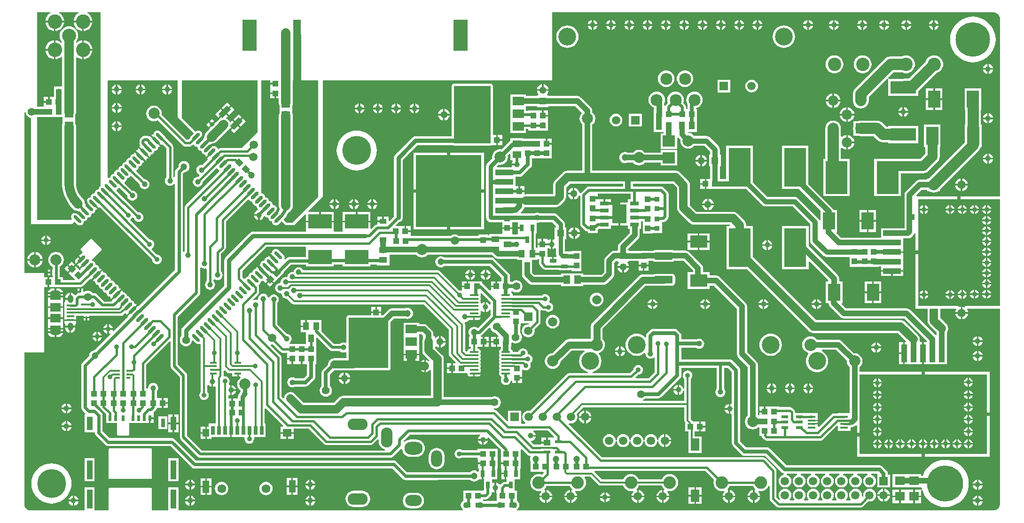
<source format=gtl>
G04*
G04 #@! TF.GenerationSoftware,Altium Limited,Altium Designer,19.1.8 (144)*
G04*
G04 Layer_Physical_Order=1*
G04 Layer_Color=255*
%FSLAX24Y24*%
%MOIN*%
G70*
G01*
G75*
%ADD13C,0.0098*%
%ADD17C,0.0138*%
%ADD20C,0.0118*%
%ADD24C,0.0787*%
%ADD36R,0.0142X0.0098*%
%ADD40R,0.0098X0.0142*%
%ADD41R,0.0315X0.0138*%
G04:AMPARAMS|DCode=50|XSize=26.2mil|YSize=26.5mil|CornerRadius=0mil|HoleSize=0mil|Usage=FLASHONLY|Rotation=315.000|XOffset=0mil|YOffset=0mil|HoleType=Round|Shape=Rectangle|*
%AMROTATEDRECTD50*
4,1,4,-0.0186,-0.0001,0.0001,0.0186,0.0186,0.0001,-0.0001,-0.0186,-0.0186,-0.0001,0.0*
%
%ADD50ROTATEDRECTD50*%

G04:AMPARAMS|DCode=51|XSize=41.3mil|YSize=86.6mil|CornerRadius=0mil|HoleSize=0mil|Usage=FLASHONLY|Rotation=135.000|XOffset=0mil|YOffset=0mil|HoleType=Round|Shape=Rectangle|*
%AMROTATEDRECTD51*
4,1,4,0.0452,0.0160,-0.0160,-0.0452,-0.0452,-0.0160,0.0160,0.0452,0.0452,0.0160,0.0*
%
%ADD51ROTATEDRECTD51*%

G04:AMPARAMS|DCode=52|XSize=39.4mil|YSize=41.3mil|CornerRadius=0mil|HoleSize=0mil|Usage=FLASHONLY|Rotation=135.000|XOffset=0mil|YOffset=0mil|HoleType=Round|Shape=Rectangle|*
%AMROTATEDRECTD52*
4,1,4,0.0285,0.0007,-0.0007,-0.0285,-0.0285,-0.0007,0.0007,0.0285,0.0285,0.0007,0.0*
%
%ADD52ROTATEDRECTD52*%

%ADD54R,0.1024X0.2205*%
%ADD55R,0.0551X0.2205*%
%ADD56R,0.0551X0.1465*%
%ADD59R,0.0396X0.0377*%
%ADD113C,0.0728*%
%ADD114R,0.0728X0.0728*%
%ADD120C,0.0276*%
%ADD122C,0.0197*%
%ADD123C,0.0236*%
%ADD124C,0.0668*%
%ADD125C,0.0150*%
%ADD126R,0.0433X0.0394*%
%ADD127R,0.0256X0.0492*%
%ADD128R,0.0354X0.0374*%
%ADD129R,0.0374X0.0354*%
%ADD130R,0.0394X0.0551*%
%ADD131R,0.0581X0.0177*%
%ADD132R,0.0394X0.0433*%
%ADD133C,0.0787*%
%ADD134C,0.0591*%
%ADD135R,0.0490X0.0140*%
G04:AMPARAMS|DCode=136|XSize=39.4mil|YSize=43.3mil|CornerRadius=0mil|HoleSize=0mil|Usage=FLASHONLY|Rotation=225.000|XOffset=0mil|YOffset=0mil|HoleType=Round|Shape=Rectangle|*
%AMROTATEDRECTD136*
4,1,4,-0.0014,0.0292,0.0292,-0.0014,0.0014,-0.0292,-0.0292,0.0014,-0.0014,0.0292,0.0*
%
%ADD136ROTATEDRECTD136*%

%ADD137R,0.0531X0.0157*%
%ADD138R,0.0748X0.0591*%
%ADD139R,0.0748X0.0472*%
%ADD140R,0.0276X0.0630*%
%ADD141R,0.0472X0.0551*%
%ADD142R,0.0472X0.0866*%
%ADD143R,0.0630X0.0551*%
%ADD144R,0.0394X0.0945*%
%ADD145R,0.0394X0.1339*%
%ADD146R,0.0315X0.0591*%
%ADD147R,0.0217X0.0394*%
%ADD148R,0.0591X0.0512*%
G04:AMPARAMS|DCode=149|XSize=70.9mil|YSize=23.6mil|CornerRadius=0mil|HoleSize=0mil|Usage=FLASHONLY|Rotation=45.000|XOffset=0mil|YOffset=0mil|HoleType=Round|Shape=Round|*
%AMOVALD149*
21,1,0.0472,0.0236,0.0000,0.0000,45.0*
1,1,0.0236,-0.0167,-0.0167*
1,1,0.0236,0.0167,0.0167*
%
%ADD149OVALD149*%

G04:AMPARAMS|DCode=150|XSize=70.9mil|YSize=23.6mil|CornerRadius=0mil|HoleSize=0mil|Usage=FLASHONLY|Rotation=135.000|XOffset=0mil|YOffset=0mil|HoleType=Round|Shape=Round|*
%AMOVALD150*
21,1,0.0472,0.0236,0.0000,0.0000,135.0*
1,1,0.0236,0.0167,-0.0167*
1,1,0.0236,-0.0167,0.0167*
%
%ADD150OVALD150*%

G04:AMPARAMS|DCode=151|XSize=61.8mil|YSize=12.6mil|CornerRadius=1.6mil|HoleSize=0mil|Usage=FLASHONLY|Rotation=0.000|XOffset=0mil|YOffset=0mil|HoleType=Round|Shape=RoundedRectangle|*
%AMROUNDEDRECTD151*
21,1,0.0618,0.0094,0,0,0.0*
21,1,0.0587,0.0126,0,0,0.0*
1,1,0.0032,0.0293,-0.0047*
1,1,0.0032,-0.0293,-0.0047*
1,1,0.0032,-0.0293,0.0047*
1,1,0.0032,0.0293,0.0047*
%
%ADD151ROUNDEDRECTD151*%
%ADD152R,0.0551X0.0394*%
%ADD153R,0.0579X0.0449*%
%ADD154R,0.0492X0.0256*%
%ADD155R,0.0512X0.0591*%
G04:AMPARAMS|DCode=156|XSize=52.8mil|YSize=129.5mil|CornerRadius=6.6mil|HoleSize=0mil|Usage=FLASHONLY|Rotation=90.000|XOffset=0mil|YOffset=0mil|HoleType=Round|Shape=RoundedRectangle|*
%AMROUNDEDRECTD156*
21,1,0.0528,0.1163,0,0,90.0*
21,1,0.0396,0.1295,0,0,90.0*
1,1,0.0132,0.0582,0.0198*
1,1,0.0132,0.0582,-0.0198*
1,1,0.0132,-0.0582,-0.0198*
1,1,0.0132,-0.0582,0.0198*
%
%ADD156ROUNDEDRECTD156*%
%ADD157R,0.1240X0.0866*%
%ADD158R,0.0449X0.0579*%
%ADD159R,0.0866X0.0787*%
%ADD160R,0.3976X0.4000*%
%ADD161R,0.1260X0.0400*%
%ADD162R,0.0512X0.0390*%
%ADD163R,0.0512X0.0232*%
%ADD164R,0.0709X0.0630*%
%ADD165R,0.0400X0.1260*%
%ADD166R,0.4000X0.3976*%
%ADD167R,0.0866X0.1240*%
%ADD168R,0.1575X0.2756*%
%ADD169R,0.1575X0.2323*%
%ADD170R,0.0866X0.1299*%
%ADD171R,0.1811X0.0906*%
%ADD172R,0.1654X0.1024*%
%ADD173R,0.0472X0.0217*%
%ADD174R,0.0989X0.1339*%
%ADD175R,0.0600X0.0276*%
%ADD176R,0.0790X0.0590*%
%ADD177R,0.0790X0.1500*%
%ADD178R,0.0630X0.0858*%
%ADD179R,0.0480X0.0358*%
G04:AMPARAMS|DCode=180|XSize=39.4mil|YSize=43.3mil|CornerRadius=0mil|HoleSize=0mil|Usage=FLASHONLY|Rotation=315.000|XOffset=0mil|YOffset=0mil|HoleType=Round|Shape=Rectangle|*
%AMROTATEDRECTD180*
4,1,4,-0.0292,-0.0014,0.0014,0.0292,0.0292,0.0014,-0.0014,-0.0292,-0.0292,-0.0014,0.0*
%
%ADD180ROTATEDRECTD180*%

%ADD181C,0.0668*%
%ADD182C,0.0394*%
%ADD183C,0.0315*%
%ADD184C,0.0157*%
%ADD185C,0.0492*%
%ADD186C,0.0354*%
%ADD187C,0.0276*%
%ADD188C,0.0591*%
%ADD189C,0.0551*%
%ADD190C,0.0126*%
%ADD191C,0.0709*%
%ADD192C,0.0433*%
%ADD193C,0.2047*%
%ADD194C,0.2441*%
%ADD195R,0.0512X0.0512*%
%ADD196C,0.0512*%
%ADD197R,0.0512X0.0512*%
%ADD198O,0.0394X0.0571*%
%ADD199O,0.0748X0.0374*%
%ADD200C,0.0620*%
%ADD201C,0.1024*%
%ADD202C,0.0994*%
%ADD203R,0.0591X0.0591*%
%ADD204C,0.0394*%
%ADD205R,0.0591X0.0591*%
%ADD206C,0.1260*%
%ADD207C,0.0850*%
%ADD208O,0.1417X0.0827*%
%ADD209O,0.0827X0.1417*%
%ADD210O,0.0787X0.1181*%
%ADD211O,0.1299X0.0906*%
%ADD212O,0.1181X0.0787*%
%ADD213C,0.0886*%
%ADD214C,0.2559*%
%ADD215C,0.0945*%
%ADD216C,0.0657*%
%ADD217C,0.0866*%
%ADD218C,0.0354*%
%ADD219C,0.0551*%
%ADD220C,0.0472*%
G36*
X21572Y55069D02*
X21585Y55019D01*
X21520Y54984D01*
X21418Y54901D01*
X21335Y54799D01*
X21272Y54683D01*
X21234Y54556D01*
X21227Y54484D01*
X22560D01*
X22553Y54556D01*
X22515Y54683D01*
X22453Y54799D01*
X22369Y54901D01*
X22267Y54984D01*
X22203Y55019D01*
X22215Y55069D01*
X23572Y55069D01*
X23585Y55019D01*
X23520Y54984D01*
X23418Y54901D01*
X23335Y54799D01*
X23272Y54683D01*
X23234Y54556D01*
X23227Y54484D01*
X24560D01*
X24553Y54556D01*
X24515Y54683D01*
X24453Y54799D01*
X24369Y54901D01*
X24267Y54984D01*
X24203Y55019D01*
X24215Y55069D01*
X25148D01*
X25148Y42767D01*
X25135Y42762D01*
X25078Y42718D01*
X25034Y42660D01*
X25006Y42593D01*
X25003Y42571D01*
X24996Y42521D01*
X24947Y42515D01*
X24924Y42512D01*
X24857Y42484D01*
X24799Y42440D01*
X24755Y42382D01*
X24727Y42315D01*
X24718Y42243D01*
X24717Y42243D01*
X24646Y42233D01*
X24578Y42205D01*
X24521Y42161D01*
X24477Y42104D01*
X24449Y42037D01*
X24446Y42014D01*
X24439Y41965D01*
X24390Y41958D01*
X24367Y41955D01*
X24300Y41927D01*
X24243Y41883D01*
X24198Y41825D01*
X24171Y41758D01*
X24161Y41686D01*
X24161Y41686D01*
X24089Y41676D01*
X24046Y41659D01*
X23985Y41677D01*
X23927Y41816D01*
X23908Y41862D01*
X23908Y41862D01*
X23849Y41872D01*
X23839Y41882D01*
X23729Y42008D01*
X23609Y42188D01*
X23513Y42383D01*
X23443Y42588D01*
X23401Y42800D01*
X23388Y43003D01*
X23390Y43017D01*
Y43209D01*
X23390Y46998D01*
X23373Y47126D01*
X23346Y47190D01*
Y47431D01*
Y47771D01*
X23373Y47834D01*
X23390Y47963D01*
Y51908D01*
X23440Y51932D01*
X23520Y51866D01*
X23636Y51804D01*
X23762Y51766D01*
X23835Y51758D01*
Y52425D01*
Y53092D01*
X23762Y53085D01*
X23636Y53047D01*
X23520Y52984D01*
X23440Y52918D01*
X23390Y52942D01*
Y52998D01*
X23440Y53060D01*
X23501Y53174D01*
X23539Y53297D01*
X23551Y53425D01*
X23539Y53553D01*
X23501Y53677D01*
X23440Y53790D01*
X23359Y53890D01*
X23259Y53972D01*
X23145Y54033D01*
X23022Y54070D01*
X22894Y54083D01*
X22765Y54070D01*
X22642Y54033D01*
X22528Y53972D01*
X22429Y53890D01*
X22347Y53790D01*
X22286Y53677D01*
X22249Y53553D01*
X22236Y53425D01*
X22249Y53297D01*
X22286Y53174D01*
X22347Y53060D01*
X22398Y52998D01*
Y52942D01*
X22348Y52918D01*
X22267Y52984D01*
X22151Y53047D01*
X22025Y53085D01*
X21953Y53092D01*
Y52425D01*
Y51758D01*
X22025Y51766D01*
X22151Y51804D01*
X22267Y51866D01*
X22348Y51932D01*
X22398Y51908D01*
Y49805D01*
X22270D01*
X22185Y49816D01*
X22099Y49805D01*
X21829D01*
Y49473D01*
X21827Y49459D01*
X21828Y49450D01*
Y49075D01*
X21535D01*
Y48720D01*
X21476D01*
Y48661D01*
X21102D01*
Y48379D01*
X20640D01*
Y55069D01*
X21572D01*
D02*
G37*
G36*
X88600Y55051D02*
X88684Y55016D01*
X88760Y54966D01*
X88824Y54901D01*
X88875Y54825D01*
X88910Y54741D01*
X88922Y54679D01*
X88927Y54606D01*
Y54606D01*
X88927Y54606D01*
X88927Y54606D01*
X88927Y42028D01*
X86152Y42028D01*
X86152Y41831D01*
X87989Y41831D01*
D01*
X88927Y41831D01*
Y34262D01*
X88927D01*
X88922D01*
X86476Y34262D01*
Y34219D01*
X86398Y34167D01*
X86339Y34191D01*
X86280Y34199D01*
Y33809D01*
X86669D01*
X86662Y33868D01*
X86616Y33978D01*
X86604Y33994D01*
X86638Y34065D01*
X88927D01*
X88927Y20197D01*
X88927Y20151D01*
X88910Y20062D01*
X88875Y19978D01*
X88824Y19902D01*
X88760Y19838D01*
X88684Y19787D01*
X88600Y19752D01*
X88541Y19741D01*
X88465Y19734D01*
X54684D01*
X54679Y19739D01*
X54674Y19747D01*
X54661Y19813D01*
X54723Y19861D01*
X54783Y19939D01*
X54821Y20030D01*
X54834Y20128D01*
X54821Y20226D01*
X54783Y20317D01*
X54723Y20395D01*
X54665Y20439D01*
Y21142D01*
X54518D01*
Y21880D01*
X54518Y21939D01*
X54588Y21959D01*
X54896D01*
Y22726D01*
X54941D01*
Y23396D01*
X54941D01*
Y24056D01*
X55020Y24089D01*
X55405Y23704D01*
X55483Y23651D01*
X55575Y23633D01*
X55596D01*
X55638Y23554D01*
X55611Y23489D01*
X55597Y23386D01*
X55611Y23283D01*
X55642Y23207D01*
X55630Y23189D01*
X55630D01*
Y22480D01*
X56526D01*
X56559Y22402D01*
X56441Y22283D01*
X56338Y22314D01*
X56220Y22326D01*
X56103Y22314D01*
X55990Y22280D01*
X55885Y22224D01*
X55794Y22149D01*
X55719Y22058D01*
X55663Y21953D01*
X55629Y21840D01*
X55617Y21722D01*
X55629Y21605D01*
X55663Y21492D01*
X55719Y21387D01*
X55794Y21296D01*
X55885Y21221D01*
X55990Y21165D01*
X56103Y21131D01*
X56220Y21119D01*
X56338Y21131D01*
X56360Y21137D01*
X56396Y21066D01*
X56390Y21061D01*
X56317Y20967D01*
X56272Y20856D01*
X56264Y20797D01*
X56654D01*
Y21187D01*
X56636Y21185D01*
X56603Y21260D01*
X56647Y21296D01*
X56722Y21387D01*
X56773Y21482D01*
X58424D01*
X58475Y21387D01*
X58550Y21296D01*
X58594Y21260D01*
X58561Y21185D01*
X58543Y21187D01*
Y20797D01*
X58933D01*
X58925Y20856D01*
X58880Y20967D01*
X58807Y21061D01*
X58801Y21066D01*
X58837Y21137D01*
X58859Y21131D01*
X58976Y21119D01*
X59094Y21131D01*
X59207Y21165D01*
X59312Y21221D01*
X59403Y21296D01*
X59478Y21387D01*
X59534Y21492D01*
X59568Y21605D01*
X59580Y21722D01*
X59568Y21840D01*
X59534Y21953D01*
X59478Y22058D01*
X59468Y22070D01*
X59501Y22141D01*
X59869D01*
X60444Y21566D01*
X60516Y21518D01*
X60600Y21502D01*
X62195D01*
X62199Y21492D01*
X62254Y21387D01*
X62329Y21296D01*
X62421Y21221D01*
X62525Y21165D01*
X62638Y21131D01*
X62756Y21119D01*
X62874Y21131D01*
X62895Y21137D01*
X62932Y21066D01*
X62925Y21061D01*
X62853Y20967D01*
X62807Y20856D01*
X62799Y20797D01*
X63189D01*
Y21187D01*
X63171Y21185D01*
X63139Y21260D01*
X63183Y21296D01*
X63258Y21387D01*
X63313Y21492D01*
X63316Y21502D01*
X64951D01*
X64954Y21492D01*
X65010Y21387D01*
X65085Y21296D01*
X65129Y21260D01*
X65096Y21185D01*
X65079Y21187D01*
Y20797D01*
X65469D01*
X65461Y20856D01*
X65415Y20967D01*
X65343Y21061D01*
X65336Y21066D01*
X65373Y21137D01*
X65394Y21131D01*
X65512Y21119D01*
X65630Y21131D01*
X65743Y21165D01*
X65847Y21221D01*
X65938Y21296D01*
X66013Y21387D01*
X66069Y21492D01*
X66104Y21605D01*
X66115Y21722D01*
X66104Y21840D01*
X66069Y21953D01*
X66013Y22058D01*
X65938Y22149D01*
X65847Y22224D01*
X65743Y22280D01*
X65630Y22314D01*
X65512Y22326D01*
X65394Y22314D01*
X65281Y22280D01*
X65177Y22224D01*
X65085Y22149D01*
X65010Y22058D01*
X64954Y21953D01*
X64951Y21943D01*
X63316D01*
X63313Y21953D01*
X63258Y22058D01*
X63183Y22149D01*
X63091Y22224D01*
X62987Y22280D01*
X62874Y22314D01*
X62756Y22326D01*
X62638Y22314D01*
X62525Y22280D01*
X62421Y22224D01*
X62329Y22149D01*
X62254Y22058D01*
X62199Y21953D01*
X62195Y21943D01*
X60692D01*
X60159Y22476D01*
X60192Y22554D01*
X68040D01*
X68652Y21942D01*
X68621Y21840D01*
X68609Y21722D01*
X68621Y21605D01*
X68655Y21492D01*
X68711Y21387D01*
X68786Y21296D01*
X68878Y21221D01*
X68982Y21165D01*
X69095Y21131D01*
X69213Y21119D01*
X69330Y21131D01*
X69352Y21137D01*
X69388Y21066D01*
X69382Y21061D01*
X69309Y20967D01*
X69264Y20856D01*
X69256Y20797D01*
X69646D01*
Y21187D01*
X69628Y21185D01*
X69595Y21260D01*
X69639Y21296D01*
X69714Y21387D01*
X69765Y21482D01*
X71417D01*
X71467Y21387D01*
X71542Y21296D01*
X71586Y21260D01*
X71553Y21185D01*
X71536Y21187D01*
Y20797D01*
X71925D01*
X71918Y20856D01*
X71872Y20967D01*
X71799Y21061D01*
X71793Y21066D01*
X71830Y21137D01*
X71851Y21131D01*
X71969Y21119D01*
X72086Y21131D01*
X72200Y21165D01*
X72304Y21221D01*
X72395Y21296D01*
X72470Y21387D01*
X72515Y21471D01*
X72594Y21451D01*
Y20591D01*
X72612Y20498D01*
X72664Y20420D01*
X73058Y20027D01*
X73136Y19974D01*
X73228Y19956D01*
X79055D01*
X79147Y19974D01*
X79225Y20027D01*
X79582Y20384D01*
X79685Y20370D01*
X79803Y20386D01*
X79913Y20431D01*
X80008Y20504D01*
X80081Y20598D01*
X80126Y20709D01*
X80142Y20827D01*
X80126Y20945D01*
X80081Y21055D01*
X80008Y21150D01*
X79913Y21222D01*
X79803Y21268D01*
X79685Y21283D01*
X79567Y21268D01*
X79457Y21222D01*
X79362Y21150D01*
X79290Y21055D01*
X79244Y20945D01*
X79228Y20827D01*
X79239Y20743D01*
X79206Y20714D01*
X79132Y20753D01*
X79142Y20827D01*
X79126Y20945D01*
X79081Y21055D01*
X79008Y21150D01*
X78913Y21222D01*
X78803Y21268D01*
X78685Y21283D01*
X78567Y21268D01*
X78457Y21222D01*
X78362Y21150D01*
X78290Y21055D01*
X78244Y20945D01*
X78228Y20827D01*
X78244Y20709D01*
X78290Y20598D01*
X78352Y20516D01*
X78331Y20438D01*
X78039D01*
X78018Y20516D01*
X78081Y20598D01*
X78126Y20709D01*
X78142Y20827D01*
X78126Y20945D01*
X78081Y21055D01*
X78008Y21150D01*
X77913Y21222D01*
X77803Y21268D01*
X77685Y21283D01*
X77567Y21268D01*
X77457Y21222D01*
X77362Y21150D01*
X77290Y21055D01*
X77244Y20945D01*
X77228Y20827D01*
X77244Y20709D01*
X77290Y20598D01*
X77352Y20516D01*
X77331Y20438D01*
X77039D01*
X77018Y20516D01*
X77081Y20598D01*
X77126Y20709D01*
X77142Y20827D01*
X77126Y20945D01*
X77081Y21055D01*
X77008Y21150D01*
X76913Y21222D01*
X76803Y21268D01*
X76685Y21283D01*
X76567Y21268D01*
X76457Y21222D01*
X76362Y21150D01*
X76290Y21055D01*
X76244Y20945D01*
X76228Y20827D01*
X76244Y20709D01*
X76290Y20598D01*
X76352Y20516D01*
X76331Y20438D01*
X76039D01*
X76018Y20516D01*
X76081Y20598D01*
X76126Y20709D01*
X76142Y20827D01*
X76126Y20945D01*
X76081Y21055D01*
X76008Y21150D01*
X75913Y21222D01*
X75803Y21268D01*
X75685Y21283D01*
X75567Y21268D01*
X75457Y21222D01*
X75362Y21150D01*
X75290Y21055D01*
X75244Y20945D01*
X75228Y20827D01*
X75244Y20709D01*
X75290Y20598D01*
X75352Y20516D01*
X75331Y20438D01*
X75039D01*
X75018Y20516D01*
X75081Y20598D01*
X75126Y20709D01*
X75142Y20827D01*
X75126Y20945D01*
X75081Y21055D01*
X75008Y21150D01*
X74913Y21222D01*
X74803Y21268D01*
X74685Y21283D01*
X74567Y21268D01*
X74457Y21222D01*
X74362Y21150D01*
X74290Y21055D01*
X74244Y20945D01*
X74228Y20827D01*
X74244Y20709D01*
X74290Y20598D01*
X74352Y20516D01*
X74331Y20438D01*
X74039D01*
X74018Y20516D01*
X74081Y20598D01*
X74126Y20709D01*
X74142Y20827D01*
X74126Y20945D01*
X74081Y21055D01*
X74008Y21150D01*
X73913Y21222D01*
X73803Y21268D01*
X73685Y21283D01*
X73567Y21268D01*
X73457Y21222D01*
X73362Y21150D01*
X73290Y21055D01*
X73244Y20945D01*
X73228Y20827D01*
X73244Y20709D01*
X73290Y20598D01*
X73325Y20552D01*
X73266Y20500D01*
X73075Y20690D01*
Y22559D01*
X73057Y22651D01*
X73005Y22729D01*
X72296Y23438D01*
X72218Y23490D01*
X72126Y23509D01*
X60694D01*
X58344Y25859D01*
X58384Y25924D01*
X58387Y25927D01*
X58504Y25911D01*
X58622Y25927D01*
X58732Y25973D01*
X58827Y26045D01*
X58899Y26140D01*
X58945Y26250D01*
X58961Y26368D01*
X58945Y26486D01*
X58902Y26591D01*
X59373Y27063D01*
X66551D01*
Y26132D01*
X66568Y26047D01*
X66604Y25993D01*
Y25335D01*
X66836D01*
Y24665D01*
X66841Y24644D01*
Y23823D01*
X67785D01*
Y24996D01*
X67278D01*
Y25335D01*
X67589D01*
Y25689D01*
Y26043D01*
X67150D01*
X67105Y26111D01*
X66992Y26223D01*
Y27283D01*
Y29078D01*
X67010Y29092D01*
X67064Y29162D01*
X67098Y29243D01*
X67109Y29331D01*
X67098Y29418D01*
X67064Y29499D01*
X67010Y29569D01*
X66940Y29623D01*
X66859Y29657D01*
X66772Y29668D01*
X66684Y29657D01*
X66603Y29623D01*
X66533Y29569D01*
X66479Y29499D01*
X66446Y29418D01*
X66434Y29331D01*
X66446Y29243D01*
X66479Y29162D01*
X66533Y29092D01*
X66551Y29078D01*
Y28368D01*
X66472Y28363D01*
X66467Y28400D01*
X66432Y28486D01*
X66375Y28560D01*
X66301Y28617D01*
X66215Y28652D01*
X66181Y28657D01*
Y28307D01*
Y27957D01*
X66215Y27962D01*
X66301Y27998D01*
X66375Y28054D01*
X66432Y28128D01*
X66467Y28215D01*
X66472Y28252D01*
X66551Y28247D01*
Y27504D01*
X63624D01*
X63608Y27583D01*
X63683Y27614D01*
X63773Y27683D01*
X63782Y27694D01*
X64695D01*
X64772Y27704D01*
X64844Y27734D01*
X64906Y27782D01*
X66244Y29120D01*
X66244Y29120D01*
X66291Y29182D01*
X66321Y29254D01*
X66331Y29331D01*
X66331Y29331D01*
Y29860D01*
X68846D01*
Y28385D01*
X68795Y28318D01*
X68759Y28232D01*
X68747Y28140D01*
X68759Y28047D01*
X68795Y27961D01*
X68852Y27887D01*
X68926Y27830D01*
X69012Y27795D01*
X69104Y27782D01*
X69197Y27795D01*
X69283Y27830D01*
X69357Y27887D01*
X69414Y27961D01*
X69450Y28047D01*
X69462Y28140D01*
X69450Y28232D01*
X69414Y28318D01*
X69362Y28385D01*
Y29860D01*
X69621D01*
X69919Y29562D01*
Y27335D01*
X69863Y27298D01*
X69840Y27295D01*
X69813Y27298D01*
Y26949D01*
Y26599D01*
X69840Y26603D01*
X69863Y26600D01*
X69919Y26563D01*
Y24518D01*
X69929Y24441D01*
X69959Y24369D01*
X70006Y24307D01*
X70606Y23707D01*
X70606Y23707D01*
X70668Y23659D01*
X70740Y23630D01*
X70817Y23619D01*
X72278D01*
X73471Y22427D01*
X73532Y22380D01*
X73604Y22350D01*
X73596Y22272D01*
X73567Y22268D01*
X73457Y22222D01*
X73362Y22150D01*
X73290Y22055D01*
X73244Y21945D01*
X73228Y21827D01*
X73244Y21709D01*
X73290Y21598D01*
X73362Y21504D01*
X73457Y21431D01*
X73567Y21386D01*
X73685Y21370D01*
X73803Y21386D01*
X73913Y21431D01*
X74008Y21504D01*
X74081Y21598D01*
X74126Y21709D01*
X74142Y21827D01*
X74126Y21945D01*
X74081Y22055D01*
X74008Y22150D01*
X73913Y22222D01*
X73819Y22261D01*
X73835Y22340D01*
X74535D01*
X74551Y22261D01*
X74457Y22222D01*
X74362Y22150D01*
X74290Y22055D01*
X74244Y21945D01*
X74228Y21827D01*
X74244Y21709D01*
X74290Y21598D01*
X74362Y21504D01*
X74457Y21431D01*
X74567Y21386D01*
X74685Y21370D01*
X74803Y21386D01*
X74913Y21431D01*
X75008Y21504D01*
X75081Y21598D01*
X75126Y21709D01*
X75142Y21827D01*
X75126Y21945D01*
X75081Y22055D01*
X75008Y22150D01*
X74913Y22222D01*
X74819Y22261D01*
X74835Y22340D01*
X75535D01*
X75551Y22261D01*
X75457Y22222D01*
X75362Y22150D01*
X75290Y22055D01*
X75244Y21945D01*
X75228Y21827D01*
X75244Y21709D01*
X75290Y21598D01*
X75362Y21504D01*
X75457Y21431D01*
X75567Y21386D01*
X75685Y21370D01*
X75803Y21386D01*
X75913Y21431D01*
X76008Y21504D01*
X76081Y21598D01*
X76126Y21709D01*
X76142Y21827D01*
X76126Y21945D01*
X76081Y22055D01*
X76008Y22150D01*
X75913Y22222D01*
X75819Y22261D01*
X75835Y22340D01*
X76535D01*
X76551Y22261D01*
X76457Y22222D01*
X76362Y22150D01*
X76290Y22055D01*
X76244Y21945D01*
X76228Y21827D01*
X76244Y21709D01*
X76290Y21598D01*
X76362Y21504D01*
X76457Y21431D01*
X76567Y21386D01*
X76685Y21370D01*
X76803Y21386D01*
X76913Y21431D01*
X77008Y21504D01*
X77081Y21598D01*
X77126Y21709D01*
X77142Y21827D01*
X77126Y21945D01*
X77081Y22055D01*
X77008Y22150D01*
X76913Y22222D01*
X76819Y22261D01*
X76835Y22340D01*
X77535D01*
X77551Y22261D01*
X77457Y22222D01*
X77362Y22150D01*
X77290Y22055D01*
X77244Y21945D01*
X77228Y21827D01*
X77244Y21709D01*
X77290Y21598D01*
X77362Y21504D01*
X77457Y21431D01*
X77567Y21386D01*
X77685Y21370D01*
X77803Y21386D01*
X77913Y21431D01*
X78008Y21504D01*
X78081Y21598D01*
X78126Y21709D01*
X78142Y21827D01*
X78126Y21945D01*
X78081Y22055D01*
X78008Y22150D01*
X77913Y22222D01*
X77819Y22261D01*
X77835Y22340D01*
X78535D01*
X78551Y22261D01*
X78457Y22222D01*
X78362Y22150D01*
X78290Y22055D01*
X78244Y21945D01*
X78228Y21827D01*
X78244Y21709D01*
X78290Y21598D01*
X78362Y21504D01*
X78457Y21431D01*
X78567Y21386D01*
X78685Y21370D01*
X78803Y21386D01*
X78913Y21431D01*
X79008Y21504D01*
X79081Y21598D01*
X79126Y21709D01*
X79142Y21827D01*
X79126Y21945D01*
X79081Y22055D01*
X79008Y22150D01*
X78913Y22222D01*
X78819Y22261D01*
X78835Y22340D01*
X79535D01*
X79551Y22261D01*
X79457Y22222D01*
X79362Y22150D01*
X79290Y22055D01*
X79244Y21945D01*
X79228Y21827D01*
X79244Y21709D01*
X79290Y21598D01*
X79362Y21504D01*
X79457Y21431D01*
X79567Y21386D01*
X79685Y21370D01*
X79803Y21386D01*
X79913Y21431D01*
X80008Y21504D01*
X80081Y21598D01*
X80126Y21709D01*
X80142Y21827D01*
X80126Y21945D01*
X80081Y22055D01*
X80008Y22150D01*
X79913Y22222D01*
X79819Y22261D01*
X79835Y22340D01*
X80188D01*
X80232Y22280D01*
Y21374D01*
X81138D01*
Y22280D01*
X80967D01*
Y22362D01*
X80957Y22439D01*
X80927Y22511D01*
X80880Y22573D01*
X80604Y22848D01*
X80543Y22896D01*
X80471Y22925D01*
X80394Y22936D01*
X73804D01*
X72612Y24128D01*
X72550Y24175D01*
X72479Y24205D01*
X72402Y24215D01*
X70940D01*
X70514Y24641D01*
Y29685D01*
X70504Y29762D01*
X70474Y29834D01*
X70427Y29896D01*
X70427Y29896D01*
X69955Y30368D01*
X69893Y30415D01*
X69821Y30445D01*
X69744Y30455D01*
X66331D01*
Y31277D01*
X67405D01*
X67420Y31265D01*
X67506Y31230D01*
X67598Y31217D01*
X67691Y31230D01*
X67777Y31265D01*
X67851Y31322D01*
X67908Y31396D01*
X67944Y31482D01*
X67956Y31575D01*
X67944Y31667D01*
X67908Y31753D01*
X67851Y31828D01*
X67777Y31884D01*
X67691Y31920D01*
X67598Y31932D01*
X67506Y31920D01*
X67420Y31884D01*
X67405Y31873D01*
X66331D01*
Y32146D01*
X66321Y32223D01*
X66291Y32295D01*
X66244Y32356D01*
X66067Y32533D01*
X66005Y32581D01*
X65933Y32611D01*
X65856Y32621D01*
X64331D01*
X64254Y32611D01*
X64182Y32581D01*
X64120Y32533D01*
X64120Y32533D01*
X63923Y32337D01*
X63876Y32275D01*
X63846Y32203D01*
X63836Y32126D01*
Y32042D01*
X63757Y32014D01*
X63723Y32056D01*
X63603Y32154D01*
X63466Y32227D01*
X63318Y32272D01*
X63163Y32287D01*
X63009Y32272D01*
X62861Y32227D01*
X62724Y32154D01*
X62604Y32056D01*
X62506Y31936D01*
X62432Y31799D01*
X62387Y31650D01*
X62372Y31496D01*
X62387Y31342D01*
X62432Y31193D01*
X62506Y31056D01*
X62604Y30937D01*
X62724Y30838D01*
X62861Y30765D01*
X63009Y30720D01*
X63163Y30705D01*
X63318Y30720D01*
X63466Y30765D01*
X63603Y30838D01*
X63704Y30921D01*
X63770Y30892D01*
X63779Y30884D01*
X63776Y30866D01*
X63789Y30774D01*
X63824Y30687D01*
X63881Y30613D01*
X63955Y30557D01*
X64041Y30521D01*
X64134Y30509D01*
X64226Y30521D01*
X64313Y30557D01*
X64365Y30597D01*
X64434Y30571D01*
X64444Y30563D01*
Y29549D01*
X64005Y29109D01*
X63096D01*
X63066Y29182D01*
X63271Y29387D01*
X63355Y29398D01*
X63436Y29432D01*
X63506Y29486D01*
X63560Y29556D01*
X63594Y29637D01*
X63605Y29724D01*
X63594Y29812D01*
X63560Y29893D01*
X63506Y29963D01*
X63436Y30017D01*
X63355Y30050D01*
X63268Y30062D01*
X63180Y30050D01*
X63099Y30017D01*
X63029Y29963D01*
X62975Y29893D01*
X62942Y29812D01*
X62931Y29728D01*
X62686Y29483D01*
X60039D01*
X60026Y29559D01*
X60175Y29604D01*
X60312Y29677D01*
X60432Y29775D01*
X60530Y29895D01*
X60603Y30032D01*
X60648Y30180D01*
X60663Y30335D01*
X60648Y30489D01*
X60603Y30637D01*
X60530Y30774D01*
X60475Y30842D01*
X60502Y30932D01*
X60554Y30948D01*
X60656Y31003D01*
X60746Y31076D01*
X60820Y31166D01*
X60875Y31269D01*
X60909Y31380D01*
X60920Y31496D01*
X60909Y31612D01*
X60875Y31723D01*
X60820Y31826D01*
X60746Y31916D01*
X60734Y31926D01*
Y32629D01*
X63783Y35678D01*
X64493D01*
X64497Y35677D01*
X65660D01*
X65748Y35694D01*
X65822Y35743D01*
X65871Y35817D01*
X65888Y35905D01*
Y36300D01*
X65871Y36387D01*
X65822Y36461D01*
X65748Y36511D01*
X65660Y36528D01*
X64497D01*
X64410Y36511D01*
X64381Y36492D01*
X63614D01*
X63509Y36478D01*
X63411Y36437D01*
X63326Y36372D01*
X60039Y33085D01*
X59974Y33001D01*
X59934Y32903D01*
X59920Y32797D01*
Y31926D01*
X59907Y31916D01*
X59897Y31903D01*
X58366D01*
X58261Y31889D01*
X58163Y31849D01*
X58078Y31784D01*
X57182Y30888D01*
X57061Y30872D01*
X56927Y30816D01*
X56812Y30728D01*
X56723Y30613D01*
X56668Y30479D01*
X56649Y30335D01*
X56668Y30191D01*
X56723Y30057D01*
X56812Y29942D01*
X56927Y29853D01*
X57061Y29798D01*
X57205Y29779D01*
X57349Y29798D01*
X57483Y29853D01*
X57598Y29942D01*
X57686Y30057D01*
X57742Y30191D01*
X57758Y30312D01*
X58535Y31089D01*
X59446D01*
X59466Y31010D01*
X59432Y30993D01*
X59313Y30894D01*
X59214Y30774D01*
X59141Y30637D01*
X59096Y30489D01*
X59081Y30335D01*
X59096Y30180D01*
X59141Y30032D01*
X59214Y29895D01*
X59313Y29775D01*
X59432Y29677D01*
X59569Y29604D01*
X59718Y29559D01*
X59705Y29483D01*
X58368D01*
X58276Y29465D01*
X58198Y29412D01*
X55598Y26812D01*
X55504Y26825D01*
X55386Y26809D01*
X55276Y26764D01*
X55181Y26691D01*
X55108Y26596D01*
X55063Y26486D01*
X55047Y26368D01*
X55063Y26250D01*
X55108Y26140D01*
X55181Y26045D01*
X55267Y25979D01*
X55266Y25950D01*
X55245Y25900D01*
X55029D01*
X54957Y25915D01*
Y26821D01*
X54051D01*
Y26077D01*
X53978Y26047D01*
X53192Y26834D01*
X53114Y26886D01*
X53031Y26902D01*
X53044Y26980D01*
X53086Y26975D01*
X53199Y26989D01*
X53304Y27033D01*
X53394Y27103D01*
X53464Y27193D01*
X53508Y27298D01*
X53522Y27411D01*
X53508Y27524D01*
X53464Y27630D01*
X53394Y27720D01*
X53304Y27790D01*
X53199Y27833D01*
X53086Y27848D01*
X52973Y27833D01*
X52867Y27790D01*
X52840Y27769D01*
X49482D01*
Y30472D01*
X49467Y30591D01*
X49421Y30701D01*
X49349Y30795D01*
X49349Y30795D01*
X48880Y31264D01*
X48887Y31339D01*
X48956Y31371D01*
X48994Y31342D01*
X49095Y31300D01*
X49144Y31294D01*
Y31703D01*
Y32112D01*
X49095Y32106D01*
X48994Y32064D01*
X48908Y31998D01*
X48907Y31997D01*
X48829Y32024D01*
Y32116D01*
X48753D01*
Y32274D01*
X48753Y32274D01*
X48741Y32366D01*
X48705Y32452D01*
X48648Y32526D01*
X48319Y32856D01*
X48245Y32912D01*
X48159Y32948D01*
X48066Y32960D01*
X47727D01*
Y33055D01*
X46623D01*
Y32150D01*
Y31250D01*
Y30862D01*
X47175D01*
X47727D01*
Y31250D01*
Y32150D01*
Y32246D01*
X47918D01*
X47979Y32185D01*
X48002Y32116D01*
X48002D01*
Y31888D01*
X47974Y31821D01*
X47959Y31703D01*
Y31083D01*
X47974Y30964D01*
X48020Y30854D01*
X48092Y30760D01*
X48481Y30371D01*
X48429Y30312D01*
X48368Y30359D01*
X48263Y30402D01*
X48209Y30409D01*
Y29980D01*
Y29551D01*
X48263Y29558D01*
X48368Y29602D01*
X48458Y29671D01*
X48490Y29713D01*
X48569Y29686D01*
Y27868D01*
X42362D01*
X42244Y27853D01*
X42134Y27807D01*
X42039Y27734D01*
X41691Y27386D01*
X39549D01*
X38935Y28000D01*
X38841Y28073D01*
X38730Y28118D01*
X38612Y28134D01*
X38494Y28118D01*
X38384Y28073D01*
X38289Y28000D01*
X38217Y27905D01*
X38171Y27795D01*
X38163Y27732D01*
X38080Y27704D01*
X37967Y27816D01*
Y30591D01*
X37949Y30683D01*
X37897Y30761D01*
X37215Y31443D01*
X37252Y31517D01*
X37293Y31512D01*
X37361Y31521D01*
X37881Y31001D01*
X37959Y30949D01*
X38051Y30930D01*
X38376D01*
Y30797D01*
Y30561D01*
X38730D01*
Y30502D01*
X38789D01*
Y30128D01*
X39341D01*
Y30502D01*
X39459D01*
Y30128D01*
X39754D01*
X39781Y30060D01*
Y29356D01*
X39552Y29127D01*
X38934D01*
X38919Y29138D01*
X38833Y29174D01*
X38740Y29186D01*
X38648Y29174D01*
X38561Y29138D01*
X38487Y29081D01*
X38431Y29007D01*
X38395Y28921D01*
X38383Y28829D01*
X38395Y28736D01*
X38431Y28650D01*
X38487Y28576D01*
X38561Y28519D01*
X38648Y28484D01*
X38740Y28471D01*
X38833Y28484D01*
X38919Y28519D01*
X38934Y28531D01*
X39675D01*
X39752Y28541D01*
X39824Y28571D01*
X39886Y28618D01*
X40289Y29022D01*
X40337Y29083D01*
X40366Y29155D01*
X40377Y29232D01*
Y30128D01*
X40423D01*
Y30797D01*
Y31545D01*
X40423D01*
Y31993D01*
X40496Y32023D01*
X41392Y31127D01*
X41446Y31086D01*
X41508Y31060D01*
X41575Y31051D01*
X42117D01*
X42184Y31000D01*
X42270Y30964D01*
X42362Y30952D01*
X42455Y30964D01*
X42507Y30985D01*
X42585Y30941D01*
Y30545D01*
X41713D01*
X41600Y30530D01*
X41494Y30487D01*
X41404Y30417D01*
X41334Y30327D01*
X41291Y30221D01*
X41276Y30108D01*
X41278Y30094D01*
X40902Y29718D01*
X40854Y29657D01*
X40825Y29585D01*
X40814Y29508D01*
Y28565D01*
X40803Y28557D01*
X40734Y28466D01*
X40690Y28361D01*
X40675Y28248D01*
X40690Y28135D01*
X40734Y28030D01*
X40803Y27939D01*
X40894Y27870D01*
X40999Y27826D01*
X41112Y27811D01*
X41225Y27826D01*
X41331Y27870D01*
X41421Y27939D01*
X41490Y28030D01*
X41534Y28135D01*
X41549Y28248D01*
X41534Y28361D01*
X41490Y28466D01*
X41421Y28557D01*
X41410Y28565D01*
Y29385D01*
X41699Y29673D01*
X41713Y29671D01*
X43022D01*
X43101Y29682D01*
X45541D01*
X45603Y29694D01*
X45655Y29729D01*
X45690Y29781D01*
X45702Y29843D01*
X45702Y33110D01*
X45955Y33363D01*
X46743D01*
X46807Y33337D01*
X46909Y33323D01*
X47012Y33337D01*
X47108Y33377D01*
X47190Y33440D01*
X47253Y33522D01*
X47293Y33618D01*
X47307Y33720D01*
X47293Y33823D01*
X47253Y33919D01*
X47190Y34001D01*
X47108Y34064D01*
X47012Y34104D01*
X46909Y34118D01*
X46807Y34104D01*
X46743Y34078D01*
X45807D01*
X45715Y34066D01*
X45628Y34030D01*
X45554Y33973D01*
X45167Y33586D01*
X45039D01*
Y33740D01*
X44685D01*
X44331D01*
Y33586D01*
X42746D01*
X42685Y33574D01*
X42632Y33539D01*
X42598Y33487D01*
X42585Y33425D01*
Y31677D01*
X42507Y31633D01*
X42455Y31654D01*
X42362Y31666D01*
X42270Y31654D01*
X42184Y31619D01*
X42117Y31567D01*
X41682D01*
X40797Y32452D01*
Y33238D01*
X40128D01*
X40069Y33238D01*
X40010Y33238D01*
X39754D01*
Y32805D01*
X39695D01*
Y32746D01*
X39341D01*
Y32372D01*
X39636D01*
X39715Y32372D01*
X39715Y32293D01*
Y31545D01*
X38556D01*
X38534Y31624D01*
X38589Y31667D01*
X38646Y31741D01*
X38682Y31827D01*
X38694Y31919D01*
X38682Y32012D01*
X38646Y32098D01*
X38589Y32172D01*
X38515Y32229D01*
X38429Y32264D01*
X38345Y32276D01*
X37679Y32942D01*
Y34469D01*
X37731Y34536D01*
X37766Y34622D01*
X37779Y34715D01*
X37766Y34807D01*
X37731Y34893D01*
X37674Y34967D01*
X37600Y35024D01*
X37514Y35060D01*
X37421Y35072D01*
X37329Y35060D01*
X37243Y35024D01*
X37169Y34967D01*
X37112Y34893D01*
X37098Y34859D01*
X37043Y34857D01*
X37015Y34865D01*
X36983Y34942D01*
X36926Y35016D01*
X36852Y35073D01*
X36766Y35109D01*
X36673Y35121D01*
X36581Y35109D01*
X36495Y35073D01*
X36421Y35016D01*
X36364Y34942D01*
X36328Y34856D01*
X36316Y34764D01*
X36321Y34725D01*
X36249Y34670D01*
X36234Y34676D01*
X36142Y34688D01*
X36049Y34676D01*
X36002Y34656D01*
X35958Y34723D01*
X36301Y35067D01*
X36354Y35145D01*
X36372Y35237D01*
Y35562D01*
X36354Y35654D01*
X36346Y35666D01*
X36375Y35764D01*
X36382Y35766D01*
X36439Y35811D01*
X36483Y35868D01*
X36511Y35935D01*
X36521Y36007D01*
X36593Y36017D01*
X36660Y36045D01*
X36684Y36063D01*
X36849Y35899D01*
X37113Y36163D01*
X37155Y36122D01*
X37197Y36163D01*
X37447Y35913D01*
X37614Y36080D01*
X38143Y36609D01*
X38114Y36638D01*
X38649Y37173D01*
X39715D01*
Y37047D01*
X41683D01*
Y37193D01*
X42313D01*
Y37047D01*
X44282D01*
Y37196D01*
X44740D01*
Y37122D01*
X45634D01*
Y37881D01*
X47520D01*
X47540Y37855D01*
X47655Y37767D01*
X47789Y37711D01*
X47933Y37692D01*
X48077Y37711D01*
X48211Y37767D01*
X48326Y37855D01*
X48346Y37881D01*
X52283Y37881D01*
X52903D01*
X53084Y37700D01*
X53158Y37643D01*
X53244Y37608D01*
X53337Y37595D01*
X54665D01*
Y37520D01*
X54961D01*
X55039Y37520D01*
Y37110D01*
X55036Y37087D01*
Y36476D01*
X55048Y36384D01*
X55084Y36298D01*
X55141Y36224D01*
X55515Y35850D01*
X55589Y35793D01*
X55675Y35757D01*
X55768Y35745D01*
X57795D01*
Y35650D01*
X59370D01*
Y35745D01*
X60807D01*
X60900Y35757D01*
X60986Y35793D01*
X61060Y35850D01*
X61473Y36263D01*
X61473Y36263D01*
X61530Y36337D01*
X61566Y36423D01*
X61578Y36516D01*
X61578Y36516D01*
Y37303D01*
X61713Y37437D01*
X61791Y37423D01*
Y37392D01*
X61884D01*
X61910Y37313D01*
X61910Y37313D01*
X61844Y37226D01*
X61802Y37126D01*
X61796Y37077D01*
X62205D01*
X62614D01*
X62607Y37126D01*
X62566Y37226D01*
X62500Y37313D01*
X62499Y37313D01*
X62526Y37392D01*
X62618D01*
Y37438D01*
X63307D01*
Y37175D01*
X64016D01*
Y37448D01*
X64328D01*
X64336Y37436D01*
X64410Y37387D01*
X64497Y37370D01*
X65660D01*
X65748Y37387D01*
X65822Y37436D01*
X65836Y37458D01*
X66476D01*
X67162Y36771D01*
Y36644D01*
X66782D01*
Y35463D01*
X68337D01*
Y35696D01*
X68651D01*
X70282Y34065D01*
Y30837D01*
X70295Y30744D01*
X70330Y30658D01*
X70387Y30584D01*
X71040Y29931D01*
Y26464D01*
X71005Y26436D01*
X70916Y26321D01*
X70861Y26187D01*
X70842Y26043D01*
X70861Y25899D01*
X70916Y25765D01*
X71005Y25650D01*
X71120Y25562D01*
X71254Y25506D01*
X71398Y25487D01*
X71542Y25506D01*
X71676Y25562D01*
X71791Y25650D01*
X71791Y25651D01*
X71870Y25624D01*
Y25020D01*
X72031D01*
X72041Y24967D01*
X72093Y24889D01*
X72212Y24771D01*
X72290Y24718D01*
X72382Y24700D01*
X76211D01*
X76303Y24718D01*
X76381Y24771D01*
X77359Y25748D01*
X77431Y25718D01*
Y25374D01*
X78327D01*
Y25603D01*
X78383Y25653D01*
X78401Y25660D01*
X78428Y25656D01*
X78521Y25669D01*
X78607Y25704D01*
X78681Y25761D01*
X78717Y25797D01*
X78789Y25767D01*
Y25236D01*
X78986Y25236D01*
X78986Y29400D01*
X83376D01*
Y29400D01*
Y29596D01*
X78979Y29596D01*
Y29914D01*
X79015Y29942D01*
X79103Y30057D01*
X79159Y30191D01*
X79178Y30335D01*
X79159Y30479D01*
X79103Y30613D01*
X79015Y30728D01*
X78900Y30816D01*
X78766Y30872D01*
X78622Y30891D01*
X78577Y30885D01*
X77713Y31749D01*
X77639Y31806D01*
X77553Y31841D01*
X77461Y31853D01*
X75971D01*
X75920Y31916D01*
X75830Y31989D01*
X75727Y32044D01*
X75616Y32078D01*
X75500Y32089D01*
X75384Y32078D01*
X75273Y32044D01*
X75170Y31989D01*
X75080Y31916D01*
X75007Y31826D01*
X74952Y31723D01*
X74918Y31612D01*
X74907Y31496D01*
X74918Y31380D01*
X74952Y31269D01*
X75007Y31166D01*
X75080Y31076D01*
X75170Y31003D01*
X75273Y30948D01*
X75325Y30932D01*
X75352Y30842D01*
X75297Y30774D01*
X75224Y30637D01*
X75179Y30489D01*
X75164Y30335D01*
X75179Y30180D01*
X75224Y30032D01*
X75297Y29895D01*
X75395Y29775D01*
X75515Y29677D01*
X75652Y29604D01*
X75800Y29559D01*
X75955Y29543D01*
X76109Y29559D01*
X76258Y29604D01*
X76394Y29677D01*
X76514Y29775D01*
X76613Y29895D01*
X76686Y30032D01*
X76731Y30180D01*
X76746Y30335D01*
X76731Y30489D01*
X76686Y30637D01*
X76613Y30774D01*
X76514Y30894D01*
X76394Y30993D01*
X76334Y31025D01*
X76310Y31127D01*
X76319Y31139D01*
X77313D01*
X78072Y30379D01*
X78066Y30335D01*
X78085Y30191D01*
X78141Y30057D01*
X78229Y29942D01*
X78265Y29914D01*
Y26634D01*
X77431D01*
Y26629D01*
X77146D01*
X77053Y26610D01*
X76975Y26558D01*
X76092Y25675D01*
X76014Y25708D01*
Y25866D01*
X75566D01*
Y25935D01*
X76014D01*
Y26073D01*
X75566D01*
Y26142D01*
X76014D01*
Y26142D01*
Y26634D01*
X75542D01*
Y26635D01*
X75538Y26634D01*
X75118D01*
X75098Y26644D01*
Y26644D01*
X74391D01*
Y26713D01*
X74373Y26803D01*
X74321Y26880D01*
X74203Y26998D01*
X74126Y27050D01*
X74035Y27068D01*
X73287D01*
Y27106D01*
X72303D01*
Y26752D01*
X72244D01*
Y26693D01*
X71870D01*
Y26514D01*
X71791Y26474D01*
X71755Y26501D01*
Y30079D01*
X71743Y30171D01*
X71707Y30257D01*
X71650Y30331D01*
X70997Y30985D01*
Y34213D01*
X70985Y34305D01*
X70949Y34391D01*
X70892Y34465D01*
X69052Y36306D01*
X68978Y36363D01*
X68892Y36398D01*
X68799Y36411D01*
X68337D01*
Y36644D01*
X67877D01*
Y36919D01*
X67865Y37012D01*
X67829Y37098D01*
X67772Y37172D01*
X66877Y38068D01*
X66803Y38124D01*
X66717Y38160D01*
X66624Y38172D01*
X65794D01*
X65748Y38204D01*
X65660Y38221D01*
X64497D01*
X64410Y38204D01*
X64348Y38163D01*
X63583D01*
X63559Y38159D01*
X63307D01*
Y38153D01*
X62618D01*
Y38219D01*
X62553D01*
X62553Y38297D01*
X63274Y39019D01*
X63331Y39093D01*
X63367Y39179D01*
X63379Y39272D01*
Y39722D01*
X63464D01*
Y40266D01*
X63593D01*
Y40039D01*
Y39370D01*
X64301D01*
Y39409D01*
X64961D01*
Y40000D01*
X64961Y40079D01*
X64961D01*
Y40079D01*
X64961D01*
Y40195D01*
X65049D01*
X65116Y40203D01*
X65178Y40229D01*
X65232Y40270D01*
X65350Y40388D01*
X65391Y40442D01*
X65417Y40504D01*
X65425Y40571D01*
Y41122D01*
Y42185D01*
X65417Y42252D01*
X65391Y42314D01*
X65350Y42368D01*
X65074Y42643D01*
X65021Y42684D01*
X64959Y42710D01*
X64892Y42719D01*
X62907D01*
Y42929D01*
X65736D01*
X66030Y42636D01*
Y41211D01*
X66045Y41092D01*
X66091Y40982D01*
X66163Y40888D01*
X66901Y40150D01*
X66996Y40077D01*
X67106Y40031D01*
X67224Y40016D01*
X69761D01*
X69780Y39990D01*
X69741Y39911D01*
X69528D01*
Y36841D01*
X71008D01*
X75386Y32463D01*
X75480Y32390D01*
X75590Y32344D01*
X75709Y32329D01*
X81691D01*
X82264Y31756D01*
X82234Y31683D01*
X82183D01*
Y30896D01*
Y30108D01*
X83405D01*
Y30896D01*
Y31683D01*
X83272D01*
X83234Y31740D01*
X83233Y31762D01*
X83247Y31875D01*
X83232Y31993D01*
X83186Y32103D01*
X83114Y32198D01*
X82203Y33108D01*
X82108Y33181D01*
X81998Y33227D01*
X81880Y33242D01*
X75898D01*
X71417Y37723D01*
Y39911D01*
X70929D01*
Y39990D01*
X70929Y39990D01*
X70914Y40108D01*
X70868Y40218D01*
X70795Y40313D01*
X70795Y40313D01*
X70313Y40795D01*
X70218Y40868D01*
X70108Y40914D01*
X69990Y40929D01*
X67414D01*
X66943Y41400D01*
Y42825D01*
X66927Y42943D01*
X66882Y43053D01*
X66809Y43148D01*
X66248Y43709D01*
X66154Y43781D01*
X66043Y43827D01*
X65925Y43842D01*
X60013D01*
Y47104D01*
X60068Y47146D01*
X60157Y47261D01*
X60212Y47395D01*
X60231Y47539D01*
X60212Y47683D01*
X60157Y47817D01*
X60068Y47932D01*
X60013Y47975D01*
Y48091D01*
X60001Y48183D01*
X59965Y48269D01*
X59908Y48343D01*
X59219Y49032D01*
X59145Y49089D01*
X59059Y49125D01*
X58967Y49137D01*
X56919D01*
Y49193D01*
X56827D01*
X56800Y49272D01*
X56801Y49272D01*
X56867Y49358D01*
X56909Y49459D01*
X56915Y49508D01*
X56506D01*
X56097D01*
X56103Y49459D01*
X56145Y49358D01*
X56211Y49272D01*
X56212Y49272D01*
X56185Y49193D01*
X56093D01*
Y49139D01*
X55306D01*
Y49236D01*
X54201D01*
Y48332D01*
Y47432D01*
Y46532D01*
X55306D01*
Y46810D01*
X55482D01*
Y46693D01*
X56152D01*
Y46693D01*
X56860D01*
Y47362D01*
Y47677D01*
X56506D01*
Y47736D01*
X56447D01*
Y48110D01*
X56191D01*
Y48110D01*
X55482D01*
Y48068D01*
X55306D01*
Y48424D01*
X56093D01*
Y48366D01*
X56919D01*
Y48422D01*
X58818D01*
X59284Y47957D01*
X59282Y47932D01*
X59194Y47817D01*
X59138Y47683D01*
X59119Y47539D01*
X59138Y47395D01*
X59194Y47261D01*
X59282Y47146D01*
X59298Y47134D01*
Y43842D01*
X58248D01*
X58130Y43827D01*
X58020Y43781D01*
X57925Y43709D01*
X57384Y43167D01*
X57311Y43073D01*
X57266Y42963D01*
X57250Y42844D01*
Y42187D01*
X57232Y42169D01*
X55315D01*
X55256Y42162D01*
X55197Y42213D01*
Y42323D01*
X54843D01*
Y42382D01*
X54783D01*
Y42756D01*
X54571D01*
Y43413D01*
X54873D01*
X54950Y43424D01*
X55022Y43453D01*
X55083Y43501D01*
X55644Y44061D01*
X55691Y44123D01*
X55721Y44195D01*
X55726Y44233D01*
X55731Y44272D01*
X55731Y44272D01*
Y44633D01*
X55748Y44705D01*
X57126D01*
Y45374D01*
Y45689D01*
X56772D01*
Y45748D01*
X56713D01*
Y46122D01*
X55787D01*
Y46122D01*
X55118D01*
Y46161D01*
X54213D01*
Y45997D01*
X54155Y45953D01*
X53560Y45358D01*
X53474Y45369D01*
X53331Y45350D01*
X53196Y45294D01*
X53081Y45206D01*
X52993Y45091D01*
X52937Y44957D01*
X52918Y44813D01*
X52930Y44727D01*
X52571Y44368D01*
X52520Y44303D01*
X52488Y44226D01*
X52478Y44144D01*
Y42894D01*
Y40541D01*
X52488Y40459D01*
X52520Y40382D01*
X52571Y40317D01*
X52610Y40277D01*
X52676Y40227D01*
X52752Y40195D01*
X52835Y40184D01*
X53632D01*
Y40069D01*
Y39833D01*
X54341D01*
Y40069D01*
Y40184D01*
X54730D01*
Y39843D01*
X55016D01*
Y39724D01*
X54730D01*
Y39380D01*
X54672Y39332D01*
X54366D01*
X54341Y39400D01*
X54341D01*
Y39715D01*
X53632D01*
Y39400D01*
X53632D01*
X53632Y39399D01*
X53583Y39341D01*
X52717D01*
Y39244D01*
X52638D01*
Y39301D01*
X51929D01*
Y39215D01*
X50548D01*
X50484Y39264D01*
X50374Y39309D01*
X50256Y39325D01*
X50138Y39309D01*
X50028Y39264D01*
X49964Y39215D01*
X47126D01*
Y39488D01*
X46752D01*
Y39547D01*
X46693D01*
Y39902D01*
X46118D01*
X46087Y39974D01*
X46324Y40211D01*
X46352Y40215D01*
X46429Y40247D01*
X46494Y40297D01*
X46545Y40363D01*
X46577Y40439D01*
X46587Y40522D01*
Y44632D01*
X47612Y45657D01*
X50119D01*
X50145Y45639D01*
X50207Y45627D01*
X52805D01*
X52867Y45639D01*
X52897Y45659D01*
X53189D01*
Y46014D01*
Y46368D01*
X52966D01*
Y49862D01*
X52953Y49924D01*
X52919Y49976D01*
X52867Y50011D01*
X52805Y50023D01*
X50207D01*
X50145Y50011D01*
X50093Y49976D01*
X50058Y49924D01*
X50046Y49862D01*
Y46292D01*
X47480D01*
X47398Y46281D01*
X47321Y46250D01*
X47256Y46199D01*
X46045Y44988D01*
X45995Y44923D01*
X45963Y44846D01*
X45952Y44764D01*
Y40569D01*
X45648Y40265D01*
X45575Y40295D01*
Y40587D01*
X45236D01*
Y40250D01*
X45177D01*
Y40191D01*
X44780D01*
Y40032D01*
X44764D01*
X44697Y40023D01*
X44635Y39997D01*
X44581Y39956D01*
X44354Y39729D01*
X44282Y39759D01*
Y40177D01*
X43297D01*
X42313D01*
Y39567D01*
X42254Y39520D01*
X41743D01*
X41683Y39567D01*
Y40177D01*
X40699D01*
X39715D01*
Y39567D01*
X39655Y39520D01*
X35953D01*
X35870Y39510D01*
X35794Y39478D01*
X35728Y39427D01*
X34008Y37707D01*
X33957Y37641D01*
X33925Y37565D01*
X33915Y37483D01*
Y35693D01*
X30966Y32744D01*
X30916Y32679D01*
X30884Y32602D01*
X30873Y32520D01*
Y32118D01*
X30813Y32039D01*
X30769Y31934D01*
X30754Y31821D01*
X30769Y31708D01*
X30813Y31602D01*
X30882Y31512D01*
X30973Y31443D01*
X31078Y31399D01*
X31191Y31384D01*
X31304Y31399D01*
X31409Y31443D01*
X31500Y31512D01*
X31569Y31602D01*
X31613Y31708D01*
X31621Y31772D01*
X31705Y31801D01*
X31870Y31635D01*
X31928Y31591D01*
X31995Y31563D01*
X32067Y31553D01*
X32139Y31563D01*
X32171Y31576D01*
X32250Y31531D01*
Y28158D01*
X32242Y28152D01*
X32188Y28082D01*
X32154Y28001D01*
X32143Y27913D01*
X32154Y27826D01*
X32188Y27745D01*
X32242Y27675D01*
X32312Y27621D01*
X32393Y27587D01*
X32480Y27576D01*
X32568Y27587D01*
X32649Y27621D01*
X32719Y27675D01*
X32773Y27745D01*
X32806Y27826D01*
X32818Y27913D01*
X32806Y28001D01*
X32773Y28082D01*
X32719Y28152D01*
X32711Y28158D01*
Y28623D01*
X32790Y28649D01*
X32808Y28625D01*
X32882Y28568D01*
X32969Y28533D01*
X33002Y28528D01*
Y28878D01*
X33120D01*
Y28528D01*
X33154Y28533D01*
X33214Y28558D01*
X33293Y28519D01*
Y25906D01*
X32795D01*
Y25669D01*
X32677D01*
Y25236D01*
Y24803D01*
X33012D01*
Y24961D01*
X34331D01*
Y25433D01*
X34449D01*
Y24961D01*
X35308D01*
X35359Y24882D01*
X35352Y24823D01*
X35363Y24735D01*
X35397Y24654D01*
X35450Y24584D01*
X35520Y24530D01*
X35602Y24497D01*
X35689Y24485D01*
X35776Y24497D01*
X35858Y24530D01*
X35928Y24584D01*
X35981Y24654D01*
X36015Y24735D01*
X36027Y24823D01*
X36019Y24882D01*
X36070Y24961D01*
X36850D01*
Y25906D01*
X36786D01*
Y26954D01*
X36859Y26984D01*
X38100Y25742D01*
X38070Y25669D01*
X37894D01*
Y25295D01*
X38839D01*
Y25537D01*
X39900D01*
X40981Y24456D01*
X41059Y24403D01*
X41152Y24385D01*
X44301D01*
X44393Y24403D01*
X44471Y24456D01*
X44785Y24769D01*
X44857Y24739D01*
Y24636D01*
X44877Y24487D01*
X44934Y24348D01*
X45026Y24229D01*
X45145Y24137D01*
X45284Y24080D01*
X45304Y24077D01*
X45299Y23998D01*
X32321D01*
X31272Y25048D01*
Y29321D01*
X31263Y29388D01*
X31237Y29450D01*
X31196Y29503D01*
X30612Y30087D01*
Y33495D01*
X32121Y35004D01*
X32163Y35058D01*
X32188Y35120D01*
X32197Y35187D01*
Y36952D01*
X32214Y36965D01*
X32276Y36987D01*
X32331Y36944D01*
X32417Y36909D01*
X32510Y36897D01*
X32584Y36906D01*
X32663Y36860D01*
Y36010D01*
X32651Y36001D01*
X32594Y35927D01*
X32558Y35841D01*
X32546Y35748D01*
X32558Y35656D01*
X32594Y35569D01*
X32651Y35495D01*
X32725Y35439D01*
X32811Y35403D01*
X32904Y35391D01*
X32996Y35403D01*
X33082Y35439D01*
X33156Y35495D01*
X33213Y35569D01*
X33249Y35656D01*
X33261Y35748D01*
X33249Y35841D01*
X33213Y35927D01*
X33156Y36001D01*
X33144Y36010D01*
Y36114D01*
X33223Y36153D01*
X33256Y36128D01*
X33343Y36092D01*
X33435Y36080D01*
X33528Y36092D01*
X33614Y36128D01*
X33688Y36184D01*
X33745Y36258D01*
X33780Y36345D01*
X33792Y36437D01*
X33780Y36530D01*
X33745Y36616D01*
X33688Y36690D01*
X33676Y36699D01*
Y37942D01*
X33960Y38225D01*
X34012Y38303D01*
X34030Y38396D01*
Y40247D01*
X35574Y41791D01*
X35667Y41772D01*
X35668Y41770D01*
X35712Y41712D01*
X35770Y41668D01*
X35837Y41640D01*
X35909Y41631D01*
X35919Y41559D01*
X35946Y41492D01*
X35991Y41434D01*
X36048Y41390D01*
X36115Y41362D01*
X36187Y41352D01*
X36197Y41280D01*
X36225Y41213D01*
X36269Y41156D01*
X36307Y41126D01*
X36294Y41052D01*
X36290Y41045D01*
X36285Y41044D01*
X36199Y41008D01*
X36125Y40952D01*
X36068Y40878D01*
X36033Y40791D01*
X36028Y40758D01*
X36378D01*
Y40699D01*
X36437D01*
Y40349D01*
X36470Y40354D01*
X36557Y40389D01*
X36631Y40446D01*
X36687Y40520D01*
X36723Y40606D01*
X36805Y40626D01*
X36826Y40599D01*
X36883Y40555D01*
X36950Y40527D01*
X37023Y40517D01*
X37032Y40445D01*
X37060Y40378D01*
X37104Y40320D01*
X37162Y40276D01*
X37229Y40249D01*
X37301Y40239D01*
X37311Y40167D01*
X37338Y40100D01*
X37382Y40042D01*
X37440Y39998D01*
X37507Y39970D01*
X37579Y39961D01*
X37651Y39970D01*
X37718Y39998D01*
X37776Y40042D01*
X37994Y40260D01*
X38254Y40000D01*
X38888Y40000D01*
X39642Y40754D01*
X39715Y40724D01*
Y40295D01*
X40640D01*
Y40906D01*
X39896D01*
X39866Y40978D01*
X40896Y42008D01*
X40896Y50256D01*
X49144Y50256D01*
X57185Y50256D01*
Y55069D01*
X88465Y55069D01*
X88510Y55069D01*
X88600Y55051D01*
D02*
G37*
G36*
X36260Y47486D02*
Y46585D01*
X35123Y45448D01*
X33639D01*
X33546Y45429D01*
X33495Y45395D01*
X33437Y45410D01*
X33434Y45413D01*
X33421Y45444D01*
X33377Y45502D01*
X33319Y45546D01*
X33252Y45574D01*
X33180Y45583D01*
X33180Y45584D01*
X33171Y45656D01*
X33149Y45708D01*
X33143Y45723D01*
X33171Y45768D01*
X33252Y45802D01*
X33355Y45882D01*
X34216Y46753D01*
X34260Y46811D01*
X34309Y46814D01*
X34312Y46812D01*
X34687Y47188D01*
X34472Y47404D01*
X34346Y47278D01*
X34304Y47320D01*
X34291Y47352D01*
X34212Y47454D01*
X34109Y47532D01*
X34081Y47543D01*
X34040Y47585D01*
X34165Y47710D01*
X33950Y47926D01*
X33574Y47550D01*
X33576Y47548D01*
X33572Y47498D01*
X33511Y47450D01*
X33345Y47282D01*
X33296Y47282D01*
X33091Y47077D01*
X32886Y46872D01*
X32912Y46845D01*
X32649Y46579D01*
X32571Y46476D01*
X32541Y46401D01*
X32487Y46382D01*
X32479Y46383D01*
X32417Y46409D01*
X32394Y46412D01*
X32345Y46419D01*
X32338Y46468D01*
X32335Y46491D01*
X32308Y46558D01*
X32263Y46615D01*
X32206Y46660D01*
X32139Y46687D01*
X32067Y46697D01*
X31995Y46687D01*
X31928Y46660D01*
X31870Y46615D01*
X31833Y46648D01*
X30915Y47566D01*
Y50256D01*
X36260D01*
Y47486D01*
D02*
G37*
G36*
X30591Y50256D02*
X30591Y47664D01*
X31755Y46500D01*
X31536Y46281D01*
X31492Y46224D01*
X31465Y46157D01*
X31355Y46048D01*
X31232D01*
X29471Y47809D01*
X29483Y47904D01*
X29464Y48047D01*
X29409Y48182D01*
X29320Y48297D01*
X29205Y48385D01*
X29071Y48441D01*
X28927Y48459D01*
X28783Y48441D01*
X28649Y48385D01*
X28534Y48297D01*
X28446Y48182D01*
X28390Y48047D01*
X28371Y47904D01*
X28390Y47760D01*
X28446Y47626D01*
X28534Y47510D01*
X28649Y47422D01*
X28783Y47367D01*
X28927Y47348D01*
X29071Y47367D01*
X29185Y47414D01*
X30962Y45637D01*
X31040Y45585D01*
X31132Y45566D01*
X31455D01*
X31547Y45585D01*
X31625Y45637D01*
X31677Y45688D01*
X31770Y45670D01*
X31771Y45667D01*
X31815Y45610D01*
X31872Y45566D01*
X31939Y45538D01*
X32011Y45528D01*
X32012Y45528D01*
X32021Y45456D01*
X32049Y45389D01*
X32093Y45331D01*
X32151Y45287D01*
X32218Y45260D01*
X32290Y45250D01*
X32300Y45178D01*
X32327Y45111D01*
X32371Y45053D01*
X32429Y45009D01*
X32496Y44981D01*
X32568Y44972D01*
X32568Y44971D01*
X32578Y44899D01*
X32606Y44832D01*
X32614Y44822D01*
X32972Y45180D01*
X33055Y45097D01*
X32697Y44738D01*
X32707Y44731D01*
X32710Y44730D01*
X32728Y44637D01*
X32335Y44243D01*
X32294Y44249D01*
X32202Y44236D01*
X32115Y44201D01*
X32041Y44144D01*
X31985Y44070D01*
X31949Y43984D01*
X31937Y43891D01*
X31949Y43799D01*
X31985Y43712D01*
X32041Y43638D01*
X32115Y43582D01*
X32131Y43575D01*
X32146Y43498D01*
X32057Y43409D01*
X32038Y43412D01*
X31946Y43400D01*
X31859Y43364D01*
X31785Y43307D01*
X31729Y43233D01*
X31693Y43147D01*
X31681Y43054D01*
X31693Y42962D01*
X31729Y42876D01*
X31785Y42802D01*
X31859Y42745D01*
X31946Y42709D01*
X32038Y42697D01*
X32131Y42709D01*
X32217Y42745D01*
X32291Y42802D01*
X32348Y42876D01*
X32383Y42962D01*
X32396Y43054D01*
X32394Y43065D01*
X33347Y44018D01*
X33440Y43999D01*
X33441Y43997D01*
X33485Y43940D01*
X33543Y43895D01*
X33545Y43894D01*
X33563Y43802D01*
X31158Y41397D01*
X31106Y41319D01*
X31088Y41226D01*
Y38116D01*
X31042Y38075D01*
X30966Y38103D01*
Y43646D01*
X31049Y43728D01*
X31052Y43728D01*
X31155Y43742D01*
X31251Y43781D01*
X31333Y43844D01*
X31396Y43927D01*
X31436Y44022D01*
X31449Y44125D01*
X31436Y44228D01*
X31396Y44324D01*
X31333Y44406D01*
X31251Y44469D01*
X31155Y44509D01*
X31052Y44522D01*
X30950Y44509D01*
X30854Y44469D01*
X30772Y44406D01*
X30708Y44324D01*
X30669Y44228D01*
X30655Y44125D01*
X30656Y44122D01*
X30492Y43957D01*
X30447Y43900D01*
X30420Y43833D01*
X30410Y43761D01*
Y43438D01*
X30332Y43400D01*
X30300Y43426D01*
Y45532D01*
X30282Y45624D01*
X30229Y45702D01*
X29774Y46157D01*
X29746Y46224D01*
X29702Y46281D01*
X29368Y46615D01*
X29311Y46660D01*
X29244Y46687D01*
X29172Y46697D01*
X29100Y46687D01*
X29033Y46660D01*
X28975Y46615D01*
X28931Y46558D01*
X28903Y46491D01*
X28893Y46419D01*
X28821Y46409D01*
X28754Y46381D01*
X28744Y46373D01*
X29102Y46015D01*
X29460Y45657D01*
X29468Y45667D01*
X29469Y45670D01*
X29562Y45688D01*
X29818Y45432D01*
Y43392D01*
X29806Y43383D01*
X29750Y43309D01*
X29714Y43222D01*
X29702Y43130D01*
X29714Y43037D01*
X29750Y42951D01*
X29806Y42877D01*
X29880Y42820D01*
X29967Y42785D01*
X30059Y42773D01*
X30152Y42785D01*
X30238Y42820D01*
X30312Y42877D01*
X30332Y42903D01*
X30410Y42876D01*
Y36804D01*
X27870Y34264D01*
X27803Y34276D01*
X27432Y33905D01*
X27061Y33534D01*
X27073Y33467D01*
X26040Y32434D01*
X25974Y32478D01*
X25995Y32531D01*
X25999Y32559D01*
X25728D01*
Y32288D01*
X25757Y32292D01*
X25809Y32314D01*
X25854Y32247D01*
X24711Y31104D01*
X24622Y31092D01*
X24526Y31053D01*
X24444Y30989D01*
X24381Y30907D01*
X24341Y30811D01*
X24327Y30709D01*
X24328Y30705D01*
X23839Y30216D01*
X23795Y30159D01*
X23767Y30092D01*
X23757Y30020D01*
Y27057D01*
X23767Y26985D01*
X23795Y26918D01*
X23839Y26861D01*
X24075Y26624D01*
X24043Y26545D01*
X24006D01*
Y25285D01*
X24715D01*
X24729Y25213D01*
X24732Y25194D01*
X24759Y25127D01*
X24803Y25069D01*
X25473Y24400D01*
X25530Y24356D01*
X25597Y24328D01*
X25669Y24318D01*
X30082D01*
X31595Y22805D01*
X31652Y22761D01*
X31719Y22733D01*
X31791Y22724D01*
X45830Y22724D01*
X46575Y21979D01*
X46575Y21978D01*
X46575Y21978D01*
X46604Y21957D01*
X46633Y21934D01*
X46633Y21934D01*
X46633Y21934D01*
X46666Y21921D01*
X46700Y21907D01*
X46700Y21907D01*
X46700Y21907D01*
X46736Y21902D01*
X46772Y21897D01*
X46772Y21897D01*
X46772Y21897D01*
X51342Y21906D01*
X51343Y21904D01*
X51425Y21841D01*
X51521Y21801D01*
X51624Y21788D01*
X51727Y21801D01*
X51823Y21841D01*
X51902Y21902D01*
X51904Y21904D01*
X51905Y21904D01*
X51923Y21924D01*
X51955Y21959D01*
Y21959D01*
X51955Y21959D01*
X52181D01*
Y22362D01*
X52299D01*
Y21948D01*
X52333Y21939D01*
X52333Y21880D01*
Y21189D01*
X52274Y21142D01*
X52258Y21142D01*
X50856D01*
Y20447D01*
X50788Y20395D01*
X50728Y20317D01*
X50691Y20226D01*
X50678Y20128D01*
X50691Y20030D01*
X50728Y19939D01*
X50788Y19861D01*
X50851Y19813D01*
X50837Y19747D01*
X50834Y19741D01*
X50827Y19734D01*
X30659D01*
Y21368D01*
X29951D01*
Y19734D01*
X28779D01*
Y21270D01*
X28773Y21300D01*
X28756Y21326D01*
X28730Y21344D01*
X28699Y21350D01*
X27778D01*
X27747Y21344D01*
X27738Y21338D01*
X27730Y21344D01*
X27699Y21350D01*
X26778D01*
X26747Y21344D01*
X26738Y21338D01*
X26730Y21344D01*
X26699Y21350D01*
X25778D01*
X25747Y21344D01*
X25721Y21326D01*
X25703Y21300D01*
X25697Y21270D01*
Y19734D01*
X24715D01*
Y21368D01*
X24006D01*
Y19734D01*
X20187D01*
X20142Y19734D01*
X20055Y19752D01*
X19972Y19786D01*
X19898Y19835D01*
X19835Y19898D01*
X19786Y19973D01*
X19752Y20055D01*
X19734Y20142D01*
X19734Y20187D01*
X19734Y30965D01*
X21122Y30965D01*
X21122Y35581D01*
X21378D01*
Y35935D01*
Y36289D01*
X21122D01*
Y36575D01*
X19734Y36575D01*
X19734Y47988D01*
X19813Y47993D01*
X19824Y47909D01*
X19868Y47803D01*
X19937Y47713D01*
X20028Y47643D01*
X20133Y47600D01*
X20197Y47591D01*
X20197Y40049D01*
X23091D01*
X23273Y40232D01*
X23463Y40042D01*
X23521Y39998D01*
X23588Y39970D01*
X23660Y39961D01*
X23732Y39970D01*
X23799Y39998D01*
X23856Y40042D01*
X23900Y40100D01*
X23928Y40167D01*
X23938Y40239D01*
X24010Y40249D01*
X24077Y40276D01*
X24135Y40320D01*
X24179Y40378D01*
X24206Y40445D01*
X24216Y40517D01*
X24216Y40517D01*
X24288Y40527D01*
X24355Y40555D01*
X24413Y40599D01*
X24457Y40656D01*
X24485Y40723D01*
X24495Y40795D01*
X24567Y40805D01*
X24634Y40833D01*
X24691Y40877D01*
X24736Y40935D01*
X24763Y41002D01*
X24773Y41074D01*
X24773Y41074D01*
X24845Y41084D01*
X24912Y41111D01*
X24922Y41119D01*
X24564Y41477D01*
X24648Y41561D01*
X25006Y41203D01*
X25014Y41213D01*
X25015Y41215D01*
X25108Y41234D01*
X28795Y37547D01*
X28806Y37463D01*
X28840Y37381D01*
X28893Y37312D01*
X28963Y37258D01*
X29044Y37224D01*
X29132Y37213D01*
X29219Y37224D01*
X29301Y37258D01*
X29371Y37312D01*
X29424Y37381D01*
X29458Y37463D01*
X29469Y37550D01*
X29458Y37638D01*
X29424Y37719D01*
X29371Y37789D01*
X29301Y37843D01*
X29219Y37876D01*
X29135Y37887D01*
X28761Y38262D01*
X28773Y38320D01*
X28788Y38346D01*
X28850Y38394D01*
X28904Y38464D01*
X28937Y38546D01*
X28949Y38633D01*
X28937Y38720D01*
X28904Y38802D01*
X28850Y38872D01*
X28780Y38925D01*
X28699Y38959D01*
X28611Y38970D01*
X28609Y38970D01*
X27251Y40329D01*
X27262Y40386D01*
X27277Y40414D01*
X27339Y40461D01*
X27383Y40518D01*
X27435Y40531D01*
X27508Y40477D01*
X27511Y40455D01*
X27544Y40374D01*
X27598Y40304D01*
X27668Y40250D01*
X27749Y40216D01*
X27837Y40205D01*
X27924Y40216D01*
X28005Y40250D01*
X28075Y40304D01*
X28129Y40374D01*
X28163Y40455D01*
X28174Y40542D01*
X28163Y40630D01*
X28129Y40711D01*
X28075Y40781D01*
X28005Y40835D01*
X27924Y40868D01*
X27837Y40880D01*
X27816Y40877D01*
X26283Y42410D01*
X26302Y42502D01*
X26304Y42503D01*
X26362Y42548D01*
X26406Y42605D01*
X26408Y42609D01*
X26500Y42628D01*
X27036Y42093D01*
X27034Y42078D01*
X27046Y41985D01*
X27081Y41899D01*
X27138Y41825D01*
X27212Y41768D01*
X27298Y41733D01*
X27391Y41720D01*
X27483Y41733D01*
X27570Y41768D01*
X27644Y41825D01*
X27700Y41899D01*
X27736Y41985D01*
X27748Y42078D01*
X27736Y42170D01*
X27700Y42257D01*
X27644Y42331D01*
X27570Y42387D01*
X27483Y42423D01*
X27391Y42435D01*
X27376Y42433D01*
X26842Y42967D01*
X26861Y43060D01*
X26861Y43060D01*
X26918Y43104D01*
X26963Y43162D01*
X26990Y43229D01*
X27000Y43301D01*
X27072Y43311D01*
X27139Y43339D01*
X27197Y43383D01*
X27241Y43440D01*
X27242Y43442D01*
X27335Y43461D01*
X27902Y42894D01*
X27900Y42879D01*
X27912Y42787D01*
X27948Y42701D01*
X28004Y42627D01*
X28078Y42570D01*
X28165Y42534D01*
X28257Y42522D01*
X28350Y42534D01*
X28436Y42570D01*
X28510Y42627D01*
X28567Y42701D01*
X28602Y42787D01*
X28614Y42879D01*
X28602Y42972D01*
X28567Y43058D01*
X28510Y43132D01*
X28436Y43189D01*
X28350Y43224D01*
X28257Y43237D01*
X28242Y43235D01*
X27675Y43802D01*
X27694Y43894D01*
X27696Y43895D01*
X27754Y43940D01*
X27798Y43997D01*
X27826Y44064D01*
X27835Y44136D01*
X27907Y44146D01*
X27974Y44174D01*
X28032Y44218D01*
X28076Y44275D01*
X28104Y44343D01*
X28113Y44414D01*
X28114Y44415D01*
X28186Y44424D01*
X28253Y44452D01*
X28263Y44460D01*
X27905Y44818D01*
X27547Y45176D01*
X27539Y45166D01*
X27511Y45099D01*
X27502Y45027D01*
X27501Y45026D01*
X27429Y45017D01*
X27362Y44989D01*
X27305Y44945D01*
X27261Y44888D01*
X27233Y44820D01*
X27223Y44749D01*
X27151Y44739D01*
X27084Y44711D01*
X27026Y44667D01*
X26982Y44609D01*
X26954Y44542D01*
X26945Y44470D01*
X26873Y44460D01*
X26806Y44432D01*
X26748Y44388D01*
X26704Y44331D01*
X26676Y44264D01*
X26666Y44192D01*
X26594Y44182D01*
X26527Y44154D01*
X26470Y44110D01*
X26425Y44052D01*
X26398Y43985D01*
X26388Y43913D01*
X26316Y43903D01*
X26249Y43876D01*
X26191Y43832D01*
X26147Y43774D01*
X26119Y43707D01*
X26110Y43635D01*
X26109Y43635D01*
X26037Y43625D01*
X25970Y43597D01*
X25913Y43553D01*
X25869Y43496D01*
X25841Y43429D01*
X25831Y43357D01*
X25759Y43347D01*
X25709Y43326D01*
X25657Y43348D01*
X25630Y43370D01*
X25630Y50200D01*
X25686Y50256D01*
X30591Y50256D01*
D02*
G37*
G36*
X52805Y45787D02*
X50207D01*
Y49862D01*
X52805D01*
Y45787D01*
D02*
G37*
G36*
X54213Y45009D02*
Y44587D01*
X54348D01*
X54383Y44508D01*
X54346Y44460D01*
X54310Y44374D01*
X54306Y44341D01*
X54656D01*
Y44222D01*
X54306D01*
X54310Y44189D01*
X54328Y44147D01*
X54277Y44069D01*
X53272D01*
X53242Y44141D01*
X53371Y44271D01*
X53474Y44257D01*
X53618Y44276D01*
X53752Y44332D01*
X53868Y44420D01*
X53956Y44535D01*
X54011Y44669D01*
X54030Y44813D01*
X54017Y44916D01*
X54140Y45039D01*
X54213Y45009D01*
D02*
G37*
G36*
X62192Y42719D02*
X59774D01*
X59707Y42710D01*
X59645Y42684D01*
X59591Y42643D01*
X59237Y42289D01*
X59196Y42235D01*
X59184Y42234D01*
X59097Y42300D01*
X59094Y42322D01*
X59052Y42423D01*
X58986Y42509D01*
X58899Y42576D01*
X58799Y42617D01*
X58750Y42624D01*
Y42215D01*
Y41805D01*
X58799Y41812D01*
X58899Y41853D01*
X58986Y41920D01*
X59052Y42006D01*
X59082Y42079D01*
X59161Y42064D01*
Y40059D01*
X59170Y39992D01*
X59196Y39930D01*
X59237Y39877D01*
X59512Y39601D01*
X59566Y39560D01*
X59628Y39534D01*
X59695Y39525D01*
Y39409D01*
X60404D01*
Y39656D01*
X60409Y39660D01*
X60471Y39722D01*
X61329D01*
Y39941D01*
X61880D01*
Y40768D01*
Y41595D01*
X61329D01*
Y41813D01*
X60930D01*
Y41518D01*
X60812D01*
Y41813D01*
X60414D01*
X60404Y41888D01*
Y42203D01*
X62749D01*
Y41813D01*
X62549D01*
Y41595D01*
X61998D01*
Y40768D01*
Y39941D01*
X62549D01*
Y39722D01*
X62664D01*
Y39420D01*
X61942Y38698D01*
X61885Y38624D01*
X61850Y38537D01*
X61838Y38445D01*
Y38219D01*
X61791D01*
Y38163D01*
X61575D01*
X61482Y38150D01*
X61396Y38115D01*
X61322Y38058D01*
X60968Y37703D01*
X60911Y37629D01*
X60875Y37543D01*
X60863Y37451D01*
Y36664D01*
X60659Y36460D01*
X59370D01*
Y36555D01*
X57795D01*
Y36460D01*
X55916D01*
X55751Y36624D01*
Y37087D01*
X55748Y37110D01*
Y37520D01*
X55827Y37520D01*
X56122D01*
X56122Y37589D01*
X56239D01*
Y37274D01*
X56257Y37183D01*
X56309Y37106D01*
X56519Y36895D01*
X56596Y36844D01*
X56687Y36826D01*
X57648D01*
Y36778D01*
X58455D01*
Y36826D01*
X58543D01*
Y36732D01*
X59252D01*
Y37402D01*
Y38150D01*
X58543D01*
Y38115D01*
X58074D01*
Y38996D01*
X58169D01*
Y39823D01*
X58074D01*
Y40049D01*
X58063Y40131D01*
X58031Y40208D01*
X57981Y40274D01*
X57528Y40727D01*
X57462Y40777D01*
X57385Y40809D01*
X57303Y40820D01*
X56293D01*
X56291Y40821D01*
X56205Y40857D01*
X56112Y40869D01*
X56020Y40857D01*
X55934Y40821D01*
X55931Y40820D01*
X54967D01*
X54937Y40892D01*
X55095Y41051D01*
X55095Y41051D01*
X55152Y41125D01*
X55183Y41199D01*
X55188Y41211D01*
X55193Y41254D01*
X55197Y41272D01*
X55197Y41272D01*
X55315Y41256D01*
X57421D01*
X57539Y41272D01*
X57650Y41317D01*
X57744Y41390D01*
X58030Y41675D01*
X58102Y41770D01*
X58115Y41801D01*
X58120D01*
Y41813D01*
X58148Y41880D01*
X58163Y41998D01*
Y42215D01*
Y42655D01*
X58437Y42929D01*
X62192D01*
Y42719D01*
D02*
G37*
G36*
X37156Y50256D02*
Y50079D01*
X37530D01*
Y49961D01*
X37156D01*
Y49665D01*
Y49390D01*
X37530D01*
Y49331D01*
X37589D01*
Y48976D01*
X37782D01*
Y48642D01*
X37799Y48513D01*
X37825Y48450D01*
Y48150D01*
Y47928D01*
X37799Y47865D01*
X37782Y47736D01*
Y41351D01*
X37799Y41223D01*
X37848Y41103D01*
X37859Y41089D01*
X37823Y41054D01*
X37774Y41092D01*
X37707Y41120D01*
X37684Y41123D01*
X37634Y41129D01*
X37625Y41201D01*
X37597Y41268D01*
X37553Y41326D01*
X37495Y41370D01*
X37428Y41398D01*
X37405Y41401D01*
X37356Y41408D01*
X37349Y41457D01*
X37346Y41480D01*
X37319Y41547D01*
X37274Y41604D01*
X37217Y41649D01*
X37150Y41676D01*
X37127Y41679D01*
X37078Y41686D01*
X37068Y41758D01*
X37040Y41825D01*
X36996Y41883D01*
X36939Y41927D01*
X36871Y41955D01*
X36849Y41958D01*
X36799Y41965D01*
X36793Y42014D01*
X36790Y42037D01*
X36762Y42104D01*
X36718Y42161D01*
X36660Y42205D01*
X36593Y42233D01*
X36526Y42242D01*
X36526Y50256D01*
X37156Y50256D01*
D02*
G37*
G36*
X40581Y50256D02*
X40581Y41969D01*
X39587Y40974D01*
X38773Y40161D01*
X38321Y40161D01*
X38107Y40374D01*
X38107Y40374D01*
X38110Y40376D01*
X38181Y40448D01*
X38182Y40447D01*
X38313Y40599D01*
X38418Y40770D01*
X38471Y40900D01*
X38525Y40922D01*
X38628Y41001D01*
X38707Y41103D01*
X38756Y41223D01*
X38773Y41351D01*
Y47736D01*
X38756Y47865D01*
X38730Y47928D01*
Y48150D01*
Y48450D01*
X38756Y48513D01*
X38773Y48642D01*
Y49331D01*
Y50256D01*
X40581Y50256D01*
D02*
G37*
G36*
X22441Y47190D02*
X22415Y47126D01*
X22398Y46998D01*
X22398Y43209D01*
Y43017D01*
X22398Y43017D01*
X22398D01*
X22398Y43016D01*
X22415Y42721D01*
X22464Y42428D01*
X22546Y42143D01*
X22660Y41869D01*
X22804Y41609D01*
X22975Y41367D01*
X23137Y41186D01*
X23178Y41132D01*
X23179Y41132D01*
X23281Y41053D01*
X23338Y41030D01*
X23354Y40969D01*
X23335Y40923D01*
X23326Y40851D01*
X23276Y40844D01*
X23254Y40841D01*
X23187Y40813D01*
X23129Y40769D01*
X23085Y40712D01*
X23057Y40645D01*
X23048Y40573D01*
X23057Y40501D01*
X23085Y40434D01*
X23107Y40404D01*
X23083Y40354D01*
X20640Y40354D01*
Y47664D01*
X21496D01*
X21519Y47667D01*
X22441D01*
Y47190D01*
D02*
G37*
G36*
X57438Y39918D02*
Y39823D01*
X57343D01*
Y39015D01*
X57281Y38955D01*
X57228Y38977D01*
X57195Y38981D01*
Y38632D01*
Y38282D01*
X57228Y38287D01*
X57315Y38322D01*
X57359Y38357D01*
X57438Y38320D01*
Y37953D01*
X57449Y37871D01*
X57476Y37805D01*
X57461Y37765D01*
X57433Y37726D01*
X57283D01*
Y37441D01*
X57165D01*
Y37726D01*
X56831D01*
Y38324D01*
X56909Y38359D01*
X56957Y38322D01*
X57043Y38287D01*
X57077Y38282D01*
Y38632D01*
Y38981D01*
X57043Y38977D01*
X56957Y38941D01*
X56909Y38905D01*
X56831Y38939D01*
Y39006D01*
X56535D01*
Y38632D01*
X56476D01*
Y38573D01*
X56122D01*
Y38465D01*
X56122Y38386D01*
X56007D01*
Y39380D01*
X56057D01*
Y40106D01*
X56112Y40154D01*
X56205Y40167D01*
X56247Y40184D01*
X57172D01*
X57438Y39918D01*
D02*
G37*
G36*
X39715Y38386D02*
Y37729D01*
X38533D01*
X38462Y37719D01*
X38394Y37692D01*
X38337Y37647D01*
X38247Y37557D01*
X38180Y37602D01*
X38182Y37606D01*
X38191Y37677D01*
X38182Y37749D01*
X38154Y37816D01*
X38110Y37874D01*
X37776Y38208D01*
X37718Y38252D01*
X37651Y38280D01*
X37579Y38289D01*
X37507Y38280D01*
X37440Y38252D01*
X37382Y38208D01*
X37338Y38150D01*
X37311Y38083D01*
X37301Y38012D01*
X37229Y38002D01*
X37162Y37974D01*
X37151Y37966D01*
X37509Y37608D01*
X37426Y37524D01*
X37068Y37882D01*
X37060Y37872D01*
X37032Y37805D01*
X37023Y37733D01*
X36950Y37723D01*
X36883Y37695D01*
X36826Y37651D01*
X36782Y37594D01*
X36754Y37527D01*
X36744Y37455D01*
X36672Y37445D01*
X36605Y37417D01*
X36547Y37373D01*
X36503Y37315D01*
X36475Y37248D01*
X36466Y37176D01*
X36394Y37166D01*
X36326Y37139D01*
X36316Y37131D01*
X36674Y36773D01*
X36591Y36689D01*
X36233Y37047D01*
X36225Y37037D01*
X36197Y36970D01*
X36187Y36898D01*
X36115Y36888D01*
X36048Y36860D01*
X35991Y36816D01*
X35946Y36759D01*
X35919Y36692D01*
X35909Y36620D01*
X35837Y36610D01*
X35770Y36582D01*
X35712Y36538D01*
X35668Y36480D01*
X35640Y36413D01*
X35630Y36341D01*
X35558Y36331D01*
X35491Y36304D01*
X35434Y36259D01*
X35390Y36202D01*
X35389Y36200D01*
X35296Y36181D01*
X35191Y36286D01*
Y36742D01*
X36889Y38440D01*
X39658D01*
X39715Y38386D01*
D02*
G37*
G36*
X45541Y29843D02*
X42746D01*
X42746Y33425D01*
X44331D01*
Y33425D01*
X45039D01*
Y33425D01*
X45541D01*
X45541Y29843D01*
D02*
G37*
G36*
X34091Y29549D02*
X34166Y29499D01*
X34254Y29482D01*
X34483D01*
Y29235D01*
X34827D01*
Y29463D01*
X34945D01*
Y29235D01*
X35045D01*
X35072Y29156D01*
X34991Y29094D01*
X34902Y28979D01*
X34847Y28845D01*
X34828Y28701D01*
X34847Y28557D01*
X34902Y28423D01*
X34991Y28308D01*
X35066Y28250D01*
Y28181D01*
X35039Y28114D01*
X35037Y28103D01*
X34972Y28038D01*
X34922Y27972D01*
X34890Y27896D01*
X34879Y27813D01*
Y27677D01*
X34528D01*
Y27323D01*
X34409D01*
Y27677D01*
X34188D01*
Y27893D01*
X34266Y27945D01*
X34297Y27932D01*
X34331Y27928D01*
Y28278D01*
Y28627D01*
X34321Y28626D01*
X34259Y28662D01*
X34238Y28683D01*
X34233Y28727D01*
X34249Y28749D01*
X34283Y28830D01*
X34294Y28917D01*
X34283Y29005D01*
X34249Y29086D01*
X34195Y29156D01*
X34125Y29210D01*
X34044Y29243D01*
X33959Y29255D01*
X33952Y29256D01*
X33882Y29325D01*
Y29646D01*
X33961Y29679D01*
X34091Y29549D01*
D02*
G37*
G36*
X30096Y31702D02*
Y29980D01*
X30105Y29914D01*
X30131Y29851D01*
X30172Y29798D01*
X30756Y29214D01*
Y24941D01*
X30764Y24874D01*
X30790Y24812D01*
X30831Y24758D01*
X32032Y23558D01*
X32086Y23517D01*
X32148Y23491D01*
X32215Y23482D01*
X45689D01*
X45756Y23491D01*
X45818Y23517D01*
X45871Y23558D01*
X46438Y24124D01*
X46520Y24094D01*
X46525Y24044D01*
X46559Y23929D01*
X46616Y23823D01*
X46692Y23730D01*
X46785Y23654D01*
X46891Y23597D01*
X47006Y23562D01*
X47126Y23550D01*
X47520D01*
X47639Y23562D01*
X47754Y23597D01*
X47860Y23654D01*
X47953Y23730D01*
X48030Y23823D01*
X48086Y23929D01*
X48121Y24044D01*
X48133Y24163D01*
X48121Y24283D01*
X48086Y24398D01*
X48030Y24504D01*
X47953Y24597D01*
X47860Y24673D01*
X47754Y24730D01*
X47639Y24765D01*
X47520Y24777D01*
X47126D01*
X47006Y24765D01*
X46891Y24730D01*
X46785Y24673D01*
X46714Y24615D01*
X46645Y24630D01*
X46628Y24642D01*
X46623Y24663D01*
X47085Y25126D01*
X52027D01*
X52054Y25047D01*
X52001Y25007D01*
X51944Y24933D01*
X51909Y24846D01*
X51904Y24813D01*
X52604D01*
X52599Y24846D01*
X52577Y24899D01*
X52644Y24944D01*
X53524Y24064D01*
Y23435D01*
X53524D01*
Y23140D01*
X53898D01*
Y23022D01*
X53524D01*
Y22726D01*
X53569D01*
Y22421D01*
X53854D01*
Y22362D01*
X53913D01*
Y21948D01*
X53947Y21939D01*
X53947Y21880D01*
Y21764D01*
X53809D01*
X53742Y21755D01*
X53680Y21729D01*
X53627Y21688D01*
X53514Y21576D01*
X53412Y21585D01*
X53392Y21611D01*
X53318Y21668D01*
X53232Y21703D01*
X53199Y21708D01*
Y21358D01*
Y20980D01*
X53248Y20938D01*
Y20439D01*
X53211Y20411D01*
X52343D01*
X52274Y20433D01*
Y20529D01*
X52461D01*
X52527Y20538D01*
X52590Y20564D01*
X52643Y20605D01*
X52801Y20762D01*
X52842Y20816D01*
X52867Y20878D01*
X52876Y20945D01*
Y21015D01*
X52955Y21053D01*
X52961Y21049D01*
X53047Y21013D01*
X53081Y21009D01*
Y21358D01*
Y21708D01*
X53047Y21703D01*
X52982Y21677D01*
X52904Y21713D01*
X52904Y21939D01*
X52974Y21959D01*
X53281D01*
Y22726D01*
X53307D01*
Y23435D01*
X53297D01*
Y24104D01*
X51880D01*
Y24013D01*
X50800D01*
X50749Y24052D01*
X50668Y24086D01*
X50581Y24097D01*
X50493Y24086D01*
X50412Y24052D01*
X50342Y23999D01*
X50288Y23929D01*
X50255Y23847D01*
X50243Y23760D01*
X50255Y23672D01*
X50288Y23591D01*
X50342Y23521D01*
X50412Y23468D01*
X50493Y23434D01*
X50581Y23422D01*
X50668Y23434D01*
X50749Y23468D01*
X50788Y23497D01*
X51880D01*
Y23396D01*
X51890D01*
Y23140D01*
X52264D01*
Y23022D01*
X51890D01*
Y22726D01*
X51955D01*
Y22525D01*
X51876Y22488D01*
X51823Y22529D01*
X51727Y22569D01*
X51624Y22582D01*
X51521Y22569D01*
X51425Y22529D01*
X51343Y22466D01*
X51341Y22462D01*
X46887Y22453D01*
X46141Y23199D01*
X46084Y23243D01*
X46017Y23270D01*
X45945Y23280D01*
X31906Y23280D01*
X30393Y24793D01*
X30336Y24837D01*
X30269Y24865D01*
X30197Y24874D01*
X25784D01*
X25278Y25381D01*
Y26496D01*
X25268Y26568D01*
X25241Y26635D01*
X25197Y26693D01*
X24960Y26929D01*
X24993Y27008D01*
X25121D01*
X25122Y27004D01*
X25174Y26926D01*
X25530Y26571D01*
Y25935D01*
X26317D01*
Y25140D01*
X26323Y25109D01*
X26341Y25083D01*
X26367Y25066D01*
X26398Y25059D01*
X27087D01*
X27117Y25066D01*
X27143Y25083D01*
X27161Y25109D01*
X27167Y25140D01*
Y25861D01*
X27179Y25935D01*
X27239Y25935D01*
X28567D01*
Y26289D01*
X28626D01*
Y26348D01*
X28892D01*
Y26644D01*
X28892Y26644D01*
X28917Y26712D01*
X29060Y26855D01*
X29101Y26908D01*
X29127Y26971D01*
X29132Y27008D01*
X29478D01*
Y27362D01*
Y27717D01*
X29126D01*
Y28180D01*
X29178Y28247D01*
X29213Y28333D01*
X29225Y28425D01*
X29213Y28518D01*
X29178Y28604D01*
X29121Y28678D01*
X29047Y28735D01*
X28961Y28770D01*
X28868Y28783D01*
X28776Y28770D01*
X28689Y28735D01*
X28615Y28678D01*
X28559Y28604D01*
X28523Y28518D01*
X28513Y28440D01*
X28443Y28397D01*
X28381Y28421D01*
Y30089D01*
X30023Y31732D01*
X30096Y31702D01*
D02*
G37*
G36*
X57311Y24986D02*
X57284Y24916D01*
X57215Y24904D01*
X57215Y24904D01*
X57215Y24904D01*
X56860D01*
Y24551D01*
X56801D01*
Y24492D01*
X56388D01*
Y24459D01*
X56327Y24409D01*
X56299Y24414D01*
X55877D01*
X55684Y24607D01*
X55712Y24690D01*
X55742Y24694D01*
X55828Y24730D01*
X55902Y24787D01*
X55959Y24861D01*
X55995Y24947D01*
X55999Y24980D01*
X55650D01*
Y25098D01*
X55999D01*
X55995Y25132D01*
X55959Y25218D01*
X55902Y25292D01*
X55840Y25340D01*
X55845Y25384D01*
X55861Y25419D01*
X56879D01*
X57311Y24986D01*
D02*
G37*
%LPC*%
G36*
X24560Y54366D02*
X23953D01*
Y53758D01*
X24025Y53766D01*
X24151Y53804D01*
X24267Y53866D01*
X24369Y53950D01*
X24453Y54052D01*
X24515Y54168D01*
X24553Y54294D01*
X24560Y54366D01*
D02*
G37*
G36*
X23835D02*
X23227D01*
X23234Y54294D01*
X23272Y54168D01*
X23335Y54052D01*
X23418Y53950D01*
X23520Y53866D01*
X23636Y53804D01*
X23762Y53766D01*
X23835Y53758D01*
Y54366D01*
D02*
G37*
G36*
X22560D02*
X21953D01*
Y53758D01*
X22025Y53766D01*
X22151Y53804D01*
X22267Y53866D01*
X22369Y53950D01*
X22453Y54052D01*
X22515Y54168D01*
X22553Y54294D01*
X22560Y54366D01*
D02*
G37*
G36*
X21835D02*
X21227D01*
X21234Y54294D01*
X21272Y54168D01*
X21335Y54052D01*
X21418Y53950D01*
X21520Y53866D01*
X21636Y53804D01*
X21762Y53766D01*
X21835Y53758D01*
Y54366D01*
D02*
G37*
G36*
X23953Y53092D02*
Y52484D01*
X24560D01*
X24553Y52556D01*
X24515Y52683D01*
X24453Y52799D01*
X24369Y52901D01*
X24267Y52984D01*
X24151Y53047D01*
X24025Y53085D01*
X23953Y53092D01*
D02*
G37*
G36*
X21835D02*
X21762Y53085D01*
X21636Y53047D01*
X21520Y52984D01*
X21418Y52901D01*
X21335Y52799D01*
X21272Y52683D01*
X21234Y52556D01*
X21227Y52484D01*
X21835D01*
Y53092D01*
D02*
G37*
G36*
X24560Y52366D02*
X23953D01*
Y51758D01*
X24025Y51766D01*
X24151Y51804D01*
X24267Y51866D01*
X24369Y51950D01*
X24453Y52052D01*
X24515Y52168D01*
X24553Y52294D01*
X24560Y52366D01*
D02*
G37*
G36*
X21835D02*
X21227D01*
X21234Y52294D01*
X21272Y52168D01*
X21335Y52052D01*
X21418Y51950D01*
X21520Y51866D01*
X21636Y51804D01*
X21762Y51766D01*
X21835Y51758D01*
Y52366D01*
D02*
G37*
G36*
X21417Y49075D02*
X21102D01*
Y48780D01*
X21417D01*
Y49075D01*
D02*
G37*
G36*
X84301Y54533D02*
Y54242D01*
X84592D01*
X84587Y54276D01*
X84552Y54362D01*
X84495Y54436D01*
X84421Y54493D01*
X84335Y54528D01*
X84301Y54533D01*
D02*
G37*
G36*
X84183D02*
X84150Y54528D01*
X84063Y54493D01*
X83989Y54436D01*
X83933Y54362D01*
X83897Y54276D01*
X83893Y54242D01*
X84183D01*
Y54533D01*
D02*
G37*
G36*
X82352D02*
Y54242D01*
X82643D01*
X82639Y54276D01*
X82603Y54362D01*
X82546Y54436D01*
X82472Y54493D01*
X82386Y54528D01*
X82352Y54533D01*
D02*
G37*
G36*
X82234D02*
X82201Y54528D01*
X82115Y54493D01*
X82041Y54436D01*
X81984Y54362D01*
X81948Y54276D01*
X81944Y54242D01*
X82234D01*
Y54533D01*
D02*
G37*
G36*
X80778D02*
Y54242D01*
X81068D01*
X81064Y54276D01*
X81028Y54362D01*
X80971Y54436D01*
X80897Y54493D01*
X80811Y54528D01*
X80778Y54533D01*
D02*
G37*
G36*
X80659D02*
X80626Y54528D01*
X80540Y54493D01*
X80466Y54436D01*
X80409Y54362D01*
X80373Y54276D01*
X80369Y54242D01*
X80659D01*
Y54533D01*
D02*
G37*
G36*
X79222D02*
Y54242D01*
X79513D01*
X79509Y54276D01*
X79473Y54362D01*
X79416Y54436D01*
X79342Y54493D01*
X79256Y54528D01*
X79222Y54533D01*
D02*
G37*
G36*
X79104D02*
X79071Y54528D01*
X78985Y54493D01*
X78911Y54436D01*
X78854Y54362D01*
X78818Y54276D01*
X78814Y54242D01*
X79104D01*
Y54533D01*
D02*
G37*
G36*
X77215D02*
Y54242D01*
X77505D01*
X77501Y54276D01*
X77465Y54362D01*
X77408Y54436D01*
X77334Y54493D01*
X77248Y54528D01*
X77215Y54533D01*
D02*
G37*
G36*
X77096D02*
X77063Y54528D01*
X76977Y54493D01*
X76903Y54436D01*
X76846Y54362D01*
X76810Y54276D01*
X76806Y54242D01*
X77096D01*
Y54533D01*
D02*
G37*
G36*
X75384D02*
Y54242D01*
X75674D01*
X75670Y54276D01*
X75634Y54362D01*
X75578Y54436D01*
X75504Y54493D01*
X75417Y54528D01*
X75384Y54533D01*
D02*
G37*
G36*
X75266D02*
X75232Y54528D01*
X75146Y54493D01*
X75072Y54436D01*
X75015Y54362D01*
X74980Y54276D01*
X74975Y54242D01*
X75266D01*
Y54533D01*
D02*
G37*
G36*
X71791D02*
Y54242D01*
X72082D01*
X72077Y54276D01*
X72042Y54362D01*
X71985Y54436D01*
X71911Y54493D01*
X71825Y54528D01*
X71791Y54533D01*
D02*
G37*
G36*
X71673D02*
X71640Y54528D01*
X71554Y54493D01*
X71480Y54436D01*
X71423Y54362D01*
X71387Y54276D01*
X71383Y54242D01*
X71673D01*
Y54533D01*
D02*
G37*
G36*
X70492D02*
Y54242D01*
X70783D01*
X70778Y54276D01*
X70743Y54362D01*
X70686Y54436D01*
X70612Y54493D01*
X70526Y54528D01*
X70492Y54533D01*
D02*
G37*
G36*
X70374D02*
X70341Y54528D01*
X70254Y54493D01*
X70180Y54436D01*
X70124Y54362D01*
X70088Y54276D01*
X70083Y54242D01*
X70374D01*
Y54533D01*
D02*
G37*
G36*
X69193D02*
Y54242D01*
X69483D01*
X69479Y54276D01*
X69443Y54362D01*
X69387Y54436D01*
X69313Y54493D01*
X69226Y54528D01*
X69193Y54533D01*
D02*
G37*
G36*
X69075D02*
X69041Y54528D01*
X68955Y54493D01*
X68881Y54436D01*
X68824Y54362D01*
X68789Y54276D01*
X68784Y54242D01*
X69075D01*
Y54533D01*
D02*
G37*
G36*
X67894D02*
Y54242D01*
X68184D01*
X68180Y54276D01*
X68144Y54362D01*
X68087Y54436D01*
X68013Y54493D01*
X67927Y54528D01*
X67894Y54533D01*
D02*
G37*
G36*
X67776D02*
X67742Y54528D01*
X67656Y54493D01*
X67582Y54436D01*
X67525Y54362D01*
X67489Y54276D01*
X67485Y54242D01*
X67776D01*
Y54533D01*
D02*
G37*
G36*
X66594D02*
Y54242D01*
X66885D01*
X66881Y54276D01*
X66845Y54362D01*
X66788Y54436D01*
X66714Y54493D01*
X66628Y54528D01*
X66594Y54533D01*
D02*
G37*
G36*
X66476D02*
X66443Y54528D01*
X66357Y54493D01*
X66283Y54436D01*
X66226Y54362D01*
X66190Y54276D01*
X66186Y54242D01*
X66476D01*
Y54533D01*
D02*
G37*
G36*
X65295D02*
Y54242D01*
X65586D01*
X65581Y54276D01*
X65546Y54362D01*
X65489Y54436D01*
X65415Y54493D01*
X65329Y54528D01*
X65295Y54533D01*
D02*
G37*
G36*
X65177D02*
X65144Y54528D01*
X65058Y54493D01*
X64984Y54436D01*
X64927Y54362D01*
X64891Y54276D01*
X64887Y54242D01*
X65177D01*
Y54533D01*
D02*
G37*
G36*
X63996D02*
Y54242D01*
X64287D01*
X64282Y54276D01*
X64247Y54362D01*
X64190Y54436D01*
X64116Y54493D01*
X64030Y54528D01*
X63996Y54533D01*
D02*
G37*
G36*
X63878D02*
X63845Y54528D01*
X63758Y54493D01*
X63684Y54436D01*
X63628Y54362D01*
X63592Y54276D01*
X63587Y54242D01*
X63878D01*
Y54533D01*
D02*
G37*
G36*
X62697D02*
Y54242D01*
X62987D01*
X62983Y54276D01*
X62947Y54362D01*
X62891Y54436D01*
X62816Y54493D01*
X62730Y54528D01*
X62697Y54533D01*
D02*
G37*
G36*
X62579D02*
X62545Y54528D01*
X62459Y54493D01*
X62385Y54436D01*
X62328Y54362D01*
X62293Y54276D01*
X62288Y54242D01*
X62579D01*
Y54533D01*
D02*
G37*
G36*
X61398D02*
Y54242D01*
X61688D01*
X61684Y54276D01*
X61648Y54362D01*
X61591Y54436D01*
X61517Y54493D01*
X61431Y54528D01*
X61398Y54533D01*
D02*
G37*
G36*
X61280D02*
X61246Y54528D01*
X61160Y54493D01*
X61086Y54436D01*
X61029Y54362D01*
X60993Y54276D01*
X60989Y54242D01*
X61280D01*
Y54533D01*
D02*
G37*
G36*
X60098D02*
Y54242D01*
X60389D01*
X60385Y54276D01*
X60349Y54362D01*
X60292Y54436D01*
X60218Y54493D01*
X60132Y54528D01*
X60098Y54533D01*
D02*
G37*
G36*
X59980D02*
X59947Y54528D01*
X59861Y54493D01*
X59787Y54436D01*
X59730Y54362D01*
X59694Y54276D01*
X59690Y54242D01*
X59980D01*
Y54533D01*
D02*
G37*
G36*
X84592Y54124D02*
X84301D01*
Y53833D01*
X84335Y53838D01*
X84421Y53874D01*
X84495Y53930D01*
X84552Y54004D01*
X84587Y54091D01*
X84592Y54124D01*
D02*
G37*
G36*
X84183D02*
X83893D01*
X83897Y54091D01*
X83933Y54004D01*
X83989Y53930D01*
X84063Y53874D01*
X84150Y53838D01*
X84183Y53833D01*
Y54124D01*
D02*
G37*
G36*
X82643D02*
X82352D01*
Y53833D01*
X82386Y53838D01*
X82472Y53874D01*
X82546Y53930D01*
X82603Y54004D01*
X82639Y54091D01*
X82643Y54124D01*
D02*
G37*
G36*
X82234D02*
X81944D01*
X81948Y54091D01*
X81984Y54004D01*
X82041Y53930D01*
X82115Y53874D01*
X82201Y53838D01*
X82234Y53833D01*
Y54124D01*
D02*
G37*
G36*
X81068D02*
X80778D01*
Y53833D01*
X80811Y53838D01*
X80897Y53874D01*
X80971Y53930D01*
X81028Y54004D01*
X81064Y54091D01*
X81068Y54124D01*
D02*
G37*
G36*
X80659D02*
X80369D01*
X80373Y54091D01*
X80409Y54004D01*
X80466Y53930D01*
X80540Y53874D01*
X80626Y53838D01*
X80659Y53833D01*
Y54124D01*
D02*
G37*
G36*
X79513D02*
X79222D01*
Y53833D01*
X79256Y53838D01*
X79342Y53874D01*
X79416Y53930D01*
X79473Y54004D01*
X79509Y54091D01*
X79513Y54124D01*
D02*
G37*
G36*
X79104D02*
X78814D01*
X78818Y54091D01*
X78854Y54004D01*
X78911Y53930D01*
X78985Y53874D01*
X79071Y53838D01*
X79104Y53833D01*
Y54124D01*
D02*
G37*
G36*
X77505D02*
X77215D01*
Y53833D01*
X77248Y53838D01*
X77334Y53874D01*
X77408Y53930D01*
X77465Y54004D01*
X77501Y54091D01*
X77505Y54124D01*
D02*
G37*
G36*
X77096D02*
X76806D01*
X76810Y54091D01*
X76846Y54004D01*
X76903Y53930D01*
X76977Y53874D01*
X77063Y53838D01*
X77096Y53833D01*
Y54124D01*
D02*
G37*
G36*
X75674D02*
X75384D01*
Y53833D01*
X75417Y53838D01*
X75504Y53874D01*
X75578Y53930D01*
X75634Y54004D01*
X75670Y54091D01*
X75674Y54124D01*
D02*
G37*
G36*
X75266D02*
X74975D01*
X74980Y54091D01*
X75015Y54004D01*
X75072Y53930D01*
X75146Y53874D01*
X75232Y53838D01*
X75266Y53833D01*
Y54124D01*
D02*
G37*
G36*
X72082D02*
X71791D01*
Y53833D01*
X71825Y53838D01*
X71911Y53874D01*
X71985Y53930D01*
X72042Y54004D01*
X72077Y54091D01*
X72082Y54124D01*
D02*
G37*
G36*
X71673D02*
X71383D01*
X71387Y54091D01*
X71423Y54004D01*
X71480Y53930D01*
X71554Y53874D01*
X71640Y53838D01*
X71673Y53833D01*
Y54124D01*
D02*
G37*
G36*
X70783D02*
X70492D01*
Y53833D01*
X70526Y53838D01*
X70612Y53874D01*
X70686Y53930D01*
X70743Y54004D01*
X70778Y54091D01*
X70783Y54124D01*
D02*
G37*
G36*
X70374D02*
X70083D01*
X70088Y54091D01*
X70124Y54004D01*
X70180Y53930D01*
X70254Y53874D01*
X70341Y53838D01*
X70374Y53833D01*
Y54124D01*
D02*
G37*
G36*
X69483D02*
X69193D01*
Y53833D01*
X69226Y53838D01*
X69313Y53874D01*
X69387Y53930D01*
X69443Y54004D01*
X69479Y54091D01*
X69483Y54124D01*
D02*
G37*
G36*
X69075D02*
X68784D01*
X68789Y54091D01*
X68824Y54004D01*
X68881Y53930D01*
X68955Y53874D01*
X69041Y53838D01*
X69075Y53833D01*
Y54124D01*
D02*
G37*
G36*
X68184D02*
X67894D01*
Y53833D01*
X67927Y53838D01*
X68013Y53874D01*
X68087Y53930D01*
X68144Y54004D01*
X68180Y54091D01*
X68184Y54124D01*
D02*
G37*
G36*
X67776D02*
X67485D01*
X67489Y54091D01*
X67525Y54004D01*
X67582Y53930D01*
X67656Y53874D01*
X67742Y53838D01*
X67776Y53833D01*
Y54124D01*
D02*
G37*
G36*
X66885D02*
X66594D01*
Y53833D01*
X66628Y53838D01*
X66714Y53874D01*
X66788Y53930D01*
X66845Y54004D01*
X66881Y54091D01*
X66885Y54124D01*
D02*
G37*
G36*
X66476D02*
X66186D01*
X66190Y54091D01*
X66226Y54004D01*
X66283Y53930D01*
X66357Y53874D01*
X66443Y53838D01*
X66476Y53833D01*
Y54124D01*
D02*
G37*
G36*
X65586D02*
X65295D01*
Y53833D01*
X65329Y53838D01*
X65415Y53874D01*
X65489Y53930D01*
X65546Y54004D01*
X65581Y54091D01*
X65586Y54124D01*
D02*
G37*
G36*
X65177D02*
X64887D01*
X64891Y54091D01*
X64927Y54004D01*
X64984Y53930D01*
X65058Y53874D01*
X65144Y53838D01*
X65177Y53833D01*
Y54124D01*
D02*
G37*
G36*
X64287D02*
X63996D01*
Y53833D01*
X64030Y53838D01*
X64116Y53874D01*
X64190Y53930D01*
X64247Y54004D01*
X64282Y54091D01*
X64287Y54124D01*
D02*
G37*
G36*
X63878D02*
X63587D01*
X63592Y54091D01*
X63628Y54004D01*
X63684Y53930D01*
X63758Y53874D01*
X63845Y53838D01*
X63878Y53833D01*
Y54124D01*
D02*
G37*
G36*
X62987D02*
X62697D01*
Y53833D01*
X62730Y53838D01*
X62816Y53874D01*
X62891Y53930D01*
X62947Y54004D01*
X62983Y54091D01*
X62987Y54124D01*
D02*
G37*
G36*
X62579D02*
X62288D01*
X62293Y54091D01*
X62328Y54004D01*
X62385Y53930D01*
X62459Y53874D01*
X62545Y53838D01*
X62579Y53833D01*
Y54124D01*
D02*
G37*
G36*
X61688D02*
X61398D01*
Y53833D01*
X61431Y53838D01*
X61517Y53874D01*
X61591Y53930D01*
X61648Y54004D01*
X61684Y54091D01*
X61688Y54124D01*
D02*
G37*
G36*
X61280D02*
X60989D01*
X60993Y54091D01*
X61029Y54004D01*
X61086Y53930D01*
X61160Y53874D01*
X61246Y53838D01*
X61280Y53833D01*
Y54124D01*
D02*
G37*
G36*
X60389D02*
X60098D01*
Y53833D01*
X60132Y53838D01*
X60218Y53874D01*
X60292Y53930D01*
X60349Y54004D01*
X60385Y54091D01*
X60389Y54124D01*
D02*
G37*
G36*
X59980D02*
X59690D01*
X59694Y54091D01*
X59730Y54004D01*
X59787Y53930D01*
X59861Y53874D01*
X59947Y53838D01*
X59980Y53833D01*
Y54124D01*
D02*
G37*
G36*
X73602Y54146D02*
X73448Y54130D01*
X73300Y54085D01*
X73163Y54012D01*
X73043Y53914D01*
X72944Y53794D01*
X72871Y53657D01*
X72826Y53509D01*
X72811Y53354D01*
X72826Y53200D01*
X72871Y53052D01*
X72944Y52915D01*
X73043Y52795D01*
X73163Y52696D01*
X73300Y52623D01*
X73448Y52578D01*
X73602Y52563D01*
X73757Y52578D01*
X73905Y52623D01*
X74042Y52696D01*
X74162Y52795D01*
X74260Y52915D01*
X74333Y53052D01*
X74378Y53200D01*
X74394Y53354D01*
X74378Y53509D01*
X74333Y53657D01*
X74260Y53794D01*
X74162Y53914D01*
X74042Y54012D01*
X73905Y54085D01*
X73757Y54130D01*
X73602Y54146D01*
D02*
G37*
G36*
X58248D02*
X58094Y54130D01*
X57945Y54085D01*
X57808Y54012D01*
X57689Y53914D01*
X57590Y53794D01*
X57517Y53657D01*
X57472Y53509D01*
X57457Y53354D01*
X57472Y53200D01*
X57517Y53052D01*
X57590Y52915D01*
X57689Y52795D01*
X57808Y52696D01*
X57945Y52623D01*
X58094Y52578D01*
X58248Y52563D01*
X58402Y52578D01*
X58551Y52623D01*
X58688Y52696D01*
X58808Y52795D01*
X58906Y52915D01*
X58979Y53052D01*
X59024Y53200D01*
X59039Y53354D01*
X59024Y53509D01*
X58979Y53657D01*
X58906Y53794D01*
X58808Y53914D01*
X58688Y54012D01*
X58551Y54085D01*
X58402Y54130D01*
X58248Y54146D01*
D02*
G37*
G36*
X87008Y54769D02*
X86755Y54749D01*
X86508Y54690D01*
X86273Y54592D01*
X86056Y54460D01*
X85863Y54295D01*
X85698Y54101D01*
X85565Y53885D01*
X85468Y53650D01*
X85409Y53403D01*
X85389Y53150D01*
X85409Y52896D01*
X85468Y52649D01*
X85565Y52415D01*
X85698Y52198D01*
X85863Y52005D01*
X86056Y51840D01*
X86273Y51707D01*
X86508Y51610D01*
X86755Y51550D01*
X87008Y51530D01*
X87261Y51550D01*
X87508Y51610D01*
X87743Y51707D01*
X87960Y51840D01*
X88153Y52005D01*
X88318Y52198D01*
X88451Y52415D01*
X88548Y52649D01*
X88607Y52896D01*
X88627Y53150D01*
X88607Y53403D01*
X88548Y53650D01*
X88451Y53885D01*
X88318Y54101D01*
X88153Y54295D01*
X87960Y54460D01*
X87743Y54592D01*
X87508Y54690D01*
X87261Y54749D01*
X87008Y54769D01*
D02*
G37*
G36*
X88140Y51413D02*
Y51122D01*
X88430D01*
X88426Y51155D01*
X88390Y51242D01*
X88333Y51316D01*
X88259Y51372D01*
X88173Y51408D01*
X88140Y51413D01*
D02*
G37*
G36*
X88022D02*
X87988Y51408D01*
X87902Y51372D01*
X87828Y51316D01*
X87771Y51242D01*
X87736Y51155D01*
X87731Y51122D01*
X88022D01*
Y51413D01*
D02*
G37*
G36*
X84268Y52021D02*
X84144Y52009D01*
X84025Y51973D01*
X83916Y51914D01*
X83820Y51835D01*
X83741Y51739D01*
X83683Y51630D01*
X83665Y51571D01*
X82463Y50369D01*
X82136D01*
X82100Y50364D01*
X81089D01*
X81035Y50364D01*
X80995Y50435D01*
X81392Y50832D01*
X81972D01*
X82025Y50803D01*
X82144Y50767D01*
X82268Y50755D01*
X82391Y50767D01*
X82510Y50803D01*
X82619Y50862D01*
X82715Y50940D01*
X82794Y51036D01*
X82852Y51146D01*
X82889Y51264D01*
X82901Y51388D01*
X82889Y51511D01*
X82852Y51630D01*
X82794Y51739D01*
X82715Y51835D01*
X82619Y51914D01*
X82510Y51973D01*
X82391Y52009D01*
X82268Y52021D01*
X82144Y52009D01*
X82025Y51973D01*
X81972Y51944D01*
X81161D01*
X81018Y51925D01*
X80883Y51869D01*
X80768Y51781D01*
X78672Y49684D01*
X78583Y49569D01*
X78528Y49435D01*
X78509Y49291D01*
Y48809D01*
X78528Y48665D01*
X78583Y48531D01*
X78672Y48416D01*
X78787Y48328D01*
X78921Y48272D01*
X79065Y48253D01*
X79209Y48272D01*
X79343Y48328D01*
X79458Y48416D01*
X79546Y48531D01*
X79602Y48665D01*
X79621Y48809D01*
Y49061D01*
X80943Y50383D01*
X81014Y50343D01*
X81014Y50294D01*
Y49144D01*
X83140D01*
Y49474D01*
X84451Y50785D01*
X84510Y50803D01*
X84619Y50862D01*
X84715Y50940D01*
X84794Y51036D01*
X84853Y51146D01*
X84889Y51264D01*
X84901Y51388D01*
X84889Y51511D01*
X84853Y51630D01*
X84794Y51739D01*
X84715Y51835D01*
X84619Y51914D01*
X84510Y51973D01*
X84391Y52009D01*
X84268Y52021D01*
D02*
G37*
G36*
X79189D02*
X79065Y52009D01*
X78947Y51973D01*
X78837Y51914D01*
X78741Y51835D01*
X78663Y51739D01*
X78604Y51630D01*
X78568Y51511D01*
X78556Y51388D01*
X78568Y51264D01*
X78604Y51146D01*
X78663Y51036D01*
X78741Y50940D01*
X78837Y50862D01*
X78947Y50803D01*
X79065Y50767D01*
X79189Y50755D01*
X79312Y50767D01*
X79431Y50803D01*
X79541Y50862D01*
X79637Y50940D01*
X79715Y51036D01*
X79774Y51146D01*
X79810Y51264D01*
X79822Y51388D01*
X79810Y51511D01*
X79774Y51630D01*
X79715Y51739D01*
X79637Y51835D01*
X79541Y51914D01*
X79431Y51973D01*
X79312Y52009D01*
X79189Y52021D01*
D02*
G37*
G36*
X77189D02*
X77065Y52009D01*
X76947Y51973D01*
X76837Y51914D01*
X76741Y51835D01*
X76663Y51739D01*
X76604Y51630D01*
X76568Y51511D01*
X76556Y51388D01*
X76568Y51264D01*
X76604Y51146D01*
X76663Y51036D01*
X76741Y50940D01*
X76837Y50862D01*
X76947Y50803D01*
X77065Y50767D01*
X77189Y50755D01*
X77312Y50767D01*
X77431Y50803D01*
X77541Y50862D01*
X77637Y50940D01*
X77715Y51036D01*
X77774Y51146D01*
X77810Y51264D01*
X77822Y51388D01*
X77810Y51511D01*
X77774Y51630D01*
X77715Y51739D01*
X77637Y51835D01*
X77541Y51914D01*
X77431Y51973D01*
X77312Y52009D01*
X77189Y52021D01*
D02*
G37*
G36*
X88430Y51004D02*
X88140D01*
Y50713D01*
X88173Y50718D01*
X88259Y50753D01*
X88333Y50810D01*
X88390Y50884D01*
X88426Y50970D01*
X88430Y51004D01*
D02*
G37*
G36*
X88022D02*
X87731D01*
X87736Y50970D01*
X87771Y50884D01*
X87828Y50810D01*
X87902Y50753D01*
X87988Y50718D01*
X88022Y50713D01*
Y51004D01*
D02*
G37*
G36*
X66594Y50949D02*
X66480Y50938D01*
X66371Y50905D01*
X66269Y50851D01*
X66181Y50778D01*
X66108Y50689D01*
X66054Y50588D01*
X66020Y50478D01*
X66009Y50364D01*
X66020Y50250D01*
X66054Y50140D01*
X66108Y50039D01*
X66181Y49950D01*
X66269Y49878D01*
X66371Y49823D01*
X66480Y49790D01*
X66594Y49779D01*
X66709Y49790D01*
X66818Y49823D01*
X66920Y49878D01*
X67008Y49950D01*
X67081Y50039D01*
X67135Y50140D01*
X67169Y50250D01*
X67180Y50364D01*
X67169Y50478D01*
X67135Y50588D01*
X67081Y50689D01*
X67008Y50778D01*
X66920Y50851D01*
X66818Y50905D01*
X66709Y50938D01*
X66594Y50949D01*
D02*
G37*
G36*
X65256D02*
X65142Y50938D01*
X65032Y50905D01*
X64931Y50851D01*
X64842Y50778D01*
X64769Y50689D01*
X64715Y50588D01*
X64682Y50478D01*
X64671Y50364D01*
X64682Y50250D01*
X64715Y50140D01*
X64769Y50039D01*
X64842Y49950D01*
X64931Y49878D01*
X65032Y49823D01*
X65142Y49790D01*
X65256Y49779D01*
X65370Y49790D01*
X65480Y49823D01*
X65581Y49878D01*
X65670Y49950D01*
X65743Y50039D01*
X65797Y50140D01*
X65830Y50250D01*
X65841Y50364D01*
X65830Y50478D01*
X65797Y50588D01*
X65743Y50689D01*
X65670Y50778D01*
X65581Y50851D01*
X65480Y50905D01*
X65370Y50938D01*
X65256Y50949D01*
D02*
G37*
G36*
X56565Y49976D02*
Y49626D01*
X56915D01*
X56909Y49675D01*
X56867Y49775D01*
X56801Y49862D01*
X56714Y49928D01*
X56614Y49970D01*
X56565Y49976D01*
D02*
G37*
G36*
X56447Y49976D02*
X56398Y49970D01*
X56297Y49928D01*
X56211Y49862D01*
X56145Y49775D01*
X56103Y49675D01*
X56097Y49626D01*
X56447D01*
Y49976D01*
D02*
G37*
G36*
X69803Y50295D02*
X68898D01*
Y49390D01*
X69803D01*
Y50295D01*
D02*
G37*
G36*
X71319Y50299D02*
X71201Y50284D01*
X71091Y50238D01*
X70996Y50165D01*
X70923Y50071D01*
X70878Y49961D01*
X70862Y49843D01*
X70878Y49724D01*
X70923Y49614D01*
X70996Y49520D01*
X71091Y49447D01*
X71201Y49401D01*
X71319Y49386D01*
X71437Y49401D01*
X71547Y49447D01*
X71642Y49520D01*
X71714Y49614D01*
X71760Y49724D01*
X71776Y49843D01*
X71760Y49961D01*
X71714Y50071D01*
X71642Y50165D01*
X71547Y50238D01*
X71437Y50284D01*
X71319Y50299D01*
D02*
G37*
G36*
X84852Y49695D02*
X84321D01*
Y48976D01*
X84852D01*
Y49695D01*
D02*
G37*
G36*
X84203D02*
X83671D01*
Y48976D01*
X84203D01*
Y49695D01*
D02*
G37*
G36*
X77155Y49327D02*
Y48868D01*
X77615D01*
X77605Y48945D01*
X77552Y49072D01*
X77468Y49181D01*
X77360Y49265D01*
X77233Y49317D01*
X77155Y49327D01*
D02*
G37*
G36*
X77037Y49327D02*
X76960Y49317D01*
X76833Y49265D01*
X76724Y49181D01*
X76641Y49072D01*
X76588Y48945D01*
X76578Y48868D01*
X77037D01*
Y49327D01*
D02*
G37*
G36*
X47461Y48607D02*
Y48317D01*
X47751D01*
X47747Y48350D01*
X47711Y48437D01*
X47654Y48511D01*
X47580Y48567D01*
X47494Y48603D01*
X47461Y48607D01*
D02*
G37*
G36*
X47343D02*
X47309Y48603D01*
X47223Y48567D01*
X47149Y48511D01*
X47092Y48437D01*
X47056Y48350D01*
X47052Y48317D01*
X47343D01*
Y48607D01*
D02*
G37*
G36*
X46161D02*
Y48317D01*
X46452D01*
X46448Y48350D01*
X46412Y48437D01*
X46355Y48511D01*
X46281Y48567D01*
X46195Y48603D01*
X46161Y48607D01*
D02*
G37*
G36*
X46043D02*
X46010Y48603D01*
X45924Y48567D01*
X45850Y48511D01*
X45793Y48437D01*
X45757Y48350D01*
X45753Y48317D01*
X46043D01*
Y48607D01*
D02*
G37*
G36*
X44862D02*
Y48317D01*
X45153D01*
X45148Y48350D01*
X45113Y48437D01*
X45056Y48511D01*
X44982Y48567D01*
X44896Y48603D01*
X44862Y48607D01*
D02*
G37*
G36*
X44744D02*
X44711Y48603D01*
X44624Y48567D01*
X44550Y48511D01*
X44494Y48437D01*
X44458Y48350D01*
X44454Y48317D01*
X44744D01*
Y48607D01*
D02*
G37*
G36*
X43563D02*
Y48317D01*
X43854D01*
X43849Y48350D01*
X43813Y48437D01*
X43757Y48511D01*
X43683Y48567D01*
X43596Y48603D01*
X43563Y48607D01*
D02*
G37*
G36*
X43445D02*
X43411Y48603D01*
X43325Y48567D01*
X43251Y48511D01*
X43194Y48437D01*
X43159Y48350D01*
X43154Y48317D01*
X43445D01*
Y48607D01*
D02*
G37*
G36*
X77037Y48750D02*
X76578D01*
X76588Y48673D01*
X76641Y48546D01*
X76724Y48437D01*
X76833Y48353D01*
X76960Y48301D01*
X77037Y48291D01*
Y48750D01*
D02*
G37*
G36*
X77615D02*
X77155D01*
Y48291D01*
X77233Y48301D01*
X77360Y48353D01*
X77468Y48437D01*
X77552Y48546D01*
X77605Y48673D01*
X77615Y48750D01*
D02*
G37*
G36*
X84852Y48858D02*
X84321D01*
Y48140D01*
X84852D01*
Y48858D01*
D02*
G37*
G36*
X84203D02*
X83671D01*
Y48140D01*
X84203D01*
Y48858D01*
D02*
G37*
G36*
X82136Y48371D02*
Y48081D01*
X82426D01*
X82422Y48114D01*
X82386Y48200D01*
X82329Y48274D01*
X82255Y48331D01*
X82169Y48367D01*
X82136Y48371D01*
D02*
G37*
G36*
X82018D02*
X81984Y48367D01*
X81898Y48331D01*
X81824Y48274D01*
X81767Y48200D01*
X81732Y48114D01*
X81727Y48081D01*
X82018D01*
Y48371D01*
D02*
G37*
G36*
X47751Y48199D02*
X47461D01*
Y47908D01*
X47494Y47913D01*
X47580Y47948D01*
X47654Y48005D01*
X47711Y48079D01*
X47747Y48165D01*
X47751Y48199D01*
D02*
G37*
G36*
X47343D02*
X47052D01*
X47056Y48165D01*
X47092Y48079D01*
X47149Y48005D01*
X47223Y47948D01*
X47309Y47913D01*
X47343Y47908D01*
Y48199D01*
D02*
G37*
G36*
X46452D02*
X46161D01*
Y47908D01*
X46195Y47913D01*
X46281Y47948D01*
X46355Y48005D01*
X46412Y48079D01*
X46448Y48165D01*
X46452Y48199D01*
D02*
G37*
G36*
X46043D02*
X45753D01*
X45757Y48165D01*
X45793Y48079D01*
X45850Y48005D01*
X45924Y47948D01*
X46010Y47913D01*
X46043Y47908D01*
Y48199D01*
D02*
G37*
G36*
X45153D02*
X44862D01*
Y47908D01*
X44896Y47913D01*
X44982Y47948D01*
X45056Y48005D01*
X45113Y48079D01*
X45148Y48165D01*
X45153Y48199D01*
D02*
G37*
G36*
X44744D02*
X44454D01*
X44458Y48165D01*
X44494Y48079D01*
X44550Y48005D01*
X44624Y47948D01*
X44711Y47913D01*
X44744Y47908D01*
Y48199D01*
D02*
G37*
G36*
X43854D02*
X43563D01*
Y47908D01*
X43596Y47913D01*
X43683Y47948D01*
X43757Y48005D01*
X43813Y48079D01*
X43849Y48165D01*
X43854Y48199D01*
D02*
G37*
G36*
X43445D02*
X43154D01*
X43159Y48165D01*
X43194Y48079D01*
X43251Y48005D01*
X43325Y47948D01*
X43411Y47913D01*
X43445Y47908D01*
Y48199D01*
D02*
G37*
G36*
X78140Y48343D02*
Y47884D01*
X78599D01*
X78589Y47961D01*
X78536Y48088D01*
X78453Y48197D01*
X78344Y48280D01*
X78217Y48333D01*
X78140Y48343D01*
D02*
G37*
G36*
X78022Y48343D02*
X77945Y48333D01*
X77818Y48280D01*
X77709Y48197D01*
X77625Y48088D01*
X77572Y47961D01*
X77562Y47884D01*
X78022D01*
Y48343D01*
D02*
G37*
G36*
X49547Y48224D02*
Y47874D01*
X49897D01*
X49891Y47923D01*
X49849Y48023D01*
X49783Y48110D01*
X49697Y48176D01*
X49596Y48218D01*
X49547Y48224D01*
D02*
G37*
G36*
X49429D02*
X49380Y48218D01*
X49280Y48176D01*
X49193Y48110D01*
X49127Y48023D01*
X49085Y47923D01*
X49079Y47874D01*
X49429D01*
Y48224D01*
D02*
G37*
G36*
X56860Y48110D02*
X56565D01*
Y47795D01*
X56860D01*
Y48110D01*
D02*
G37*
G36*
X82426Y47963D02*
X82136D01*
Y47672D01*
X82169Y47676D01*
X82255Y47712D01*
X82329Y47769D01*
X82386Y47843D01*
X82422Y47929D01*
X82426Y47963D01*
D02*
G37*
G36*
X82018D02*
X81727D01*
X81732Y47929D01*
X81767Y47843D01*
X81824Y47769D01*
X81898Y47712D01*
X81984Y47676D01*
X82018Y47672D01*
Y47963D01*
D02*
G37*
G36*
X88140Y47909D02*
Y47618D01*
X88430D01*
X88426Y47652D01*
X88390Y47738D01*
X88333Y47812D01*
X88259Y47869D01*
X88173Y47904D01*
X88140Y47909D01*
D02*
G37*
G36*
X88022D02*
X87988Y47904D01*
X87902Y47869D01*
X87828Y47812D01*
X87771Y47738D01*
X87736Y47652D01*
X87731Y47618D01*
X88022D01*
Y47909D01*
D02*
G37*
G36*
X49897Y47756D02*
X49547D01*
Y47406D01*
X49596Y47412D01*
X49697Y47454D01*
X49783Y47520D01*
X49849Y47606D01*
X49891Y47707D01*
X49897Y47756D01*
D02*
G37*
G36*
X49429D02*
X49079D01*
X49085Y47707D01*
X49127Y47606D01*
X49193Y47520D01*
X49280Y47454D01*
X49380Y47412D01*
X49429Y47406D01*
Y47756D01*
D02*
G37*
G36*
X78022Y47766D02*
X77562D01*
X77572Y47689D01*
X77625Y47562D01*
X77709Y47453D01*
X77818Y47369D01*
X77945Y47317D01*
X78022Y47306D01*
Y47766D01*
D02*
G37*
G36*
X78599D02*
X78140D01*
Y47306D01*
X78217Y47317D01*
X78344Y47369D01*
X78453Y47453D01*
X78536Y47562D01*
X78589Y47689D01*
X78599Y47766D01*
D02*
G37*
G36*
X88430Y47500D02*
X88140D01*
Y47209D01*
X88173Y47214D01*
X88259Y47250D01*
X88333Y47306D01*
X88390Y47380D01*
X88426Y47467D01*
X88430Y47500D01*
D02*
G37*
G36*
X88022D02*
X87731D01*
X87736Y47467D01*
X87771Y47380D01*
X87828Y47306D01*
X87902Y47250D01*
X87988Y47214D01*
X88022Y47209D01*
Y47500D01*
D02*
G37*
G36*
X63524Y47884D02*
X62618D01*
Y46978D01*
X63524D01*
Y47884D01*
D02*
G37*
G36*
X61693Y47888D02*
X61575Y47872D01*
X61465Y47827D01*
X61370Y47754D01*
X61297Y47659D01*
X61252Y47549D01*
X61236Y47431D01*
X61252Y47313D01*
X61297Y47203D01*
X61370Y47108D01*
X61465Y47036D01*
X61575Y46990D01*
X61693Y46974D01*
X61811Y46990D01*
X61921Y47036D01*
X62016Y47108D01*
X62088Y47203D01*
X62134Y47313D01*
X62150Y47431D01*
X62134Y47549D01*
X62088Y47659D01*
X62016Y47754D01*
X61921Y47827D01*
X61811Y47872D01*
X61693Y47888D01*
D02*
G37*
G36*
X53622Y46368D02*
X53307D01*
Y46073D01*
X53622D01*
Y46368D01*
D02*
G37*
G36*
X78140Y46375D02*
Y45915D01*
X78599D01*
X78589Y45992D01*
X78536Y46119D01*
X78453Y46228D01*
X78344Y46312D01*
X78217Y46365D01*
X78140Y46375D01*
D02*
G37*
G36*
X57126Y46122D02*
X56831D01*
Y45807D01*
X57126D01*
Y46122D01*
D02*
G37*
G36*
X80207Y47396D02*
X79065D01*
X78921Y47378D01*
X78884Y47362D01*
X78543D01*
Y47021D01*
X78528Y46984D01*
X78509Y46841D01*
X78528Y46697D01*
X78543Y46660D01*
Y46319D01*
X78884D01*
X78921Y46304D01*
X79065Y46285D01*
X79976D01*
X80247Y46014D01*
X80362Y45926D01*
X80496Y45870D01*
X80640Y45852D01*
X81014D01*
Y45797D01*
X83140D01*
Y47018D01*
X81014D01*
Y46963D01*
X80870D01*
X80600Y47234D01*
X80485Y47322D01*
X80351Y47378D01*
X80207Y47396D01*
D02*
G37*
G36*
X53622Y45955D02*
X53307D01*
Y45659D01*
X53622D01*
Y45955D01*
D02*
G37*
G36*
X77096Y47396D02*
X76953Y47378D01*
X76818Y47322D01*
X76703Y47234D01*
X76615Y47119D01*
X76559Y46984D01*
X76541Y46841D01*
Y44685D01*
X76398D01*
Y42047D01*
X78287D01*
Y44685D01*
X77652D01*
Y45436D01*
X77731Y45467D01*
X77818Y45401D01*
X77945Y45348D01*
X78022Y45338D01*
Y45856D01*
Y46375D01*
X77945Y46365D01*
X77818Y46312D01*
X77731Y46246D01*
X77652Y46276D01*
Y46841D01*
X77633Y46984D01*
X77578Y47119D01*
X77490Y47234D01*
X77374Y47322D01*
X77240Y47378D01*
X77096Y47396D01*
D02*
G37*
G36*
X78599Y45797D02*
X78140D01*
Y45338D01*
X78217Y45348D01*
X78344Y45401D01*
X78453Y45484D01*
X78536Y45593D01*
X78589Y45720D01*
X78599Y45797D01*
D02*
G37*
G36*
X63327Y45330D02*
X63183Y45311D01*
X63049Y45255D01*
X62934Y45167D01*
X62906Y45131D01*
X62499D01*
X62435Y45157D01*
X62333Y45171D01*
X62230Y45157D01*
X62134Y45118D01*
X62052Y45054D01*
X61989Y44972D01*
X61949Y44876D01*
X61936Y44774D01*
X61949Y44671D01*
X61989Y44575D01*
X62052Y44493D01*
X62134Y44430D01*
X62230Y44390D01*
X62333Y44377D01*
X62435Y44390D01*
X62499Y44416D01*
X62906D01*
X62934Y44381D01*
X63049Y44292D01*
X63183Y44237D01*
X63327Y44218D01*
X63471Y44237D01*
X63605Y44292D01*
X63720Y44381D01*
X63747Y44416D01*
X64862D01*
Y44213D01*
X66043D01*
Y45315D01*
X64862D01*
Y45131D01*
X63747D01*
X63720Y45167D01*
X63605Y45255D01*
X63471Y45311D01*
X63327Y45330D01*
D02*
G37*
G36*
X88140Y45054D02*
Y44764D01*
X88430D01*
X88426Y44797D01*
X88390Y44883D01*
X88333Y44957D01*
X88259Y45014D01*
X88173Y45050D01*
X88140Y45054D01*
D02*
G37*
G36*
X88022D02*
X87988Y45050D01*
X87902Y45014D01*
X87828Y44957D01*
X87771Y44883D01*
X87736Y44797D01*
X87731Y44764D01*
X88022D01*
Y45054D01*
D02*
G37*
G36*
X67795Y44966D02*
Y44616D01*
X68145D01*
X68139Y44665D01*
X68097Y44766D01*
X68031Y44852D01*
X67945Y44918D01*
X67844Y44960D01*
X67795Y44966D01*
D02*
G37*
G36*
X67677D02*
X67628Y44960D01*
X67528Y44918D01*
X67441Y44852D01*
X67375Y44766D01*
X67333Y44665D01*
X67327Y44616D01*
X67677D01*
Y44966D01*
D02*
G37*
G36*
X88430Y44646D02*
X88140D01*
Y44355D01*
X88173Y44360D01*
X88259Y44395D01*
X88333Y44452D01*
X88390Y44526D01*
X88426Y44612D01*
X88430Y44646D01*
D02*
G37*
G36*
X88022D02*
X87731D01*
X87736Y44612D01*
X87771Y44526D01*
X87828Y44452D01*
X87902Y44395D01*
X87988Y44360D01*
X88022Y44355D01*
Y44646D01*
D02*
G37*
G36*
X68145Y44498D02*
X67795D01*
Y44148D01*
X67844Y44154D01*
X67945Y44196D01*
X68031Y44262D01*
X68097Y44349D01*
X68139Y44449D01*
X68145Y44498D01*
D02*
G37*
G36*
X67677D02*
X67327D01*
X67333Y44449D01*
X67375Y44349D01*
X67441Y44262D01*
X67528Y44196D01*
X67628Y44154D01*
X67677Y44148D01*
Y44498D01*
D02*
G37*
G36*
X43307Y46697D02*
X43085Y46680D01*
X42868Y46628D01*
X42662Y46542D01*
X42471Y46426D01*
X42302Y46281D01*
X42157Y46111D01*
X42040Y45921D01*
X41955Y45715D01*
X41903Y45498D01*
X41885Y45276D01*
X41903Y45053D01*
X41955Y44836D01*
X42040Y44630D01*
X42157Y44440D01*
X42302Y44270D01*
X42471Y44125D01*
X42662Y44009D01*
X42868Y43923D01*
X43085Y43871D01*
X43307Y43854D01*
X43529Y43871D01*
X43746Y43923D01*
X43953Y44009D01*
X44143Y44125D01*
X44312Y44270D01*
X44457Y44440D01*
X44574Y44630D01*
X44659Y44836D01*
X44711Y45053D01*
X44729Y45276D01*
X44711Y45498D01*
X44659Y45715D01*
X44574Y45921D01*
X44457Y46111D01*
X44312Y46281D01*
X44143Y46426D01*
X43953Y46542D01*
X43746Y46628D01*
X43529Y46680D01*
X43307Y46697D01*
D02*
G37*
G36*
X67992Y43258D02*
X67677D01*
Y42963D01*
X67992D01*
Y43258D01*
D02*
G37*
G36*
X86260Y43293D02*
Y42904D01*
X86650D01*
X86642Y42963D01*
X86596Y43073D01*
X86524Y43167D01*
X86429Y43240D01*
X86319Y43286D01*
X86260Y43293D01*
D02*
G37*
G36*
X86142Y43293D02*
X86083Y43286D01*
X85972Y43240D01*
X85878Y43167D01*
X85805Y43073D01*
X85760Y42963D01*
X85752Y42904D01*
X86142D01*
Y43293D01*
D02*
G37*
G36*
X67992Y42844D02*
X67677D01*
Y42549D01*
X67992D01*
Y42844D01*
D02*
G37*
G36*
X52333Y45128D02*
X49951Y45128D01*
Y44941D01*
X52146Y44941D01*
X52146Y42520D01*
X52333Y42520D01*
X52333Y45128D01*
D02*
G37*
G36*
X49715D02*
X47333D01*
X47333Y42520D01*
X47520D01*
X47520Y44941D01*
X49715Y44941D01*
Y44941D01*
Y45128D01*
D02*
G37*
G36*
X55197Y42756D02*
X54902D01*
Y42441D01*
X55197D01*
Y42756D01*
D02*
G37*
G36*
X86142Y42785D02*
X85752D01*
X85760Y42726D01*
X85805Y42616D01*
X85878Y42522D01*
X85972Y42449D01*
X86083Y42403D01*
X86142Y42396D01*
Y42785D01*
D02*
G37*
G36*
X86650D02*
X86260D01*
Y42396D01*
X86319Y42403D01*
X86429Y42449D01*
X86524Y42522D01*
X86596Y42616D01*
X86642Y42726D01*
X86650Y42785D01*
D02*
G37*
G36*
X84715Y47126D02*
X83533D01*
Y45512D01*
X83627D01*
Y45056D01*
X83261Y44689D01*
X81398D01*
X81364Y44685D01*
X80020D01*
Y42047D01*
X81909D01*
Y43657D01*
X83474D01*
X83608Y43675D01*
X83733Y43726D01*
X83839Y43808D01*
X84509Y44477D01*
X84591Y44584D01*
X84642Y44709D01*
X84660Y44843D01*
Y45512D01*
X84715D01*
Y47126D01*
D02*
G37*
G36*
X44468Y41826D02*
Y41535D01*
X44759D01*
X44755Y41569D01*
X44719Y41655D01*
X44662Y41729D01*
X44588Y41786D01*
X44502Y41822D01*
X44468Y41826D01*
D02*
G37*
G36*
X44350D02*
X44317Y41822D01*
X44231Y41786D01*
X44157Y41729D01*
X44100Y41655D01*
X44064Y41569D01*
X44060Y41535D01*
X44350D01*
Y41826D01*
D02*
G37*
G36*
X43169D02*
Y41535D01*
X43460D01*
X43455Y41569D01*
X43420Y41655D01*
X43363Y41729D01*
X43289Y41786D01*
X43203Y41822D01*
X43169Y41826D01*
D02*
G37*
G36*
X43051D02*
X43018Y41822D01*
X42932Y41786D01*
X42858Y41729D01*
X42801Y41655D01*
X42765Y41569D01*
X42761Y41535D01*
X43051D01*
Y41826D01*
D02*
G37*
G36*
X41791D02*
Y41535D01*
X42082D01*
X42077Y41569D01*
X42042Y41655D01*
X41985Y41729D01*
X41911Y41786D01*
X41825Y41822D01*
X41791Y41826D01*
D02*
G37*
G36*
X41673D02*
X41640Y41822D01*
X41554Y41786D01*
X41480Y41729D01*
X41423Y41655D01*
X41387Y41569D01*
X41383Y41535D01*
X41673D01*
Y41826D01*
D02*
G37*
G36*
X68278Y41866D02*
Y41516D01*
X68628D01*
X68621Y41565D01*
X68580Y41665D01*
X68513Y41752D01*
X68427Y41818D01*
X68326Y41859D01*
X68278Y41866D01*
D02*
G37*
G36*
X68159Y41866D02*
X68111Y41859D01*
X68010Y41818D01*
X67924Y41752D01*
X67857Y41665D01*
X67816Y41565D01*
X67809Y41516D01*
X68159D01*
Y41866D01*
D02*
G37*
G36*
X88051Y41402D02*
Y41152D01*
X88302D01*
X88299Y41175D01*
X88267Y41251D01*
X88217Y41317D01*
X88151Y41368D01*
X88074Y41399D01*
X88051Y41402D01*
D02*
G37*
G36*
X87933D02*
X87910Y41399D01*
X87833Y41368D01*
X87767Y41317D01*
X87717Y41251D01*
X87685Y41175D01*
X87682Y41152D01*
X87933D01*
Y41402D01*
D02*
G37*
G36*
X87185D02*
Y41152D01*
X87436D01*
X87433Y41175D01*
X87401Y41251D01*
X87351Y41317D01*
X87285Y41368D01*
X87208Y41399D01*
X87185Y41402D01*
D02*
G37*
G36*
X87067D02*
X87044Y41399D01*
X86967Y41368D01*
X86901Y41317D01*
X86851Y41251D01*
X86819Y41175D01*
X86816Y41152D01*
X87067D01*
Y41402D01*
D02*
G37*
G36*
X86319D02*
Y41152D01*
X86570D01*
X86567Y41175D01*
X86535Y41251D01*
X86484Y41317D01*
X86419Y41368D01*
X86342Y41399D01*
X86319Y41402D01*
D02*
G37*
G36*
X86201D02*
X86178Y41399D01*
X86101Y41368D01*
X86035Y41317D01*
X85985Y41251D01*
X85953Y41175D01*
X85950Y41152D01*
X86201D01*
Y41402D01*
D02*
G37*
G36*
X85453D02*
Y41152D01*
X85704D01*
X85701Y41175D01*
X85669Y41251D01*
X85618Y41317D01*
X85553Y41368D01*
X85476Y41399D01*
X85453Y41402D01*
D02*
G37*
G36*
X85335D02*
X85311Y41399D01*
X85235Y41368D01*
X85169Y41317D01*
X85119Y41251D01*
X85087Y41175D01*
X85084Y41152D01*
X85335D01*
Y41402D01*
D02*
G37*
G36*
X83602D02*
Y41152D01*
X83853D01*
X83850Y41175D01*
X83818Y41251D01*
X83768Y41317D01*
X83702Y41368D01*
X83626Y41399D01*
X83602Y41402D01*
D02*
G37*
G36*
X83484D02*
X83461Y41399D01*
X83384Y41368D01*
X83319Y41317D01*
X83268Y41251D01*
X83236Y41175D01*
X83233Y41152D01*
X83484D01*
Y41402D01*
D02*
G37*
G36*
X44759Y41417D02*
X44468D01*
Y41127D01*
X44502Y41131D01*
X44588Y41167D01*
X44662Y41224D01*
X44719Y41298D01*
X44755Y41384D01*
X44759Y41417D01*
D02*
G37*
G36*
X44350D02*
X44060D01*
X44064Y41384D01*
X44100Y41298D01*
X44157Y41224D01*
X44231Y41167D01*
X44317Y41131D01*
X44350Y41127D01*
Y41417D01*
D02*
G37*
G36*
X43460D02*
X43169D01*
Y41127D01*
X43203Y41131D01*
X43289Y41167D01*
X43363Y41224D01*
X43420Y41298D01*
X43455Y41384D01*
X43460Y41417D01*
D02*
G37*
G36*
X43051D02*
X42761D01*
X42765Y41384D01*
X42801Y41298D01*
X42858Y41224D01*
X42932Y41167D01*
X43018Y41131D01*
X43051Y41127D01*
Y41417D01*
D02*
G37*
G36*
X42082D02*
X41791D01*
Y41127D01*
X41825Y41131D01*
X41911Y41167D01*
X41985Y41224D01*
X42042Y41298D01*
X42077Y41384D01*
X42082Y41417D01*
D02*
G37*
G36*
X41673D02*
X41383D01*
X41387Y41384D01*
X41423Y41298D01*
X41480Y41224D01*
X41554Y41167D01*
X41640Y41131D01*
X41673Y41127D01*
Y41417D01*
D02*
G37*
G36*
X68628Y41398D02*
X68278D01*
Y41048D01*
X68326Y41054D01*
X68427Y41096D01*
X68513Y41162D01*
X68580Y41248D01*
X68621Y41349D01*
X68628Y41398D01*
D02*
G37*
G36*
X68159D02*
X67809D01*
X67816Y41349D01*
X67857Y41248D01*
X67924Y41162D01*
X68010Y41096D01*
X68111Y41054D01*
X68159Y41048D01*
Y41398D01*
D02*
G37*
G36*
X88302Y41033D02*
X88051D01*
Y40783D01*
X88074Y40786D01*
X88151Y40817D01*
X88217Y40868D01*
X88267Y40934D01*
X88299Y41010D01*
X88302Y41033D01*
D02*
G37*
G36*
X87933D02*
X87682D01*
X87685Y41010D01*
X87717Y40934D01*
X87767Y40868D01*
X87833Y40817D01*
X87910Y40786D01*
X87933Y40783D01*
Y41033D01*
D02*
G37*
G36*
X87436D02*
X87185D01*
Y40783D01*
X87208Y40786D01*
X87285Y40817D01*
X87351Y40868D01*
X87401Y40934D01*
X87433Y41010D01*
X87436Y41033D01*
D02*
G37*
G36*
X87067D02*
X86816D01*
X86819Y41010D01*
X86851Y40934D01*
X86901Y40868D01*
X86967Y40817D01*
X87044Y40786D01*
X87067Y40783D01*
Y41033D01*
D02*
G37*
G36*
X86570D02*
X86319D01*
Y40783D01*
X86342Y40786D01*
X86419Y40817D01*
X86484Y40868D01*
X86535Y40934D01*
X86567Y41010D01*
X86570Y41033D01*
D02*
G37*
G36*
X86201D02*
X85950D01*
X85953Y41010D01*
X85985Y40934D01*
X86035Y40868D01*
X86101Y40817D01*
X86178Y40786D01*
X86201Y40783D01*
Y41033D01*
D02*
G37*
G36*
X85704D02*
X85453D01*
Y40783D01*
X85476Y40786D01*
X85553Y40817D01*
X85618Y40868D01*
X85669Y40934D01*
X85701Y41010D01*
X85704Y41033D01*
D02*
G37*
G36*
X85335D02*
X85084D01*
X85087Y41010D01*
X85119Y40934D01*
X85169Y40868D01*
X85235Y40817D01*
X85311Y40786D01*
X85335Y40783D01*
Y41033D01*
D02*
G37*
G36*
X83853D02*
X83602D01*
Y40783D01*
X83626Y40786D01*
X83702Y40817D01*
X83768Y40868D01*
X83818Y40934D01*
X83850Y41010D01*
X83853Y41033D01*
D02*
G37*
G36*
X83484D02*
X83233D01*
X83236Y41010D01*
X83268Y40934D01*
X83319Y40868D01*
X83384Y40817D01*
X83461Y40786D01*
X83484Y40783D01*
Y41033D01*
D02*
G37*
G36*
X88051Y40635D02*
Y40384D01*
X88302D01*
X88299Y40407D01*
X88267Y40484D01*
X88217Y40549D01*
X88151Y40600D01*
X88074Y40632D01*
X88051Y40635D01*
D02*
G37*
G36*
X87933D02*
X87910Y40632D01*
X87833Y40600D01*
X87767Y40549D01*
X87717Y40484D01*
X87685Y40407D01*
X87682Y40384D01*
X87933D01*
Y40635D01*
D02*
G37*
G36*
X36319Y40640D02*
X36028D01*
X36033Y40606D01*
X36068Y40520D01*
X36125Y40446D01*
X36199Y40389D01*
X36285Y40354D01*
X36319Y40349D01*
Y40640D01*
D02*
G37*
G36*
X80138Y41053D02*
X79606D01*
Y40335D01*
X80138D01*
Y41053D01*
D02*
G37*
G36*
X79488D02*
X78957D01*
Y40335D01*
X79488D01*
Y41053D01*
D02*
G37*
G36*
X45118Y40587D02*
X44780D01*
Y40309D01*
X45118D01*
Y40587D01*
D02*
G37*
G36*
X44282Y40906D02*
X43356D01*
Y40295D01*
X44282D01*
Y40906D01*
D02*
G37*
G36*
X43238D02*
X42313D01*
Y40295D01*
X43238D01*
Y40906D01*
D02*
G37*
G36*
X41683D02*
X40758D01*
Y40295D01*
X41683D01*
Y40906D01*
D02*
G37*
G36*
X88302Y40266D02*
X88051D01*
Y40015D01*
X88074Y40018D01*
X88151Y40050D01*
X88217Y40100D01*
X88267Y40166D01*
X88299Y40243D01*
X88302Y40266D01*
D02*
G37*
G36*
X87933D02*
X87682D01*
X87685Y40243D01*
X87717Y40166D01*
X87767Y40100D01*
X87833Y40050D01*
X87910Y40018D01*
X87933Y40015D01*
Y40266D01*
D02*
G37*
G36*
X87608Y49695D02*
X86427D01*
Y48140D01*
X86472D01*
Y47126D01*
X86447D01*
Y45845D01*
X83899Y43297D01*
X83780D01*
Y43202D01*
X83238D01*
X83146Y43190D01*
X83060Y43154D01*
X82985Y43097D01*
X82267Y42379D01*
X82210Y42305D01*
X82174Y42218D01*
X82162Y42126D01*
Y39767D01*
X82067D01*
Y39767D01*
X80492D01*
Y39097D01*
X77668D01*
X77340Y39425D01*
X77370Y39498D01*
X77382D01*
Y41053D01*
X77126D01*
X77101Y41114D01*
X77044Y41188D01*
X75344Y42887D01*
Y45620D01*
X73455D01*
Y42549D01*
X74672D01*
X76201Y41020D01*
Y40315D01*
X76123Y40304D01*
X76090Y40385D01*
X76036Y40455D01*
X74599Y41892D01*
X74529Y41946D01*
X74448Y41980D01*
X74360Y41991D01*
X72443D01*
X71407Y43027D01*
Y45620D01*
X69518D01*
Y43241D01*
X69094D01*
Y43258D01*
X69058D01*
Y44144D01*
X69134D01*
Y44970D01*
X69058D01*
Y45364D01*
X69058Y45364D01*
X69047Y45452D01*
X69013Y45533D01*
X68959Y45603D01*
X68359Y46203D01*
X68289Y46257D01*
X68207Y46291D01*
X68120Y46302D01*
X67247D01*
X67204Y46358D01*
X67089Y46446D01*
X66955Y46502D01*
X66816Y46520D01*
X66810Y46522D01*
X66810Y46522D01*
X66852Y46600D01*
X67445D01*
Y47494D01*
X67445D01*
X67441Y47500D01*
Y48209D01*
X67365D01*
Y48289D01*
X67378Y48290D01*
X67488Y48323D01*
X67589Y48378D01*
X67678Y48450D01*
X67750Y48539D01*
X67805Y48640D01*
X67838Y48750D01*
X67849Y48864D01*
X67838Y48978D01*
X67805Y49088D01*
X67750Y49189D01*
X67678Y49278D01*
X67589Y49351D01*
X67488Y49405D01*
X67378Y49438D01*
X67264Y49449D01*
X67150Y49438D01*
X67040Y49405D01*
X66939Y49351D01*
X66850Y49278D01*
X66777Y49189D01*
X66723Y49088D01*
X66690Y48978D01*
X66678Y48864D01*
X66690Y48750D01*
X66723Y48640D01*
X66774Y48546D01*
X66769Y48512D01*
Y48209D01*
X66656D01*
Y48356D01*
X66647Y48423D01*
X66621Y48485D01*
X66580Y48539D01*
X66469Y48650D01*
X66499Y48750D01*
X66511Y48864D01*
X66499Y48978D01*
X66466Y49088D01*
X66412Y49189D01*
X66339Y49278D01*
X66250Y49351D01*
X66149Y49405D01*
X66039Y49438D01*
X65925Y49449D01*
X65811Y49438D01*
X65701Y49405D01*
X65600Y49351D01*
X65511Y49278D01*
X65439Y49189D01*
X65384Y49088D01*
X65351Y48978D01*
X65340Y48864D01*
X65351Y48750D01*
X65377Y48665D01*
X65241Y48529D01*
X65200Y48476D01*
X65185Y48439D01*
X65111Y48468D01*
Y48573D01*
X65107Y48603D01*
X65127Y48640D01*
X65161Y48750D01*
X65172Y48864D01*
X65161Y48978D01*
X65127Y49088D01*
X65073Y49189D01*
X65000Y49278D01*
X64912Y49351D01*
X64811Y49405D01*
X64701Y49438D01*
X64587Y49449D01*
X64472Y49438D01*
X64363Y49405D01*
X64261Y49351D01*
X64173Y49278D01*
X64100Y49189D01*
X64046Y49088D01*
X64013Y48978D01*
X64001Y48864D01*
X64013Y48750D01*
X64046Y48640D01*
X64100Y48539D01*
X64173Y48450D01*
X64261Y48378D01*
X64363Y48323D01*
X64397Y48313D01*
Y48209D01*
X64380D01*
Y47500D01*
X64356Y47474D01*
X64356D01*
Y46581D01*
X65082D01*
Y46496D01*
X64862D01*
Y45394D01*
X66043D01*
Y46149D01*
X66112Y46176D01*
X66122Y46176D01*
X66264Y46034D01*
X66255Y45965D01*
X66274Y45821D01*
X66330Y45687D01*
X66418Y45571D01*
X66533Y45483D01*
X66667Y45428D01*
X66811Y45409D01*
X66955Y45428D01*
X67089Y45483D01*
X67204Y45571D01*
X67247Y45627D01*
X67980D01*
X68383Y45224D01*
Y44970D01*
X68307D01*
Y44144D01*
X68383D01*
Y43258D01*
X68110D01*
Y42904D01*
Y42549D01*
X69094D01*
Y42566D01*
X69518D01*
Y42549D01*
X70930D01*
X72064Y41415D01*
X72134Y41361D01*
X72216Y41328D01*
X72303Y41316D01*
X74220D01*
X75460Y40077D01*
Y38898D01*
X75471Y38810D01*
X75505Y38729D01*
X75559Y38659D01*
X76385Y37832D01*
X76455Y37779D01*
X76537Y37745D01*
X76624Y37733D01*
X78258D01*
Y37028D01*
X78967D01*
X78967Y37028D01*
Y37028D01*
X80335D01*
Y37041D01*
X80492D01*
Y36788D01*
X81280D01*
X82067D01*
Y37042D01*
Y37712D01*
Y38010D01*
X81280D01*
Y38128D01*
X82067D01*
Y38382D01*
Y39052D01*
X82411D01*
X82504Y39064D01*
X82590Y39100D01*
X82664Y39157D01*
X82772Y39265D01*
X82829Y39339D01*
X82854Y39400D01*
X82933Y39384D01*
Y38169D01*
X83130Y38169D01*
X83130Y41831D01*
X85915Y41831D01*
D01*
X85915Y42028D01*
X83038Y42028D01*
X83005Y42106D01*
X83386Y42487D01*
X83780D01*
Y42392D01*
X83917D01*
X83954Y42363D01*
X84088Y42307D01*
X84232Y42289D01*
X84376Y42307D01*
X84510Y42363D01*
X84548Y42392D01*
X84685D01*
Y42511D01*
X87430Y45256D01*
X87519Y45372D01*
X87574Y45506D01*
X87575Y45512D01*
X87628D01*
Y47126D01*
X87583D01*
Y48140D01*
X87608D01*
Y49695D01*
D02*
G37*
G36*
X47520Y42283D02*
X47333D01*
Y39675D01*
X49715Y39675D01*
X49715Y39862D01*
X47520Y39862D01*
Y42283D01*
D02*
G37*
G36*
X52146Y42283D02*
Y39862D01*
X49951D01*
Y39675D01*
X52333D01*
X52333Y42283D01*
X52146Y42283D01*
D02*
G37*
G36*
X88051Y39887D02*
Y39636D01*
X88302D01*
X88299Y39659D01*
X88267Y39736D01*
X88217Y39801D01*
X88151Y39852D01*
X88074Y39884D01*
X88051Y39887D01*
D02*
G37*
G36*
X87933D02*
X87910Y39884D01*
X87833Y39852D01*
X87767Y39801D01*
X87717Y39736D01*
X87685Y39659D01*
X87682Y39636D01*
X87933D01*
Y39887D01*
D02*
G37*
G36*
X47126Y39902D02*
X46811D01*
Y39606D01*
X47126D01*
Y39902D01*
D02*
G37*
G36*
X80138Y40217D02*
X79606D01*
Y39498D01*
X80138D01*
Y40217D01*
D02*
G37*
G36*
X79488D02*
X78957D01*
Y39498D01*
X79488D01*
Y40217D01*
D02*
G37*
G36*
X88302Y39518D02*
X88051D01*
Y39267D01*
X88074Y39270D01*
X88151Y39302D01*
X88217Y39352D01*
X88267Y39418D01*
X88299Y39495D01*
X88302Y39518D01*
D02*
G37*
G36*
X87933D02*
X87682D01*
X87685Y39495D01*
X87717Y39418D01*
X87767Y39352D01*
X87833Y39302D01*
X87910Y39270D01*
X87933Y39267D01*
Y39518D01*
D02*
G37*
G36*
X88051Y39139D02*
Y38888D01*
X88302D01*
X88299Y38911D01*
X88267Y38988D01*
X88217Y39053D01*
X88151Y39104D01*
X88074Y39136D01*
X88051Y39139D01*
D02*
G37*
G36*
X87933D02*
X87910Y39136D01*
X87833Y39104D01*
X87767Y39053D01*
X87717Y38988D01*
X87685Y38911D01*
X87682Y38888D01*
X87933D01*
Y39139D01*
D02*
G37*
G36*
X68337Y39400D02*
X67618D01*
Y38868D01*
X68337D01*
Y39400D01*
D02*
G37*
G36*
X67500D02*
X66782D01*
Y38868D01*
X67500D01*
Y39400D01*
D02*
G37*
G36*
X72480Y38922D02*
Y38632D01*
X72771D01*
X72766Y38665D01*
X72731Y38752D01*
X72674Y38826D01*
X72600Y38882D01*
X72514Y38918D01*
X72480Y38922D01*
D02*
G37*
G36*
X72362D02*
X72329Y38918D01*
X72243Y38882D01*
X72169Y38826D01*
X72112Y38752D01*
X72076Y38665D01*
X72072Y38632D01*
X72362D01*
Y38922D01*
D02*
G37*
G36*
X88302Y38770D02*
X88051D01*
Y38519D01*
X88074Y38522D01*
X88151Y38554D01*
X88217Y38604D01*
X88267Y38670D01*
X88299Y38747D01*
X88302Y38770D01*
D02*
G37*
G36*
X87933D02*
X87682D01*
X87685Y38747D01*
X87717Y38670D01*
X87767Y38604D01*
X87833Y38554D01*
X87910Y38522D01*
X87933Y38519D01*
Y38770D01*
D02*
G37*
G36*
X72771Y38514D02*
X72480D01*
Y38223D01*
X72514Y38228D01*
X72600Y38263D01*
X72674Y38320D01*
X72731Y38394D01*
X72766Y38480D01*
X72771Y38514D01*
D02*
G37*
G36*
X72362D02*
X72072D01*
X72076Y38480D01*
X72112Y38394D01*
X72169Y38320D01*
X72243Y38263D01*
X72329Y38228D01*
X72362Y38223D01*
Y38514D01*
D02*
G37*
G36*
X68337Y38750D02*
X67618D01*
Y38219D01*
X68337D01*
Y38750D01*
D02*
G37*
G36*
X67500D02*
X66782D01*
Y38219D01*
X67500D01*
Y38750D01*
D02*
G37*
G36*
X88051Y38391D02*
Y38140D01*
X88302D01*
X88299Y38163D01*
X88267Y38240D01*
X88217Y38305D01*
X88151Y38356D01*
X88074Y38388D01*
X88051Y38391D01*
D02*
G37*
G36*
X87933D02*
X87910Y38388D01*
X87833Y38356D01*
X87767Y38305D01*
X87717Y38240D01*
X87685Y38163D01*
X87682Y38140D01*
X87933D01*
Y38391D01*
D02*
G37*
G36*
X88302Y38022D02*
X88051D01*
Y37771D01*
X88074Y37774D01*
X88151Y37806D01*
X88217Y37856D01*
X88267Y37922D01*
X88299Y37998D01*
X88302Y38022D01*
D02*
G37*
G36*
X87933D02*
X87682D01*
X87685Y37998D01*
X87717Y37922D01*
X87767Y37856D01*
X87833Y37806D01*
X87910Y37774D01*
X87933Y37771D01*
Y38022D01*
D02*
G37*
G36*
X88051Y37643D02*
Y37392D01*
X88302D01*
X88299Y37415D01*
X88267Y37492D01*
X88217Y37557D01*
X88151Y37608D01*
X88074Y37640D01*
X88051Y37643D01*
D02*
G37*
G36*
X87933D02*
X87910Y37640D01*
X87833Y37608D01*
X87767Y37557D01*
X87717Y37492D01*
X87685Y37415D01*
X87682Y37392D01*
X87933D01*
Y37643D01*
D02*
G37*
G36*
X88302Y37274D02*
X88051D01*
Y37023D01*
X88074Y37026D01*
X88151Y37058D01*
X88217Y37108D01*
X88267Y37174D01*
X88299Y37250D01*
X88302Y37274D01*
D02*
G37*
G36*
X87933D02*
X87682D01*
X87685Y37250D01*
X87717Y37174D01*
X87767Y37108D01*
X87833Y37058D01*
X87910Y37026D01*
X87933Y37023D01*
Y37274D01*
D02*
G37*
G36*
X64016Y37057D02*
X63720D01*
Y36742D01*
X64016D01*
Y37057D01*
D02*
G37*
G36*
X63602D02*
X63307D01*
Y36742D01*
X63602D01*
Y37057D01*
D02*
G37*
G36*
X88051Y36895D02*
Y36644D01*
X88302D01*
X88299Y36667D01*
X88267Y36743D01*
X88217Y36809D01*
X88151Y36860D01*
X88074Y36892D01*
X88051Y36895D01*
D02*
G37*
G36*
X87933D02*
X87910Y36892D01*
X87833Y36860D01*
X87767Y36809D01*
X87717Y36743D01*
X87685Y36667D01*
X87682Y36644D01*
X87933D01*
Y36895D01*
D02*
G37*
G36*
X62614Y36959D02*
X62264D01*
Y36609D01*
X62313Y36615D01*
X62413Y36657D01*
X62500Y36723D01*
X62566Y36809D01*
X62607Y36910D01*
X62614Y36959D01*
D02*
G37*
G36*
X62146D02*
X61796D01*
X61802Y36910D01*
X61844Y36809D01*
X61910Y36723D01*
X61996Y36657D01*
X62097Y36615D01*
X62146Y36609D01*
Y36959D01*
D02*
G37*
G36*
X52520Y36816D02*
Y36526D01*
X52810D01*
X52806Y36559D01*
X52770Y36645D01*
X52713Y36719D01*
X52639Y36776D01*
X52553Y36812D01*
X52520Y36816D01*
D02*
G37*
G36*
X52402D02*
X52368Y36812D01*
X52282Y36776D01*
X52208Y36719D01*
X52151Y36645D01*
X52115Y36559D01*
X52111Y36526D01*
X52402D01*
Y36816D01*
D02*
G37*
G36*
X51417D02*
Y36526D01*
X51708D01*
X51703Y36559D01*
X51668Y36645D01*
X51611Y36719D01*
X51537Y36776D01*
X51451Y36812D01*
X51417Y36816D01*
D02*
G37*
G36*
X51299D02*
X51266Y36812D01*
X51180Y36776D01*
X51106Y36719D01*
X51049Y36645D01*
X51013Y36559D01*
X51009Y36526D01*
X51299D01*
Y36816D01*
D02*
G37*
G36*
X82067Y36670D02*
X81339D01*
Y36372D01*
X82067D01*
Y36670D01*
D02*
G37*
G36*
X81220D02*
X80492D01*
Y36372D01*
X81220D01*
Y36670D01*
D02*
G37*
G36*
X88302Y36526D02*
X88051D01*
Y36275D01*
X88074Y36278D01*
X88151Y36310D01*
X88217Y36360D01*
X88267Y36426D01*
X88299Y36502D01*
X88302Y36526D01*
D02*
G37*
G36*
X87933D02*
X87682D01*
X87685Y36502D01*
X87717Y36426D01*
X87767Y36360D01*
X87833Y36310D01*
X87910Y36278D01*
X87933Y36275D01*
Y36526D01*
D02*
G37*
G36*
X52810Y36407D02*
X52520D01*
Y36117D01*
X52553Y36121D01*
X52639Y36157D01*
X52713Y36214D01*
X52770Y36288D01*
X52806Y36374D01*
X52810Y36407D01*
D02*
G37*
G36*
X52402D02*
X52111D01*
X52115Y36374D01*
X52151Y36288D01*
X52208Y36214D01*
X52282Y36157D01*
X52368Y36121D01*
X52402Y36117D01*
Y36407D01*
D02*
G37*
G36*
X51708D02*
X51417D01*
Y36117D01*
X51451Y36121D01*
X51537Y36157D01*
X51611Y36214D01*
X51668Y36288D01*
X51703Y36374D01*
X51708Y36407D01*
D02*
G37*
G36*
X51299D02*
X51009D01*
X51013Y36374D01*
X51049Y36288D01*
X51106Y36214D01*
X51180Y36157D01*
X51266Y36121D01*
X51299Y36117D01*
Y36407D01*
D02*
G37*
G36*
X88051Y36147D02*
Y35896D01*
X88302D01*
X88299Y35919D01*
X88267Y35995D01*
X88217Y36061D01*
X88151Y36112D01*
X88074Y36143D01*
X88051Y36147D01*
D02*
G37*
G36*
X87933D02*
X87910Y36143D01*
X87833Y36112D01*
X87767Y36061D01*
X87717Y35995D01*
X87685Y35919D01*
X87682Y35896D01*
X87933D01*
Y36147D01*
D02*
G37*
G36*
X51093Y35994D02*
X50778D01*
Y35699D01*
X51093D01*
Y35994D01*
D02*
G37*
G36*
X53140Y35994D02*
X52825D01*
Y35699D01*
X53140D01*
Y35994D01*
D02*
G37*
G36*
X37155Y36038D02*
X36932Y35815D01*
X37141Y35607D01*
X37364Y35829D01*
X37155Y36038D01*
D02*
G37*
G36*
X88302Y35778D02*
X88051D01*
Y35527D01*
X88074Y35530D01*
X88151Y35561D01*
X88217Y35612D01*
X88267Y35678D01*
X88299Y35754D01*
X88302Y35778D01*
D02*
G37*
G36*
X87933D02*
X87682D01*
X87685Y35754D01*
X87717Y35678D01*
X87767Y35612D01*
X87833Y35561D01*
X87910Y35530D01*
X87933Y35527D01*
Y35778D01*
D02*
G37*
G36*
X49282Y37779D02*
X49179Y37765D01*
X49083Y37726D01*
X49001Y37663D01*
X48938Y37580D01*
X48898Y37485D01*
X48884Y37382D01*
X48898Y37279D01*
X48938Y37183D01*
X49001Y37101D01*
X49083Y37038D01*
X49179Y36998D01*
X49282Y36985D01*
X49384Y36998D01*
X49480Y37038D01*
X49540Y37084D01*
X52741D01*
X53570Y36255D01*
Y35994D01*
X53258D01*
Y35640D01*
X53199D01*
Y35581D01*
X52825D01*
Y35386D01*
X52746Y35354D01*
X52283Y35817D01*
X52226Y35861D01*
X52195Y35874D01*
Y35994D01*
X51211D01*
Y35640D01*
X51152D01*
Y35581D01*
X50778D01*
Y35380D01*
X50699Y35327D01*
X50678Y35336D01*
X50591Y35347D01*
X50573Y35345D01*
X49214Y36704D01*
X49141Y36753D01*
X49055Y36770D01*
X39510D01*
X39493Y36813D01*
X39436Y36887D01*
X39362Y36943D01*
X39276Y36979D01*
X39183Y36991D01*
X39091Y36979D01*
X39004Y36943D01*
X38930Y36887D01*
X38874Y36813D01*
X38838Y36726D01*
X38829Y36656D01*
X38750Y36666D01*
X38658Y36654D01*
X38571Y36619D01*
X38497Y36562D01*
X38440Y36488D01*
X38405Y36402D01*
X38399Y36359D01*
X38369Y36305D01*
X38315Y36296D01*
X38268Y36302D01*
X38175Y36290D01*
X38089Y36254D01*
X38015Y36198D01*
X37958Y36124D01*
X37923Y36037D01*
X37911Y35954D01*
X37885Y35890D01*
X37874Y35879D01*
X37782Y35867D01*
X37695Y35831D01*
X37621Y35774D01*
X37565Y35700D01*
X37529Y35614D01*
X37517Y35522D01*
X37529Y35429D01*
X37565Y35343D01*
X37621Y35269D01*
X37695Y35212D01*
X37782Y35176D01*
X37874Y35164D01*
X37906Y35169D01*
X37978Y35119D01*
X37981Y35104D01*
X37991Y35026D01*
X38027Y34939D01*
X38084Y34865D01*
X38158Y34809D01*
X38244Y34773D01*
X38337Y34761D01*
X38372Y34765D01*
X38709Y34428D01*
X38782Y34379D01*
X38868Y34362D01*
X48047D01*
X49834Y32574D01*
Y30846D01*
X49851Y30760D01*
X49900Y30688D01*
X50328Y30260D01*
X50298Y30187D01*
X50138D01*
Y29833D01*
Y29478D01*
X51122D01*
X51156Y29414D01*
Y29411D01*
X51170Y29344D01*
X51208Y29287D01*
X51265Y29248D01*
X51333Y29235D01*
X51567D01*
Y29459D01*
X51626D01*
Y29491D01*
X51919D01*
X51987Y29504D01*
X52007Y29518D01*
X52094D01*
X52082Y29573D01*
X52074Y29587D01*
X52082Y29600D01*
X52096Y29667D01*
Y29762D01*
X52082Y29829D01*
X52074Y29843D01*
X52082Y29856D01*
X52096Y29923D01*
Y30018D01*
X52082Y30085D01*
X52074Y30098D01*
X52082Y30112D01*
X52096Y30179D01*
Y30274D01*
X52082Y30341D01*
X52074Y30354D01*
X52082Y30367D01*
X52096Y30435D01*
Y30530D01*
X52082Y30597D01*
X52074Y30610D01*
X52082Y30623D01*
X52096Y30691D01*
Y30785D01*
X52082Y30853D01*
X52074Y30866D01*
X52082Y30879D01*
X52096Y30947D01*
Y31041D01*
X52082Y31109D01*
X52044Y31166D01*
X51987Y31205D01*
X51919Y31218D01*
X51855D01*
Y31348D01*
X52244D01*
Y31703D01*
Y32057D01*
X52130D01*
X52114Y32136D01*
X52127Y32141D01*
X52185Y32185D01*
X52719Y32720D01*
X52803Y32692D01*
X52806Y32663D01*
X52850Y32557D01*
X52919Y32467D01*
X53010Y32397D01*
X53115Y32354D01*
X53149Y32349D01*
X53369Y32130D01*
X53339Y32057D01*
X53278D01*
Y31703D01*
Y31348D01*
X53529D01*
Y31205D01*
X53525Y31205D01*
X53468Y31166D01*
X53429Y31109D01*
X53416Y31041D01*
Y30947D01*
X53429Y30879D01*
X53438Y30866D01*
X53429Y30853D01*
X53416Y30785D01*
Y30691D01*
X53429Y30623D01*
X53438Y30610D01*
X53429Y30597D01*
X53416Y30530D01*
Y30435D01*
X53429Y30367D01*
X53438Y30354D01*
X53429Y30341D01*
X53416Y30274D01*
Y30179D01*
X53429Y30112D01*
X53438Y30098D01*
X53429Y30085D01*
X53416Y30018D01*
Y29923D01*
X53429Y29856D01*
X53438Y29843D01*
X53429Y29829D01*
X53416Y29762D01*
Y29667D01*
X53429Y29600D01*
X53438Y29587D01*
X53429Y29573D01*
X53416Y29506D01*
Y29411D01*
X53429Y29344D01*
X53468Y29287D01*
X53525Y29248D01*
X53534Y29246D01*
X53555Y29213D01*
X53572Y29159D01*
X53543Y29089D01*
X53530Y28996D01*
X53543Y28904D01*
X53578Y28817D01*
X53635Y28743D01*
X53709Y28687D01*
X53795Y28651D01*
X53888Y28639D01*
X53980Y28651D01*
X54066Y28687D01*
X54141Y28743D01*
X54197Y28817D01*
X54233Y28904D01*
X54237Y28933D01*
X54268Y28945D01*
X54318Y28949D01*
X54321Y28945D01*
Y28770D01*
X54616D01*
Y29144D01*
X54675D01*
Y29203D01*
X55030D01*
Y29439D01*
Y29718D01*
X55108Y29756D01*
X55146Y29727D01*
X55228Y29694D01*
X55315Y29682D01*
X55402Y29694D01*
X55484Y29727D01*
X55554Y29781D01*
X55607Y29851D01*
X55641Y29932D01*
X55652Y30020D01*
X55641Y30107D01*
X55607Y30188D01*
X55612Y30190D01*
X55682Y30244D01*
X55735Y30314D01*
X55769Y30395D01*
X55780Y30482D01*
X55769Y30570D01*
X55735Y30651D01*
X55682Y30721D01*
X55612Y30775D01*
X55530Y30808D01*
X55443Y30820D01*
X55435Y30897D01*
X55436Y30906D01*
X55424Y30993D01*
X55391Y31074D01*
X55337Y31144D01*
X55267Y31198D01*
X55186Y31232D01*
X55098Y31243D01*
X55011Y31232D01*
X54930Y31198D01*
X54860Y31144D01*
X54806Y31074D01*
X54772Y30993D01*
X54771Y30979D01*
X54356D01*
Y31041D01*
X54342Y31109D01*
X54304Y31166D01*
X54247Y31205D01*
X54244Y31205D01*
Y31348D01*
X54262D01*
Y31632D01*
X54341Y31670D01*
X54368Y31649D01*
X54474Y31606D01*
X54587Y31591D01*
X54700Y31606D01*
X54805Y31649D01*
X54895Y31719D01*
X54965Y31809D01*
X55009Y31915D01*
X55023Y32028D01*
X55009Y32141D01*
X54965Y32246D01*
X54895Y32336D01*
X54889Y32341D01*
Y32785D01*
X54951D01*
Y33006D01*
X55020Y33030D01*
Y33030D01*
X55509D01*
X55547Y32951D01*
X55532Y32931D01*
X55472Y32939D01*
X55354Y32923D01*
X55244Y32878D01*
X55150Y32805D01*
X55077Y32711D01*
X55031Y32600D01*
X55016Y32482D01*
X55031Y32364D01*
X55077Y32254D01*
X55150Y32159D01*
X55244Y32087D01*
X55354Y32041D01*
X55472Y32026D01*
X55591Y32041D01*
X55701Y32087D01*
X55795Y32159D01*
X55868Y32254D01*
X55914Y32364D01*
X55929Y32482D01*
X55916Y32585D01*
X56273Y32942D01*
X56325Y33020D01*
X56343Y33112D01*
Y33920D01*
X56362Y33937D01*
X56416Y33966D01*
X56453Y33941D01*
X56545Y33923D01*
X56664D01*
X56731Y33871D01*
X56812Y33837D01*
X56900Y33826D01*
X56987Y33837D01*
X57068Y33871D01*
X57138Y33925D01*
X57192Y33995D01*
X57226Y34076D01*
X57237Y34163D01*
X57226Y34251D01*
X57192Y34332D01*
X57138Y34402D01*
X57068Y34456D01*
X56987Y34489D01*
X56954Y34573D01*
X56956Y34575D01*
X56989Y34657D01*
X57001Y34744D01*
X56989Y34831D01*
X56956Y34913D01*
X56902Y34983D01*
X56832Y35036D01*
X56751Y35070D01*
X56663Y35082D01*
X56576Y35070D01*
X56495Y35036D01*
X56438Y34993D01*
X54356D01*
Y35057D01*
X54342Y35125D01*
X54304Y35182D01*
X54284Y35195D01*
X54270Y35285D01*
X54302Y35324D01*
X54304Y35325D01*
X54321Y35328D01*
X54408Y35261D01*
X54513Y35218D01*
X54626Y35203D01*
X54739Y35218D01*
X54844Y35261D01*
X54935Y35331D01*
X55004Y35421D01*
X55048Y35527D01*
X55063Y35640D01*
X55048Y35753D01*
X55004Y35858D01*
X54935Y35949D01*
X54844Y36018D01*
X54739Y36062D01*
X54626Y36077D01*
X54513Y36062D01*
X54408Y36018D01*
X54321Y35952D01*
X54290Y35956D01*
X54242Y35970D01*
Y35994D01*
X54166D01*
Y36378D01*
X54166Y36378D01*
X54156Y36455D01*
X54126Y36527D01*
X54079Y36589D01*
X54079Y36589D01*
X53075Y37592D01*
X53013Y37640D01*
X52941Y37670D01*
X52864Y37680D01*
X49540D01*
X49480Y37726D01*
X49384Y37765D01*
X49282Y37779D01*
D02*
G37*
G36*
X80512Y35994D02*
X79980D01*
Y35276D01*
X80512D01*
Y35994D01*
D02*
G37*
G36*
X79862D02*
X79331D01*
Y35276D01*
X79862D01*
Y35994D01*
D02*
G37*
G36*
X88051Y35398D02*
Y35148D01*
X88302D01*
X88299Y35171D01*
X88267Y35247D01*
X88217Y35313D01*
X88151Y35364D01*
X88074Y35395D01*
X88051Y35398D01*
D02*
G37*
G36*
X87933D02*
X87910Y35395D01*
X87833Y35364D01*
X87767Y35313D01*
X87717Y35247D01*
X87685Y35171D01*
X87682Y35148D01*
X87933D01*
Y35398D01*
D02*
G37*
G36*
X87185D02*
Y35148D01*
X87436D01*
X87433Y35171D01*
X87401Y35247D01*
X87351Y35313D01*
X87285Y35364D01*
X87208Y35395D01*
X87185Y35398D01*
D02*
G37*
G36*
X87067D02*
X87044Y35395D01*
X86967Y35364D01*
X86901Y35313D01*
X86851Y35247D01*
X86819Y35171D01*
X86816Y35148D01*
X87067D01*
Y35398D01*
D02*
G37*
G36*
X86319Y35379D02*
Y35128D01*
X86570D01*
X86567Y35151D01*
X86535Y35228D01*
X86484Y35294D01*
X86419Y35344D01*
X86342Y35376D01*
X86319Y35379D01*
D02*
G37*
G36*
X86201D02*
X86178Y35376D01*
X86101Y35344D01*
X86035Y35294D01*
X85985Y35228D01*
X85953Y35151D01*
X85950Y35128D01*
X86201D01*
Y35379D01*
D02*
G37*
G36*
X85453Y35369D02*
Y35118D01*
X85704D01*
X85701Y35141D01*
X85669Y35218D01*
X85618Y35284D01*
X85553Y35334D01*
X85476Y35366D01*
X85453Y35369D01*
D02*
G37*
G36*
X85335D02*
X85311Y35366D01*
X85235Y35334D01*
X85169Y35284D01*
X85119Y35218D01*
X85087Y35141D01*
X85084Y35118D01*
X85335D01*
Y35369D01*
D02*
G37*
G36*
X83602Y35359D02*
Y35108D01*
X83853D01*
X83850Y35131D01*
X83818Y35208D01*
X83768Y35274D01*
X83702Y35324D01*
X83626Y35356D01*
X83602Y35359D01*
D02*
G37*
G36*
X83484D02*
X83461Y35356D01*
X83384Y35324D01*
X83319Y35274D01*
X83268Y35208D01*
X83236Y35131D01*
X83233Y35108D01*
X83484D01*
Y35359D01*
D02*
G37*
G36*
X88302Y35030D02*
X88051D01*
Y34779D01*
X88074Y34782D01*
X88151Y34813D01*
X88217Y34864D01*
X88267Y34930D01*
X88299Y35006D01*
X88302Y35030D01*
D02*
G37*
G36*
X87933D02*
X87682D01*
X87685Y35006D01*
X87717Y34930D01*
X87767Y34864D01*
X87833Y34813D01*
X87910Y34782D01*
X87933Y34779D01*
Y35030D01*
D02*
G37*
G36*
X87436D02*
X87185D01*
Y34779D01*
X87208Y34782D01*
X87285Y34813D01*
X87351Y34864D01*
X87401Y34930D01*
X87433Y35006D01*
X87436Y35030D01*
D02*
G37*
G36*
X87067D02*
X86816D01*
X86819Y35006D01*
X86851Y34930D01*
X86901Y34864D01*
X86967Y34813D01*
X87044Y34782D01*
X87067Y34779D01*
Y35030D01*
D02*
G37*
G36*
X86570Y35010D02*
X86319D01*
Y34759D01*
X86342Y34762D01*
X86419Y34794D01*
X86484Y34844D01*
X86535Y34910D01*
X86567Y34987D01*
X86570Y35010D01*
D02*
G37*
G36*
X86201D02*
X85950D01*
X85953Y34987D01*
X85985Y34910D01*
X86035Y34844D01*
X86101Y34794D01*
X86178Y34762D01*
X86201Y34759D01*
Y35010D01*
D02*
G37*
G36*
X85704Y35000D02*
X85453D01*
Y34749D01*
X85476Y34752D01*
X85553Y34784D01*
X85618Y34834D01*
X85669Y34900D01*
X85701Y34977D01*
X85704Y35000D01*
D02*
G37*
G36*
X85335D02*
X85084D01*
X85087Y34977D01*
X85119Y34900D01*
X85169Y34834D01*
X85235Y34784D01*
X85311Y34752D01*
X85335Y34749D01*
Y35000D01*
D02*
G37*
G36*
X83853Y34990D02*
X83602D01*
Y34739D01*
X83626Y34742D01*
X83702Y34774D01*
X83768Y34825D01*
X83818Y34890D01*
X83850Y34967D01*
X83853Y34990D01*
D02*
G37*
G36*
X83484D02*
X83233D01*
X83236Y34967D01*
X83268Y34890D01*
X83319Y34825D01*
X83384Y34774D01*
X83461Y34742D01*
X83484Y34739D01*
Y34990D01*
D02*
G37*
G36*
X80512Y35157D02*
X79980D01*
Y34439D01*
X80512D01*
Y35157D01*
D02*
G37*
G36*
X79862D02*
X79331D01*
Y34439D01*
X79862D01*
Y35157D01*
D02*
G37*
G36*
X75984Y34730D02*
Y34439D01*
X76275D01*
X76270Y34472D01*
X76235Y34559D01*
X76178Y34633D01*
X76104Y34689D01*
X76018Y34725D01*
X75984Y34730D01*
D02*
G37*
G36*
X75866D02*
X75833Y34725D01*
X75746Y34689D01*
X75672Y34633D01*
X75616Y34559D01*
X75580Y34472D01*
X75576Y34439D01*
X75866D01*
Y34730D01*
D02*
G37*
G36*
X72215D02*
Y34439D01*
X72505D01*
X72501Y34472D01*
X72465Y34559D01*
X72408Y34633D01*
X72334Y34689D01*
X72248Y34725D01*
X72215Y34730D01*
D02*
G37*
G36*
X72096D02*
X72063Y34725D01*
X71977Y34689D01*
X71903Y34633D01*
X71846Y34559D01*
X71810Y34472D01*
X71806Y34439D01*
X72096D01*
Y34730D01*
D02*
G37*
G36*
X68081D02*
Y34439D01*
X68371D01*
X68367Y34472D01*
X68331Y34559D01*
X68274Y34633D01*
X68200Y34689D01*
X68114Y34725D01*
X68081Y34730D01*
D02*
G37*
G36*
X67963D02*
X67929Y34725D01*
X67843Y34689D01*
X67769Y34633D01*
X67712Y34559D01*
X67676Y34472D01*
X67672Y34439D01*
X67963D01*
Y34730D01*
D02*
G37*
G36*
X64350D02*
Y34439D01*
X64641D01*
X64637Y34472D01*
X64601Y34559D01*
X64544Y34633D01*
X64470Y34689D01*
X64384Y34725D01*
X64350Y34730D01*
D02*
G37*
G36*
X64232D02*
X64199Y34725D01*
X64113Y34689D01*
X64039Y34633D01*
X63982Y34559D01*
X63946Y34472D01*
X63942Y34439D01*
X64232D01*
Y34730D01*
D02*
G37*
G36*
X60327Y35187D02*
X60200Y35171D01*
X60082Y35122D01*
X59980Y35044D01*
X59902Y34942D01*
X59853Y34824D01*
X59836Y34697D01*
X59853Y34570D01*
X59902Y34452D01*
X59980Y34350D01*
X60082Y34272D01*
X60200Y34223D01*
X60327Y34206D01*
X60454Y34223D01*
X60572Y34272D01*
X60674Y34350D01*
X60751Y34452D01*
X60800Y34570D01*
X60817Y34697D01*
X60800Y34824D01*
X60751Y34942D01*
X60674Y35044D01*
X60572Y35122D01*
X60454Y35171D01*
X60327Y35187D01*
D02*
G37*
G36*
X76275Y34321D02*
X75984D01*
Y34030D01*
X76018Y34035D01*
X76104Y34070D01*
X76178Y34127D01*
X76235Y34201D01*
X76270Y34287D01*
X76275Y34321D01*
D02*
G37*
G36*
X75866D02*
X75576D01*
X75580Y34287D01*
X75616Y34201D01*
X75672Y34127D01*
X75746Y34070D01*
X75833Y34035D01*
X75866Y34030D01*
Y34321D01*
D02*
G37*
G36*
X72505D02*
X72215D01*
Y34030D01*
X72248Y34035D01*
X72334Y34070D01*
X72408Y34127D01*
X72465Y34201D01*
X72501Y34287D01*
X72505Y34321D01*
D02*
G37*
G36*
X72096D02*
X71806D01*
X71810Y34287D01*
X71846Y34201D01*
X71903Y34127D01*
X71977Y34070D01*
X72063Y34035D01*
X72096Y34030D01*
Y34321D01*
D02*
G37*
G36*
X68371D02*
X68081D01*
Y34030D01*
X68114Y34035D01*
X68200Y34070D01*
X68274Y34127D01*
X68331Y34201D01*
X68367Y34287D01*
X68371Y34321D01*
D02*
G37*
G36*
X67963D02*
X67672D01*
X67676Y34287D01*
X67712Y34201D01*
X67769Y34127D01*
X67843Y34070D01*
X67929Y34035D01*
X67963Y34030D01*
Y34321D01*
D02*
G37*
G36*
X64641D02*
X64350D01*
Y34030D01*
X64384Y34035D01*
X64470Y34070D01*
X64544Y34127D01*
X64601Y34201D01*
X64637Y34287D01*
X64641Y34321D01*
D02*
G37*
G36*
X64232D02*
X63942D01*
X63946Y34287D01*
X63982Y34201D01*
X64039Y34127D01*
X64113Y34070D01*
X64199Y34035D01*
X64232Y34030D01*
Y34321D01*
D02*
G37*
G36*
X45039Y34173D02*
X44744D01*
Y33858D01*
X45039D01*
Y34173D01*
D02*
G37*
G36*
X44626D02*
X44331D01*
Y33858D01*
X44626D01*
Y34173D01*
D02*
G37*
G36*
X75354Y39911D02*
X73465D01*
Y36841D01*
X75354D01*
Y37394D01*
X75427Y37424D01*
X76778Y36073D01*
X76745Y35994D01*
X76575D01*
Y34439D01*
X76778D01*
X76791Y34346D01*
X76826Y34260D01*
X76883Y34186D01*
X77602Y33468D01*
X77676Y33411D01*
X77762Y33375D01*
X77854Y33363D01*
X82155Y33363D01*
X83756Y31762D01*
X83728Y31683D01*
X83523D01*
Y30896D01*
Y30108D01*
X85161D01*
Y31683D01*
X85161D01*
Y32370D01*
X85199Y32420D01*
X85245Y32530D01*
X85261Y32648D01*
X85245Y32767D01*
X85199Y32877D01*
X85127Y32971D01*
X84709Y33389D01*
Y33750D01*
X84705Y33780D01*
Y34065D01*
X85802Y34065D01*
X85837Y33994D01*
X85825Y33978D01*
X85779Y33868D01*
X85772Y33809D01*
X86161D01*
Y34199D01*
X86102Y34191D01*
X86065Y34176D01*
X85986Y34228D01*
Y34262D01*
X83130Y34262D01*
Y37933D01*
X82933D01*
Y34065D01*
X83799Y34065D01*
Y33780D01*
X83795Y33750D01*
Y33200D01*
X83811Y33082D01*
X83856Y32972D01*
X83929Y32877D01*
X84446Y32360D01*
Y32192D01*
X84438Y32185D01*
X84368Y32161D01*
X82556Y33973D01*
X82556Y33973D01*
X82482Y34030D01*
X82396Y34066D01*
X82303Y34078D01*
X78002Y34078D01*
X77714Y34366D01*
X77744Y34439D01*
X77756D01*
Y35994D01*
X77523D01*
Y36191D01*
X77523Y36191D01*
X77511Y36283D01*
X77475Y36370D01*
X77418Y36444D01*
X75354Y38507D01*
Y39911D01*
D02*
G37*
G36*
X86669Y33691D02*
X86280D01*
Y33301D01*
X86339Y33309D01*
X86449Y33355D01*
X86543Y33427D01*
X86616Y33522D01*
X86662Y33632D01*
X86669Y33691D01*
D02*
G37*
G36*
X86161D02*
X85772D01*
X85779Y33632D01*
X85825Y33522D01*
X85898Y33427D01*
X85992Y33355D01*
X86102Y33309D01*
X86161Y33301D01*
Y33691D01*
D02*
G37*
G36*
X39636Y33238D02*
X39341D01*
Y32864D01*
X39636D01*
Y33238D01*
D02*
G37*
G36*
X57205Y33620D02*
X57078Y33604D01*
X56960Y33555D01*
X56858Y33477D01*
X56780Y33375D01*
X56731Y33257D01*
X56714Y33130D01*
X56731Y33003D01*
X56780Y32885D01*
X56858Y32783D01*
X56960Y32705D01*
X57078Y32656D01*
X57205Y32640D01*
X57332Y32656D01*
X57450Y32705D01*
X57551Y32783D01*
X57629Y32885D01*
X57678Y33003D01*
X57695Y33130D01*
X57678Y33257D01*
X57629Y33375D01*
X57551Y33477D01*
X57450Y33555D01*
X57332Y33604D01*
X57205Y33620D01*
D02*
G37*
G36*
X87411Y32102D02*
Y31811D01*
X87702D01*
X87698Y31844D01*
X87662Y31931D01*
X87605Y32005D01*
X87531Y32061D01*
X87445Y32097D01*
X87411Y32102D01*
D02*
G37*
G36*
X87293D02*
X87260Y32097D01*
X87174Y32061D01*
X87100Y32005D01*
X87043Y31931D01*
X87007Y31844D01*
X87003Y31811D01*
X87293D01*
Y32102D01*
D02*
G37*
G36*
X53159Y32057D02*
X52844D01*
Y31762D01*
X53159D01*
Y32057D01*
D02*
G37*
G36*
X49262Y32112D02*
Y31762D01*
X49612D01*
X49605Y31811D01*
X49564Y31911D01*
X49498Y31998D01*
X49411Y32064D01*
X49311Y32106D01*
X49262Y32112D01*
D02*
G37*
G36*
X52677Y32057D02*
X52362D01*
Y31762D01*
X52677D01*
Y32057D01*
D02*
G37*
G36*
X87702Y31693D02*
X87411D01*
Y31402D01*
X87445Y31407D01*
X87531Y31442D01*
X87605Y31499D01*
X87662Y31573D01*
X87698Y31659D01*
X87702Y31693D01*
D02*
G37*
G36*
X87293D02*
X87003D01*
X87007Y31659D01*
X87043Y31573D01*
X87100Y31499D01*
X87174Y31442D01*
X87260Y31407D01*
X87293Y31402D01*
Y31693D01*
D02*
G37*
G36*
X80217Y31659D02*
Y31368D01*
X80507D01*
X80503Y31402D01*
X80467Y31488D01*
X80410Y31562D01*
X80336Y31619D01*
X80250Y31654D01*
X80217Y31659D01*
D02*
G37*
G36*
X80098D02*
X80065Y31654D01*
X79979Y31619D01*
X79905Y31562D01*
X79848Y31488D01*
X79812Y31402D01*
X79808Y31368D01*
X80098D01*
Y31659D01*
D02*
G37*
G36*
X53159Y31644D02*
X52844D01*
Y31348D01*
X53159D01*
Y31644D01*
D02*
G37*
G36*
X52677Y31644D02*
X52362D01*
Y31348D01*
X52677D01*
Y31644D01*
D02*
G37*
G36*
X49612Y31644D02*
X49262D01*
Y31294D01*
X49311Y31300D01*
X49411Y31342D01*
X49498Y31408D01*
X49564Y31494D01*
X49605Y31595D01*
X49612Y31644D01*
D02*
G37*
G36*
X62037Y31383D02*
Y31093D01*
X62328D01*
X62324Y31126D01*
X62288Y31212D01*
X62231Y31286D01*
X62157Y31343D01*
X62071Y31379D01*
X62037Y31383D01*
D02*
G37*
G36*
X61919D02*
X61886Y31379D01*
X61800Y31343D01*
X61726Y31286D01*
X61669Y31212D01*
X61633Y31126D01*
X61629Y31093D01*
X61919D01*
Y31383D01*
D02*
G37*
G36*
X80507Y31250D02*
X80217D01*
Y30959D01*
X80250Y30964D01*
X80336Y31000D01*
X80410Y31056D01*
X80467Y31130D01*
X80503Y31217D01*
X80507Y31250D01*
D02*
G37*
G36*
X80098D02*
X79808D01*
X79812Y31217D01*
X79848Y31130D01*
X79905Y31056D01*
X79979Y31000D01*
X80065Y30964D01*
X80098Y30959D01*
Y31250D01*
D02*
G37*
G36*
X82065Y31683D02*
X81766D01*
Y30955D01*
X82065D01*
Y31683D01*
D02*
G37*
G36*
X87411Y31058D02*
Y30768D01*
X87702D01*
X87698Y30801D01*
X87662Y30887D01*
X87605Y30961D01*
X87531Y31018D01*
X87445Y31054D01*
X87411Y31058D01*
D02*
G37*
G36*
X87293D02*
X87260Y31054D01*
X87174Y31018D01*
X87100Y30961D01*
X87043Y30887D01*
X87007Y30801D01*
X87003Y30768D01*
X87293D01*
Y31058D01*
D02*
G37*
G36*
X72663Y32287D02*
X72509Y32272D01*
X72361Y32227D01*
X72224Y32154D01*
X72104Y32056D01*
X72006Y31936D01*
X71932Y31799D01*
X71887Y31650D01*
X71872Y31496D01*
X71887Y31342D01*
X71932Y31193D01*
X72006Y31056D01*
X72104Y30937D01*
X72224Y30838D01*
X72361Y30765D01*
X72509Y30720D01*
X72663Y30705D01*
X72818Y30720D01*
X72966Y30765D01*
X73103Y30838D01*
X73223Y30937D01*
X73321Y31056D01*
X73394Y31193D01*
X73439Y31342D01*
X73455Y31496D01*
X73439Y31650D01*
X73394Y31799D01*
X73321Y31936D01*
X73223Y32056D01*
X73103Y32154D01*
X72966Y32227D01*
X72818Y32272D01*
X72663Y32287D01*
D02*
G37*
G36*
X62328Y30974D02*
X62037D01*
Y30684D01*
X62071Y30688D01*
X62157Y30724D01*
X62231Y30781D01*
X62288Y30855D01*
X62324Y30941D01*
X62328Y30974D01*
D02*
G37*
G36*
X61919D02*
X61629D01*
X61633Y30941D01*
X61669Y30855D01*
X61726Y30781D01*
X61800Y30724D01*
X61886Y30688D01*
X61919Y30684D01*
Y30974D01*
D02*
G37*
G36*
X87702Y30650D02*
X87411D01*
Y30359D01*
X87445Y30363D01*
X87531Y30399D01*
X87605Y30456D01*
X87662Y30530D01*
X87698Y30616D01*
X87702Y30650D01*
D02*
G37*
G36*
X87293D02*
X87003D01*
X87007Y30616D01*
X87043Y30530D01*
X87100Y30456D01*
X87174Y30399D01*
X87260Y30363D01*
X87293Y30359D01*
Y30650D01*
D02*
G37*
G36*
X47727Y30744D02*
X47234D01*
Y30350D01*
X47727D01*
Y30744D01*
D02*
G37*
G36*
X47116D02*
X46623D01*
Y30350D01*
X47116D01*
Y30744D01*
D02*
G37*
G36*
X38671Y30443D02*
X38376D01*
Y30128D01*
X38671D01*
Y30443D01*
D02*
G37*
G36*
X82065Y30837D02*
X81766D01*
Y30108D01*
X82065D01*
Y30837D01*
D02*
G37*
G36*
X48091Y30409D02*
X48037Y30402D01*
X47931Y30359D01*
X47841Y30289D01*
X47771Y30199D01*
X47728Y30093D01*
X47721Y30039D01*
X48091D01*
Y30409D01*
D02*
G37*
G36*
X50020Y30187D02*
X49705D01*
Y29892D01*
X50020D01*
Y30187D01*
D02*
G37*
G36*
X48091Y29921D02*
X47721D01*
X47728Y29867D01*
X47771Y29762D01*
X47841Y29671D01*
X47931Y29602D01*
X48037Y29558D01*
X48091Y29551D01*
Y29921D01*
D02*
G37*
G36*
X50020Y29774D02*
X49705D01*
Y29478D01*
X50020D01*
Y29774D01*
D02*
G37*
G36*
X52094Y29400D02*
X51685D01*
Y29235D01*
X51919D01*
X51987Y29248D01*
X52044Y29287D01*
X52082Y29344D01*
X52094Y29400D01*
D02*
G37*
G36*
X42500Y29533D02*
Y29183D01*
X42850D01*
X42844Y29232D01*
X42802Y29332D01*
X42736Y29419D01*
X42649Y29485D01*
X42549Y29527D01*
X42500Y29533D01*
D02*
G37*
G36*
X42382Y29533D02*
X42333Y29527D01*
X42232Y29485D01*
X42146Y29419D01*
X42080Y29332D01*
X42038Y29232D01*
X42032Y29183D01*
X42382D01*
Y29533D01*
D02*
G37*
G36*
X86752Y29148D02*
Y28898D01*
X87003D01*
X87000Y28921D01*
X86968Y28997D01*
X86918Y29063D01*
X86852Y29114D01*
X86775Y29145D01*
X86752Y29148D01*
D02*
G37*
G36*
X86634D02*
X86611Y29145D01*
X86534Y29114D01*
X86468Y29063D01*
X86418Y28997D01*
X86386Y28921D01*
X86383Y28898D01*
X86634D01*
Y29148D01*
D02*
G37*
G36*
X80295Y29109D02*
Y28858D01*
X80546D01*
X80543Y28881D01*
X80511Y28958D01*
X80461Y29024D01*
X80395Y29074D01*
X80318Y29106D01*
X80295Y29109D01*
D02*
G37*
G36*
X80177D02*
X80154Y29106D01*
X80077Y29074D01*
X80012Y29024D01*
X79961Y28958D01*
X79929Y28881D01*
X79926Y28858D01*
X80177D01*
Y29109D01*
D02*
G37*
G36*
X55030Y29085D02*
X54734D01*
Y28770D01*
X55030D01*
Y29085D01*
D02*
G37*
G36*
X42382Y29065D02*
X42032D01*
X42038Y29016D01*
X42080Y28916D01*
X42146Y28829D01*
X42232Y28763D01*
X42333Y28721D01*
X42382Y28715D01*
Y29065D01*
D02*
G37*
G36*
X42850D02*
X42500D01*
Y28715D01*
X42549Y28721D01*
X42649Y28763D01*
X42736Y28829D01*
X42802Y28916D01*
X42844Y29016D01*
X42850Y29065D01*
D02*
G37*
G36*
X87003Y28780D02*
X86752D01*
Y28529D01*
X86775Y28532D01*
X86852Y28563D01*
X86918Y28614D01*
X86968Y28680D01*
X87000Y28756D01*
X87003Y28780D01*
D02*
G37*
G36*
X86634D02*
X86383D01*
X86386Y28756D01*
X86418Y28680D01*
X86468Y28614D01*
X86534Y28563D01*
X86611Y28532D01*
X86634Y28529D01*
Y28780D01*
D02*
G37*
G36*
X80546Y28740D02*
X80295D01*
Y28489D01*
X80318Y28492D01*
X80395Y28524D01*
X80461Y28575D01*
X80511Y28640D01*
X80543Y28717D01*
X80546Y28740D01*
D02*
G37*
G36*
X80177D02*
X79926D01*
X79929Y28717D01*
X79961Y28640D01*
X80012Y28575D01*
X80077Y28524D01*
X80154Y28492D01*
X80177Y28489D01*
Y28740D01*
D02*
G37*
G36*
X75394Y28755D02*
Y28465D01*
X75684D01*
X75680Y28498D01*
X75644Y28584D01*
X75587Y28658D01*
X75513Y28715D01*
X75427Y28751D01*
X75394Y28755D01*
D02*
G37*
G36*
X75276D02*
X75242Y28751D01*
X75156Y28715D01*
X75082Y28658D01*
X75025Y28584D01*
X74989Y28498D01*
X74985Y28465D01*
X75276D01*
Y28755D01*
D02*
G37*
G36*
X74094D02*
Y28465D01*
X74385D01*
X74381Y28498D01*
X74345Y28584D01*
X74288Y28658D01*
X74214Y28715D01*
X74128Y28751D01*
X74094Y28755D01*
D02*
G37*
G36*
X73976D02*
X73943Y28751D01*
X73857Y28715D01*
X73783Y28658D01*
X73726Y28584D01*
X73690Y28498D01*
X73686Y28465D01*
X73976D01*
Y28755D01*
D02*
G37*
G36*
X72795D02*
Y28465D01*
X73086D01*
X73081Y28498D01*
X73046Y28584D01*
X72989Y28658D01*
X72915Y28715D01*
X72829Y28751D01*
X72795Y28755D01*
D02*
G37*
G36*
X72677D02*
X72644Y28751D01*
X72558Y28715D01*
X72484Y28658D01*
X72427Y28584D01*
X72391Y28498D01*
X72387Y28465D01*
X72677D01*
Y28755D01*
D02*
G37*
G36*
X66063Y28657D02*
X66030Y28652D01*
X65943Y28617D01*
X65869Y28560D01*
X65813Y28486D01*
X65777Y28400D01*
X65772Y28366D01*
X66063D01*
Y28657D01*
D02*
G37*
G36*
X75684Y28346D02*
X75394D01*
Y28056D01*
X75427Y28060D01*
X75513Y28096D01*
X75587Y28153D01*
X75644Y28227D01*
X75680Y28313D01*
X75684Y28346D01*
D02*
G37*
G36*
X75276D02*
X74985D01*
X74989Y28313D01*
X75025Y28227D01*
X75082Y28153D01*
X75156Y28096D01*
X75242Y28060D01*
X75276Y28056D01*
Y28346D01*
D02*
G37*
G36*
X74385D02*
X74094D01*
Y28056D01*
X74128Y28060D01*
X74214Y28096D01*
X74288Y28153D01*
X74345Y28227D01*
X74381Y28313D01*
X74385Y28346D01*
D02*
G37*
G36*
X73976D02*
X73686D01*
X73690Y28313D01*
X73726Y28227D01*
X73783Y28153D01*
X73857Y28096D01*
X73943Y28060D01*
X73976Y28056D01*
Y28346D01*
D02*
G37*
G36*
X73086D02*
X72795D01*
Y28056D01*
X72829Y28060D01*
X72915Y28096D01*
X72989Y28153D01*
X73046Y28227D01*
X73081Y28313D01*
X73086Y28346D01*
D02*
G37*
G36*
X72677D02*
X72387D01*
X72391Y28313D01*
X72427Y28227D01*
X72484Y28153D01*
X72558Y28096D01*
X72644Y28060D01*
X72677Y28056D01*
Y28346D01*
D02*
G37*
G36*
X86752Y28263D02*
Y28012D01*
X87003D01*
X87000Y28035D01*
X86968Y28112D01*
X86918Y28177D01*
X86852Y28228D01*
X86775Y28260D01*
X86752Y28263D01*
D02*
G37*
G36*
X86634D02*
X86611Y28260D01*
X86534Y28228D01*
X86468Y28177D01*
X86418Y28112D01*
X86386Y28035D01*
X86383Y28012D01*
X86634D01*
Y28263D01*
D02*
G37*
G36*
X80295D02*
Y28012D01*
X80546D01*
X80543Y28035D01*
X80511Y28112D01*
X80461Y28177D01*
X80395Y28228D01*
X80318Y28260D01*
X80295Y28263D01*
D02*
G37*
G36*
X80177D02*
X80154Y28260D01*
X80077Y28228D01*
X80012Y28177D01*
X79961Y28112D01*
X79929Y28035D01*
X79926Y28012D01*
X80177D01*
Y28263D01*
D02*
G37*
G36*
X66063Y28248D02*
X65772D01*
X65777Y28215D01*
X65813Y28128D01*
X65869Y28054D01*
X65943Y27998D01*
X66030Y27962D01*
X66063Y27957D01*
Y28248D01*
D02*
G37*
G36*
X87003Y27894D02*
X86752D01*
Y27643D01*
X86775Y27646D01*
X86852Y27678D01*
X86918Y27728D01*
X86968Y27794D01*
X87000Y27871D01*
X87003Y27894D01*
D02*
G37*
G36*
X86634D02*
X86383D01*
X86386Y27871D01*
X86418Y27794D01*
X86468Y27728D01*
X86534Y27678D01*
X86611Y27646D01*
X86634Y27643D01*
Y27894D01*
D02*
G37*
G36*
X80546D02*
X80295D01*
Y27643D01*
X80318Y27646D01*
X80395Y27678D01*
X80461Y27728D01*
X80511Y27794D01*
X80543Y27871D01*
X80546Y27894D01*
D02*
G37*
G36*
X80177D02*
X79926D01*
X79929Y27871D01*
X79961Y27794D01*
X80012Y27728D01*
X80077Y27678D01*
X80154Y27646D01*
X80177Y27643D01*
Y27894D01*
D02*
G37*
G36*
X86752Y27377D02*
Y27126D01*
X87003D01*
X87000Y27149D01*
X86968Y27226D01*
X86918Y27292D01*
X86852Y27342D01*
X86775Y27374D01*
X86752Y27377D01*
D02*
G37*
G36*
X86634D02*
X86611Y27374D01*
X86534Y27342D01*
X86468Y27292D01*
X86418Y27226D01*
X86386Y27149D01*
X86383Y27126D01*
X86634D01*
Y27377D01*
D02*
G37*
G36*
X80295D02*
Y27126D01*
X80546D01*
X80543Y27149D01*
X80511Y27226D01*
X80461Y27292D01*
X80395Y27342D01*
X80318Y27374D01*
X80295Y27377D01*
D02*
G37*
G36*
X80177D02*
X80154Y27374D01*
X80077Y27342D01*
X80012Y27292D01*
X79961Y27226D01*
X79929Y27149D01*
X79926Y27126D01*
X80177D01*
Y27377D01*
D02*
G37*
G36*
X69695Y27298D02*
X69661Y27294D01*
X69575Y27258D01*
X69501Y27202D01*
X69444Y27128D01*
X69409Y27041D01*
X69404Y27008D01*
X69695D01*
Y27298D01*
D02*
G37*
G36*
X72185Y27106D02*
X71870D01*
Y26811D01*
X72185D01*
Y27106D01*
D02*
G37*
G36*
X87003Y27008D02*
X86752D01*
Y26757D01*
X86775Y26760D01*
X86852Y26792D01*
X86918Y26842D01*
X86968Y26908D01*
X87000Y26985D01*
X87003Y27008D01*
D02*
G37*
G36*
X86634D02*
X86383D01*
X86386Y26985D01*
X86418Y26908D01*
X86468Y26842D01*
X86534Y26792D01*
X86611Y26760D01*
X86634Y26757D01*
Y27008D01*
D02*
G37*
G36*
X80546D02*
X80295D01*
Y26757D01*
X80318Y26760D01*
X80395Y26792D01*
X80461Y26842D01*
X80511Y26908D01*
X80543Y26985D01*
X80546Y27008D01*
D02*
G37*
G36*
X80177D02*
X79926D01*
X79929Y26985D01*
X79961Y26908D01*
X80012Y26842D01*
X80077Y26792D01*
X80154Y26760D01*
X80177Y26757D01*
Y27008D01*
D02*
G37*
G36*
X83612Y29596D02*
X83612Y29400D01*
D01*
X88002Y29400D01*
X88002Y26693D01*
X88199Y26693D01*
X88199Y29596D01*
X83612Y29596D01*
D02*
G37*
G36*
X69695Y26890D02*
X69404D01*
X69409Y26856D01*
X69444Y26770D01*
X69501Y26696D01*
X69575Y26639D01*
X69661Y26604D01*
X69695Y26599D01*
Y26890D01*
D02*
G37*
G36*
X59563Y26817D02*
Y26427D01*
X59953D01*
X59945Y26486D01*
X59899Y26596D01*
X59827Y26691D01*
X59732Y26764D01*
X59622Y26809D01*
X59563Y26817D01*
D02*
G37*
G36*
X59445D02*
X59386Y26809D01*
X59276Y26764D01*
X59181Y26691D01*
X59108Y26596D01*
X59063Y26486D01*
X59055Y26427D01*
X59445D01*
Y26817D01*
D02*
G37*
G36*
X86752Y26511D02*
Y26260D01*
X87003D01*
X87000Y26283D01*
X86968Y26360D01*
X86918Y26425D01*
X86852Y26476D01*
X86775Y26508D01*
X86752Y26511D01*
D02*
G37*
G36*
X86634D02*
X86611Y26508D01*
X86534Y26476D01*
X86468Y26425D01*
X86418Y26360D01*
X86386Y26283D01*
X86383Y26260D01*
X86634D01*
Y26511D01*
D02*
G37*
G36*
X80295D02*
Y26260D01*
X80546D01*
X80543Y26283D01*
X80511Y26360D01*
X80461Y26425D01*
X80395Y26476D01*
X80318Y26508D01*
X80295Y26511D01*
D02*
G37*
G36*
X80177D02*
X80154Y26508D01*
X80077Y26476D01*
X80012Y26425D01*
X79961Y26360D01*
X79929Y26283D01*
X79926Y26260D01*
X80177D01*
Y26511D01*
D02*
G37*
G36*
X59953Y26309D02*
X59563D01*
Y25919D01*
X59622Y25927D01*
X59732Y25973D01*
X59827Y26045D01*
X59899Y26140D01*
X59945Y26250D01*
X59953Y26309D01*
D02*
G37*
G36*
X59445D02*
X59055D01*
X59063Y26250D01*
X59108Y26140D01*
X59181Y26045D01*
X59276Y25973D01*
X59386Y25927D01*
X59445Y25919D01*
Y26309D01*
D02*
G37*
G36*
X87003Y26142D02*
X86752D01*
Y25891D01*
X86775Y25894D01*
X86852Y25926D01*
X86918Y25976D01*
X86968Y26042D01*
X87000Y26119D01*
X87003Y26142D01*
D02*
G37*
G36*
X86634D02*
X86383D01*
X86386Y26119D01*
X86418Y26042D01*
X86468Y25976D01*
X86534Y25926D01*
X86611Y25894D01*
X86634Y25891D01*
Y26142D01*
D02*
G37*
G36*
X80546D02*
X80295D01*
Y25891D01*
X80318Y25894D01*
X80395Y25926D01*
X80461Y25976D01*
X80511Y26042D01*
X80543Y26119D01*
X80546Y26142D01*
D02*
G37*
G36*
X80177D02*
X79926D01*
X79929Y26119D01*
X79961Y26042D01*
X80012Y25976D01*
X80077Y25926D01*
X80154Y25894D01*
X80177Y25891D01*
Y26142D01*
D02*
G37*
G36*
X68022Y26043D02*
X67707D01*
Y25748D01*
X68022D01*
Y26043D01*
D02*
G37*
G36*
X86752Y25645D02*
Y25394D01*
X87003D01*
X87000Y25417D01*
X86968Y25493D01*
X86918Y25559D01*
X86852Y25610D01*
X86775Y25642D01*
X86752Y25645D01*
D02*
G37*
G36*
X86634D02*
X86611Y25642D01*
X86534Y25610D01*
X86468Y25559D01*
X86418Y25493D01*
X86386Y25417D01*
X86383Y25394D01*
X86634D01*
Y25645D01*
D02*
G37*
G36*
X80295D02*
Y25394D01*
X80546D01*
X80543Y25417D01*
X80511Y25493D01*
X80461Y25559D01*
X80395Y25610D01*
X80318Y25642D01*
X80295Y25645D01*
D02*
G37*
G36*
X80177D02*
X80154Y25642D01*
X80077Y25610D01*
X80012Y25559D01*
X79961Y25493D01*
X79929Y25417D01*
X79926Y25394D01*
X80177D01*
Y25645D01*
D02*
G37*
G36*
X68022Y25630D02*
X67707D01*
Y25335D01*
X68022D01*
Y25630D01*
D02*
G37*
G36*
X32559Y25669D02*
X32224D01*
Y25295D01*
X32559D01*
Y25669D01*
D02*
G37*
G36*
X87003Y25276D02*
X86752D01*
Y25025D01*
X86775Y25028D01*
X86852Y25060D01*
X86918Y25110D01*
X86968Y25176D01*
X87000Y25252D01*
X87003Y25276D01*
D02*
G37*
G36*
X86634D02*
X86383D01*
X86386Y25252D01*
X86418Y25176D01*
X86468Y25110D01*
X86534Y25060D01*
X86611Y25028D01*
X86634Y25025D01*
Y25276D01*
D02*
G37*
G36*
X80546D02*
X80295D01*
Y25025D01*
X80318Y25028D01*
X80395Y25060D01*
X80461Y25110D01*
X80511Y25176D01*
X80543Y25252D01*
X80546Y25276D01*
D02*
G37*
G36*
X80177D02*
X79926D01*
X79929Y25252D01*
X79961Y25176D01*
X80012Y25110D01*
X80077Y25060D01*
X80154Y25028D01*
X80177Y25025D01*
Y25276D01*
D02*
G37*
G36*
X38839Y25177D02*
X38425D01*
Y24803D01*
X38839D01*
Y25177D01*
D02*
G37*
G36*
X38307D02*
X37894D01*
Y24803D01*
X38307D01*
Y25177D01*
D02*
G37*
G36*
X32559Y25177D02*
X32224D01*
Y24803D01*
X32559D01*
Y25177D01*
D02*
G37*
G36*
X65217Y25144D02*
Y24754D01*
X65606D01*
X65599Y24813D01*
X65553Y24923D01*
X65480Y25018D01*
X65386Y25090D01*
X65276Y25136D01*
X65217Y25144D01*
D02*
G37*
G36*
X64173Y25152D02*
X64055Y25136D01*
X63945Y25090D01*
X63850Y25018D01*
X63778Y24923D01*
X63732Y24813D01*
X63723Y24741D01*
X63721Y24727D01*
X63641D01*
X63640Y24741D01*
X63630Y24813D01*
X63584Y24923D01*
X63512Y25018D01*
X63417Y25090D01*
X63307Y25136D01*
X63189Y25152D01*
X63071Y25136D01*
X62961Y25090D01*
X62866Y25018D01*
X62793Y24923D01*
X62748Y24813D01*
X62738Y24741D01*
X62737Y24727D01*
X62657D01*
X62655Y24741D01*
X62646Y24813D01*
X62600Y24923D01*
X62528Y25018D01*
X62433Y25090D01*
X62323Y25136D01*
X62205Y25152D01*
X62087Y25136D01*
X61976Y25090D01*
X61882Y25018D01*
X61809Y24923D01*
X61764Y24813D01*
X61754Y24741D01*
X61752Y24727D01*
X61673D01*
X61671Y24741D01*
X61662Y24813D01*
X61616Y24923D01*
X61543Y25018D01*
X61449Y25090D01*
X61339Y25136D01*
X61220Y25152D01*
X61102Y25136D01*
X60992Y25090D01*
X60898Y25018D01*
X60825Y24923D01*
X60779Y24813D01*
X60764Y24695D01*
X60779Y24577D01*
X60825Y24467D01*
X60898Y24372D01*
X60992Y24299D01*
X61102Y24254D01*
X61220Y24238D01*
X61339Y24254D01*
X61449Y24299D01*
X61543Y24372D01*
X61616Y24467D01*
X61662Y24577D01*
X61671Y24649D01*
X61673Y24663D01*
X61752D01*
X61754Y24649D01*
X61764Y24577D01*
X61809Y24467D01*
X61882Y24372D01*
X61976Y24299D01*
X62087Y24254D01*
X62205Y24238D01*
X62323Y24254D01*
X62433Y24299D01*
X62528Y24372D01*
X62600Y24467D01*
X62646Y24577D01*
X62655Y24649D01*
X62657Y24663D01*
X62737D01*
X62738Y24649D01*
X62748Y24577D01*
X62793Y24467D01*
X62866Y24372D01*
X62961Y24299D01*
X63071Y24254D01*
X63189Y24238D01*
X63307Y24254D01*
X63417Y24299D01*
X63512Y24372D01*
X63584Y24467D01*
X63630Y24577D01*
X63640Y24649D01*
X63641Y24663D01*
X63721D01*
X63723Y24649D01*
X63732Y24577D01*
X63778Y24467D01*
X63850Y24372D01*
X63945Y24299D01*
X64055Y24254D01*
X64173Y24238D01*
X64291Y24254D01*
X64402Y24299D01*
X64496Y24372D01*
X64569Y24467D01*
X64614Y24577D01*
X64624Y24649D01*
X64626Y24663D01*
X64705D01*
X64707Y24649D01*
X64716Y24577D01*
X64762Y24467D01*
X64835Y24372D01*
X64929Y24299D01*
X65039Y24254D01*
X65098Y24246D01*
Y24695D01*
Y25144D01*
X65039Y25136D01*
X64929Y25090D01*
X64835Y25018D01*
X64762Y24923D01*
X64716Y24813D01*
X64707Y24741D01*
X64705Y24727D01*
X64626D01*
X64624Y24741D01*
X64614Y24813D01*
X64569Y24923D01*
X64496Y25018D01*
X64402Y25090D01*
X64291Y25136D01*
X64173Y25152D01*
D02*
G37*
G36*
X81102Y24778D02*
Y24528D01*
X81353D01*
X81350Y24551D01*
X81318Y24627D01*
X81268Y24693D01*
X81202Y24744D01*
X81126Y24775D01*
X81102Y24778D01*
D02*
G37*
G36*
X80984D02*
X80961Y24775D01*
X80884Y24744D01*
X80819Y24693D01*
X80768Y24627D01*
X80736Y24551D01*
X80733Y24528D01*
X80984D01*
Y24778D01*
D02*
G37*
G36*
X86752Y24778D02*
Y24528D01*
X87003D01*
X87000Y24551D01*
X86968Y24627D01*
X86918Y24693D01*
X86852Y24744D01*
X86775Y24775D01*
X86752Y24778D01*
D02*
G37*
G36*
X86634D02*
X86611Y24775D01*
X86611Y24775D01*
X86534Y24744D01*
X86468Y24693D01*
X86418Y24627D01*
X86386Y24551D01*
X86383Y24528D01*
X86634D01*
Y24778D01*
D02*
G37*
G36*
X85945D02*
Y24528D01*
X86196D01*
X86193Y24551D01*
X86161Y24627D01*
X86110Y24693D01*
X86045Y24744D01*
X85968Y24775D01*
X85945Y24778D01*
D02*
G37*
G36*
X85827D02*
X85804Y24775D01*
X85804Y24775D01*
X85727Y24744D01*
X85661Y24693D01*
X85611Y24627D01*
X85579Y24551D01*
X85576Y24528D01*
X85827D01*
Y24778D01*
D02*
G37*
G36*
X85138D02*
Y24528D01*
X85389D01*
X85386Y24551D01*
X85354Y24627D01*
X85303Y24693D01*
X85238Y24744D01*
X85161Y24775D01*
X85138Y24778D01*
D02*
G37*
G36*
X85020D02*
X84997Y24775D01*
X84997Y24775D01*
X84920Y24744D01*
X84854Y24693D01*
X84804Y24627D01*
X84772Y24551D01*
X84769Y24528D01*
X85020D01*
Y24778D01*
D02*
G37*
G36*
X84331D02*
Y24528D01*
X84582D01*
X84579Y24551D01*
X84547Y24627D01*
X84496Y24693D01*
X84430Y24744D01*
X84354Y24775D01*
X84331Y24778D01*
D02*
G37*
G36*
X84213D02*
X84189Y24775D01*
X84189Y24775D01*
X84113Y24744D01*
X84047Y24693D01*
X83997Y24627D01*
X83965Y24551D01*
X83962Y24528D01*
X84213D01*
Y24778D01*
D02*
G37*
G36*
X83524D02*
Y24528D01*
X83774D01*
X83771Y24551D01*
X83740Y24627D01*
X83689Y24693D01*
X83623Y24744D01*
X83547Y24775D01*
X83524Y24778D01*
D02*
G37*
G36*
X83406D02*
X83382Y24775D01*
X83382Y24775D01*
X83306Y24744D01*
X83240Y24693D01*
X83189Y24627D01*
X83158Y24551D01*
X83155Y24528D01*
X83406D01*
Y24778D01*
D02*
G37*
G36*
X82717D02*
Y24528D01*
X82967D01*
X82964Y24551D01*
X82933Y24627D01*
X82882Y24693D01*
X82816Y24744D01*
X82740Y24775D01*
X82717Y24778D01*
D02*
G37*
G36*
X82598D02*
X82575Y24775D01*
X82575Y24775D01*
X82499Y24744D01*
X82433Y24693D01*
X82382Y24627D01*
X82351Y24551D01*
X82348Y24528D01*
X82598D01*
Y24778D01*
D02*
G37*
G36*
X81909D02*
Y24528D01*
X82160D01*
X82157Y24551D01*
X82126Y24627D01*
X82075Y24693D01*
X82009Y24744D01*
X81933Y24775D01*
X81909Y24778D01*
D02*
G37*
G36*
X81791D02*
X81768Y24775D01*
X81768Y24775D01*
X81692Y24744D01*
X81626Y24693D01*
X81575Y24627D01*
X81544Y24551D01*
X81540Y24528D01*
X81791D01*
Y24778D01*
D02*
G37*
G36*
X80295D02*
Y24528D01*
X80546D01*
X80543Y24551D01*
X80511Y24627D01*
X80461Y24693D01*
X80395Y24744D01*
X80318Y24775D01*
X80295Y24778D01*
D02*
G37*
G36*
X80177D02*
X80154Y24775D01*
X80154Y24775D01*
X80077Y24744D01*
X80012Y24693D01*
X79961Y24627D01*
X79929Y24551D01*
X79926Y24528D01*
X80177D01*
Y24778D01*
D02*
G37*
G36*
X65606Y24636D02*
X65217D01*
Y24246D01*
X65276Y24254D01*
X65386Y24299D01*
X65480Y24372D01*
X65553Y24467D01*
X65599Y24577D01*
X65606Y24636D01*
D02*
G37*
G36*
X81353Y24409D02*
X81102D01*
Y24159D01*
X81126Y24162D01*
X81202Y24193D01*
X81268Y24244D01*
X81318Y24310D01*
X81350Y24386D01*
X81353Y24409D01*
D02*
G37*
G36*
X80984D02*
X80733D01*
X80736Y24386D01*
X80768Y24310D01*
X80819Y24244D01*
X80884Y24193D01*
X80961Y24162D01*
X80984Y24159D01*
Y24409D01*
D02*
G37*
G36*
X87003Y24409D02*
X86752D01*
Y24159D01*
X86775Y24162D01*
X86852Y24193D01*
X86918Y24244D01*
X86968Y24310D01*
X87000Y24386D01*
X87003Y24409D01*
D02*
G37*
G36*
X86634D02*
X86383D01*
X86386Y24386D01*
X86418Y24310D01*
X86468Y24244D01*
X86534Y24193D01*
X86611Y24162D01*
X86634Y24159D01*
Y24409D01*
D02*
G37*
G36*
X86196D02*
X85945D01*
Y24159D01*
X85968Y24162D01*
X86045Y24193D01*
X86110Y24244D01*
X86161Y24310D01*
X86193Y24386D01*
X86196Y24409D01*
D02*
G37*
G36*
X85827D02*
X85576D01*
X85579Y24386D01*
X85611Y24310D01*
X85661Y24244D01*
X85727Y24193D01*
X85804Y24162D01*
X85827Y24159D01*
Y24409D01*
D02*
G37*
G36*
X85389D02*
X85138D01*
Y24159D01*
X85161Y24162D01*
X85238Y24193D01*
X85303Y24244D01*
X85354Y24310D01*
X85386Y24386D01*
X85389Y24409D01*
D02*
G37*
G36*
X85020D02*
X84769D01*
X84772Y24386D01*
X84804Y24310D01*
X84854Y24244D01*
X84920Y24193D01*
X84997Y24162D01*
X85020Y24159D01*
Y24409D01*
D02*
G37*
G36*
X84582D02*
X84331D01*
Y24159D01*
X84354Y24162D01*
X84430Y24193D01*
X84496Y24244D01*
X84547Y24310D01*
X84579Y24386D01*
X84582Y24409D01*
D02*
G37*
G36*
X84213D02*
X83962D01*
X83965Y24386D01*
X83997Y24310D01*
X84047Y24244D01*
X84113Y24193D01*
X84189Y24162D01*
X84213Y24159D01*
Y24409D01*
D02*
G37*
G36*
X83774D02*
X83524D01*
Y24159D01*
X83547Y24162D01*
X83623Y24193D01*
X83689Y24244D01*
X83740Y24310D01*
X83771Y24386D01*
X83774Y24409D01*
D02*
G37*
G36*
X83406D02*
X83155D01*
X83158Y24386D01*
X83189Y24310D01*
X83240Y24244D01*
X83306Y24193D01*
X83382Y24162D01*
X83406Y24159D01*
Y24409D01*
D02*
G37*
G36*
X82967D02*
X82717D01*
Y24159D01*
X82740Y24162D01*
X82816Y24193D01*
X82882Y24244D01*
X82933Y24310D01*
X82964Y24386D01*
X82967Y24409D01*
D02*
G37*
G36*
X82598D02*
X82348D01*
X82351Y24386D01*
X82382Y24310D01*
X82433Y24244D01*
X82499Y24193D01*
X82575Y24162D01*
X82598Y24159D01*
Y24409D01*
D02*
G37*
G36*
X82160D02*
X81909D01*
Y24159D01*
X81933Y24162D01*
X82009Y24193D01*
X82075Y24244D01*
X82126Y24310D01*
X82157Y24386D01*
X82160Y24409D01*
D02*
G37*
G36*
X81791D02*
X81540D01*
X81544Y24386D01*
X81575Y24310D01*
X81626Y24244D01*
X81692Y24193D01*
X81768Y24162D01*
X81791Y24159D01*
Y24409D01*
D02*
G37*
G36*
X80546D02*
X80295D01*
Y24159D01*
X80318Y24162D01*
X80395Y24193D01*
X80461Y24244D01*
X80511Y24310D01*
X80543Y24386D01*
X80546Y24409D01*
D02*
G37*
G36*
X80177D02*
X79926D01*
X79929Y24386D01*
X79961Y24310D01*
X80012Y24244D01*
X80077Y24193D01*
X80154Y24162D01*
X80177Y24159D01*
Y24409D01*
D02*
G37*
G36*
X88002Y26457D02*
D01*
D01*
X88002Y23750D01*
X83612D01*
Y23553D01*
X88199Y23553D01*
X88199Y26457D01*
X88002Y26457D01*
D02*
G37*
G36*
X78986Y25000D02*
X78789D01*
Y23553D01*
X83376Y23553D01*
X83376Y23750D01*
X78986Y23750D01*
Y25000D01*
D02*
G37*
G36*
X85039Y23330D02*
X84820Y23316D01*
X84605Y23273D01*
X84398Y23203D01*
X84201Y23106D01*
X84019Y22984D01*
X83854Y22839D01*
X83709Y22674D01*
X83587Y22492D01*
X83490Y22295D01*
X83457Y22198D01*
X83346D01*
Y22313D01*
X82323D01*
Y22313D01*
X81319D01*
Y21368D01*
X82343D01*
Y21368D01*
X83346D01*
X83401Y21312D01*
X83418Y21228D01*
X83341Y21211D01*
X83276Y21211D01*
X83276Y21211D01*
X83276Y21211D01*
X82894D01*
Y20797D01*
X83346D01*
Y21134D01*
X83346Y21136D01*
X83346Y21136D01*
X83346Y21190D01*
X83425Y21203D01*
X83441Y21155D01*
X83490Y21012D01*
X83587Y20815D01*
X83709Y20633D01*
X83854Y20468D01*
X84019Y20323D01*
X84201Y20201D01*
X84398Y20104D01*
X84605Y20034D01*
X84820Y19991D01*
X85039Y19977D01*
X85258Y19991D01*
X85473Y20034D01*
X85681Y20104D01*
X85878Y20201D01*
X86060Y20323D01*
X86225Y20468D01*
X86370Y20633D01*
X86492Y20815D01*
X86589Y21012D01*
X86659Y21220D01*
X86702Y21435D01*
X86716Y21654D01*
X86702Y21872D01*
X86659Y22088D01*
X86589Y22295D01*
X86492Y22492D01*
X86370Y22674D01*
X86225Y22839D01*
X86060Y22984D01*
X85878Y23106D01*
X85681Y23203D01*
X85473Y23273D01*
X85258Y23316D01*
X85039Y23330D01*
D02*
G37*
G36*
X87411Y21924D02*
Y21634D01*
X87702D01*
X87698Y21667D01*
X87662Y21753D01*
X87605Y21828D01*
X87531Y21884D01*
X87445Y21920D01*
X87411Y21924D01*
D02*
G37*
G36*
X87293D02*
X87260Y21920D01*
X87174Y21884D01*
X87100Y21828D01*
X87043Y21753D01*
X87007Y21667D01*
X87003Y21634D01*
X87293D01*
Y21924D01*
D02*
G37*
G36*
X87702Y21516D02*
X87411D01*
Y21225D01*
X87445Y21230D01*
X87531Y21265D01*
X87605Y21322D01*
X87662Y21396D01*
X87698Y21482D01*
X87702Y21516D01*
D02*
G37*
G36*
X87293D02*
X87003D01*
X87007Y21482D01*
X87043Y21396D01*
X87100Y21322D01*
X87174Y21265D01*
X87260Y21230D01*
X87293Y21225D01*
Y21516D01*
D02*
G37*
G36*
X80744Y21276D02*
Y20886D01*
X81134D01*
X81126Y20945D01*
X81081Y21055D01*
X81008Y21150D01*
X80913Y21222D01*
X80803Y21268D01*
X80744Y21276D01*
D02*
G37*
G36*
X80626Y21276D02*
X80567Y21268D01*
X80457Y21222D01*
X80362Y21150D01*
X80290Y21055D01*
X80244Y20945D01*
X80236Y20886D01*
X80626D01*
Y21276D01*
D02*
G37*
G36*
X67785Y21374D02*
X67372D01*
Y20846D01*
X67785D01*
Y21374D01*
D02*
G37*
G36*
X67254D02*
X66841D01*
Y20846D01*
X67254D01*
Y21374D01*
D02*
G37*
G36*
X81772Y21211D02*
X81319D01*
Y20797D01*
X81772D01*
Y21211D01*
D02*
G37*
G36*
X71417Y21187D02*
X71358Y21179D01*
X71248Y21134D01*
X71154Y21061D01*
X71081Y20967D01*
X71035Y20856D01*
X71028Y20797D01*
X71417D01*
Y21187D01*
D02*
G37*
G36*
X69764D02*
Y20797D01*
X70154D01*
X70146Y20856D01*
X70100Y20967D01*
X70028Y21061D01*
X69933Y21134D01*
X69823Y21179D01*
X69764Y21187D01*
D02*
G37*
G36*
X64961D02*
X64901Y21179D01*
X64791Y21134D01*
X64697Y21061D01*
X64624Y20967D01*
X64579Y20856D01*
X64571Y20797D01*
X64961D01*
Y21187D01*
D02*
G37*
G36*
X63307D02*
Y20797D01*
X63697D01*
X63689Y20856D01*
X63644Y20967D01*
X63571Y21061D01*
X63476Y21134D01*
X63366Y21179D01*
X63307Y21187D01*
D02*
G37*
G36*
X58425D02*
X58366Y21179D01*
X58256Y21134D01*
X58161Y21061D01*
X58089Y20967D01*
X58043Y20856D01*
X58035Y20797D01*
X58425D01*
Y21187D01*
D02*
G37*
G36*
X56772D02*
Y20797D01*
X57161D01*
X57154Y20856D01*
X57108Y20967D01*
X57036Y21061D01*
X56941Y21134D01*
X56831Y21179D01*
X56772Y21187D01*
D02*
G37*
G36*
X60974Y21029D02*
Y20738D01*
X61265D01*
X61261Y20772D01*
X61225Y20858D01*
X61168Y20932D01*
X61094Y20989D01*
X61008Y21024D01*
X60974Y21029D01*
D02*
G37*
G36*
X60856D02*
X60823Y21024D01*
X60737Y20989D01*
X60663Y20932D01*
X60606Y20858D01*
X60570Y20772D01*
X60566Y20738D01*
X60856D01*
Y21029D01*
D02*
G37*
G36*
X87411Y20793D02*
Y20502D01*
X87702D01*
X87698Y20535D01*
X87662Y20622D01*
X87605Y20696D01*
X87531Y20752D01*
X87445Y20788D01*
X87411Y20793D01*
D02*
G37*
G36*
X87293D02*
X87260Y20788D01*
X87174Y20752D01*
X87100Y20696D01*
X87043Y20622D01*
X87007Y20535D01*
X87003Y20502D01*
X87293D01*
Y20793D01*
D02*
G37*
G36*
X81134Y20768D02*
X80744D01*
Y20378D01*
X80803Y20386D01*
X80913Y20431D01*
X81008Y20504D01*
X81081Y20598D01*
X81126Y20709D01*
X81134Y20768D01*
D02*
G37*
G36*
X80626D02*
X80236D01*
X80244Y20709D01*
X80290Y20598D01*
X80362Y20504D01*
X80457Y20431D01*
X80567Y20386D01*
X80626Y20378D01*
Y20768D01*
D02*
G37*
G36*
X61265Y20620D02*
X60974D01*
Y20330D01*
X61008Y20334D01*
X61094Y20370D01*
X61168Y20426D01*
X61225Y20500D01*
X61261Y20587D01*
X61265Y20620D01*
D02*
G37*
G36*
X60856D02*
X60566D01*
X60570Y20587D01*
X60606Y20500D01*
X60663Y20426D01*
X60737Y20370D01*
X60823Y20334D01*
X60856Y20330D01*
Y20620D01*
D02*
G37*
G36*
X71925Y20679D02*
X71536D01*
Y20289D01*
X71595Y20297D01*
X71705Y20343D01*
X71799Y20415D01*
X71872Y20510D01*
X71918Y20620D01*
X71925Y20679D01*
D02*
G37*
G36*
X71417D02*
X71028D01*
X71035Y20620D01*
X71081Y20510D01*
X71154Y20415D01*
X71248Y20343D01*
X71358Y20297D01*
X71417Y20289D01*
Y20679D01*
D02*
G37*
G36*
X70154D02*
X69764D01*
Y20289D01*
X69823Y20297D01*
X69933Y20343D01*
X70028Y20415D01*
X70100Y20510D01*
X70146Y20620D01*
X70154Y20679D01*
D02*
G37*
G36*
X69646D02*
X69256D01*
X69264Y20620D01*
X69309Y20510D01*
X69382Y20415D01*
X69477Y20343D01*
X69587Y20297D01*
X69646Y20289D01*
Y20679D01*
D02*
G37*
G36*
X65469D02*
X65079D01*
Y20289D01*
X65138Y20297D01*
X65248Y20343D01*
X65343Y20415D01*
X65415Y20510D01*
X65461Y20620D01*
X65469Y20679D01*
D02*
G37*
G36*
X64961D02*
X64571D01*
X64579Y20620D01*
X64624Y20510D01*
X64697Y20415D01*
X64791Y20343D01*
X64901Y20297D01*
X64961Y20289D01*
Y20679D01*
D02*
G37*
G36*
X63697D02*
X63307D01*
Y20289D01*
X63366Y20297D01*
X63476Y20343D01*
X63571Y20415D01*
X63644Y20510D01*
X63689Y20620D01*
X63697Y20679D01*
D02*
G37*
G36*
X63189D02*
X62799D01*
X62807Y20620D01*
X62853Y20510D01*
X62925Y20415D01*
X63020Y20343D01*
X63130Y20297D01*
X63189Y20289D01*
Y20679D01*
D02*
G37*
G36*
X58933D02*
X58543D01*
Y20289D01*
X58602Y20297D01*
X58713Y20343D01*
X58807Y20415D01*
X58880Y20510D01*
X58925Y20620D01*
X58933Y20679D01*
D02*
G37*
G36*
X58425D02*
X58035D01*
X58043Y20620D01*
X58089Y20510D01*
X58161Y20415D01*
X58256Y20343D01*
X58366Y20297D01*
X58425Y20289D01*
Y20679D01*
D02*
G37*
G36*
X57161D02*
X56772D01*
Y20289D01*
X56831Y20297D01*
X56941Y20343D01*
X57036Y20415D01*
X57108Y20510D01*
X57154Y20620D01*
X57161Y20679D01*
D02*
G37*
G36*
X56654D02*
X56264D01*
X56272Y20620D01*
X56317Y20510D01*
X56390Y20415D01*
X56484Y20343D01*
X56594Y20297D01*
X56654Y20289D01*
Y20679D01*
D02*
G37*
G36*
X83346Y20679D02*
X82894D01*
Y20266D01*
X83346D01*
Y20679D01*
D02*
G37*
G36*
X82776Y21211D02*
X82323D01*
Y21211D01*
X81890D01*
Y20738D01*
Y20266D01*
X82343D01*
Y20266D01*
X82776D01*
Y20738D01*
Y21211D01*
D02*
G37*
G36*
X81772Y20679D02*
X81319D01*
Y20266D01*
X81772D01*
Y20679D01*
D02*
G37*
G36*
X67785Y20728D02*
X67372D01*
Y20201D01*
X67785D01*
Y20728D01*
D02*
G37*
G36*
X67254D02*
X66841D01*
Y20201D01*
X67254D01*
Y20728D01*
D02*
G37*
G36*
X87702Y20384D02*
X87411D01*
Y20093D01*
X87445Y20098D01*
X87531Y20133D01*
X87605Y20190D01*
X87662Y20264D01*
X87698Y20350D01*
X87702Y20384D01*
D02*
G37*
G36*
X87293D02*
X87003D01*
X87007Y20350D01*
X87043Y20264D01*
X87100Y20190D01*
X87174Y20133D01*
X87260Y20098D01*
X87293Y20093D01*
Y20384D01*
D02*
G37*
%LPD*%
G36*
X52803Y34511D02*
Y34383D01*
X52755Y34362D01*
X52724Y34361D01*
X52674Y34426D01*
X52600Y34483D01*
X52514Y34518D01*
X52480Y34523D01*
Y34173D01*
Y33824D01*
X52514Y33828D01*
X52600Y33864D01*
X52674Y33921D01*
X52724Y33986D01*
X52755Y33984D01*
X52803Y33964D01*
Y33590D01*
X51893Y32680D01*
X51832Y32726D01*
X51737Y32765D01*
X51634Y32779D01*
X51531Y32765D01*
X51435Y32726D01*
X51353Y32663D01*
X51290Y32580D01*
X51250Y32485D01*
X51237Y32382D01*
X51250Y32279D01*
X51290Y32183D01*
X51326Y32136D01*
X51288Y32057D01*
X51260D01*
Y31348D01*
X51405D01*
Y31218D01*
X51333D01*
X51265Y31205D01*
X51208Y31166D01*
X51170Y31109D01*
X51156Y31041D01*
Y31035D01*
X51077Y31002D01*
X51002Y31077D01*
Y32913D01*
X50985Y32999D01*
X50957Y33041D01*
X50971Y33080D01*
X50998Y33119D01*
X51077Y33129D01*
X51163Y33165D01*
X51237Y33222D01*
X51269Y33263D01*
X51333Y33251D01*
X51567D01*
Y33474D01*
X51626D01*
Y33506D01*
X51919D01*
X51987Y33520D01*
X52007Y33533D01*
X52094D01*
X52083Y33589D01*
X52074Y33602D01*
X52083Y33615D01*
X52096Y33683D01*
Y33778D01*
X52083Y33845D01*
X52108Y33880D01*
X52201Y33896D01*
X52243Y33864D01*
X52329Y33828D01*
X52362Y33824D01*
Y34173D01*
Y34523D01*
X52329Y34518D01*
X52243Y34483D01*
X52172Y34428D01*
X52148Y34433D01*
X52121Y34442D01*
X52096Y34461D01*
Y34545D01*
X52083Y34613D01*
X52074Y34626D01*
X52083Y34639D01*
X52096Y34707D01*
Y34801D01*
X52083Y34869D01*
X52074Y34882D01*
X52083Y34895D01*
X52096Y34963D01*
Y35057D01*
X52084Y35119D01*
X52087Y35123D01*
X52172Y35142D01*
X52803Y34511D01*
D02*
G37*
%LPC*%
G36*
X52094Y33415D02*
X51685D01*
Y33251D01*
X51919D01*
X51987Y33264D01*
X52044Y33302D01*
X52083Y33360D01*
X52094Y33415D01*
D02*
G37*
G36*
X34110Y48684D02*
X33734Y48308D01*
X33950Y48093D01*
X34325Y48468D01*
X34110Y48684D01*
D02*
G37*
G36*
X34409Y48385D02*
X34033Y48009D01*
X34249Y47793D01*
X34625Y48169D01*
X34409Y48385D01*
D02*
G37*
G36*
X33650Y48225D02*
X33275Y47849D01*
X33490Y47633D01*
X33866Y48009D01*
X33650Y48225D01*
D02*
G37*
G36*
X34931Y47863D02*
X34555Y47487D01*
X34771Y47271D01*
X35147Y47647D01*
X34931Y47863D01*
D02*
G37*
G36*
X33050Y47527D02*
X32887Y47364D01*
X33049Y47202D01*
X33212Y47365D01*
X33050Y47527D01*
D02*
G37*
G36*
X35230Y47564D02*
X34854Y47188D01*
X35070Y46972D01*
X35446Y47348D01*
X35230Y47564D01*
D02*
G37*
G36*
X32803Y47281D02*
X32640Y47118D01*
X32802Y46955D01*
X32965Y47119D01*
X32803Y47281D01*
D02*
G37*
G36*
X34771Y47104D02*
X34395Y46728D01*
X34611Y46513D01*
X34987Y46889D01*
X34771Y47104D01*
D02*
G37*
G36*
X29921Y49956D02*
Y49665D01*
X30212D01*
X30207Y49699D01*
X30172Y49785D01*
X30115Y49859D01*
X30041Y49916D01*
X29955Y49952D01*
X29921Y49956D01*
D02*
G37*
G36*
X29803D02*
X29770Y49952D01*
X29684Y49916D01*
X29609Y49859D01*
X29553Y49785D01*
X29517Y49699D01*
X29513Y49665D01*
X29803D01*
Y49956D01*
D02*
G37*
G36*
X28031D02*
Y49665D01*
X28322D01*
X28318Y49699D01*
X28282Y49785D01*
X28225Y49859D01*
X28151Y49916D01*
X28065Y49952D01*
X28031Y49956D01*
D02*
G37*
G36*
X27913D02*
X27880Y49952D01*
X27794Y49916D01*
X27720Y49859D01*
X27663Y49785D01*
X27627Y49699D01*
X27623Y49665D01*
X27913D01*
Y49956D01*
D02*
G37*
G36*
X26339D02*
Y49665D01*
X26629D01*
X26625Y49699D01*
X26589Y49785D01*
X26532Y49859D01*
X26458Y49916D01*
X26372Y49952D01*
X26339Y49956D01*
D02*
G37*
G36*
X26220D02*
X26187Y49952D01*
X26101Y49916D01*
X26027Y49859D01*
X25970Y49785D01*
X25934Y49699D01*
X25930Y49665D01*
X26220D01*
Y49956D01*
D02*
G37*
G36*
X30212Y49547D02*
X29921D01*
Y49257D01*
X29955Y49261D01*
X30041Y49297D01*
X30115Y49354D01*
X30172Y49428D01*
X30207Y49514D01*
X30212Y49547D01*
D02*
G37*
G36*
X29803D02*
X29513D01*
X29517Y49514D01*
X29553Y49428D01*
X29609Y49354D01*
X29684Y49297D01*
X29770Y49261D01*
X29803Y49257D01*
Y49547D01*
D02*
G37*
G36*
X28322D02*
X28031D01*
Y49257D01*
X28065Y49261D01*
X28151Y49297D01*
X28225Y49354D01*
X28282Y49428D01*
X28318Y49514D01*
X28322Y49547D01*
D02*
G37*
G36*
X27913D02*
X27623D01*
X27627Y49514D01*
X27663Y49428D01*
X27720Y49354D01*
X27794Y49297D01*
X27880Y49261D01*
X27913Y49257D01*
Y49547D01*
D02*
G37*
G36*
X26629D02*
X26339D01*
Y49257D01*
X26372Y49261D01*
X26458Y49297D01*
X26532Y49354D01*
X26589Y49428D01*
X26625Y49514D01*
X26629Y49547D01*
D02*
G37*
G36*
X26220D02*
X25930D01*
X25934Y49514D01*
X25970Y49428D01*
X26027Y49354D01*
X26101Y49297D01*
X26187Y49261D01*
X26220Y49257D01*
Y49547D01*
D02*
G37*
G36*
X26339Y48657D02*
Y48366D01*
X26629D01*
X26625Y48400D01*
X26589Y48486D01*
X26532Y48560D01*
X26458Y48617D01*
X26372Y48652D01*
X26339Y48657D01*
D02*
G37*
G36*
X26220D02*
X26187Y48652D01*
X26101Y48617D01*
X26027Y48560D01*
X25970Y48486D01*
X25934Y48400D01*
X25930Y48366D01*
X26220D01*
Y48657D01*
D02*
G37*
G36*
X26629Y48248D02*
X26339D01*
Y47957D01*
X26372Y47962D01*
X26458Y47998D01*
X26532Y48054D01*
X26589Y48128D01*
X26625Y48215D01*
X26629Y48248D01*
D02*
G37*
G36*
X26220D02*
X25930D01*
X25934Y48215D01*
X25970Y48128D01*
X26027Y48054D01*
X26101Y47998D01*
X26187Y47962D01*
X26220Y47957D01*
Y48248D01*
D02*
G37*
G36*
X26339Y47357D02*
Y47067D01*
X26629D01*
X26625Y47100D01*
X26589Y47187D01*
X26532Y47261D01*
X26458Y47317D01*
X26372Y47353D01*
X26339Y47357D01*
D02*
G37*
G36*
X26220D02*
X26187Y47353D01*
X26101Y47317D01*
X26027Y47261D01*
X25970Y47187D01*
X25934Y47100D01*
X25930Y47067D01*
X26220D01*
Y47357D01*
D02*
G37*
G36*
X26629Y46949D02*
X26339D01*
Y46658D01*
X26372Y46663D01*
X26458Y46698D01*
X26532Y46755D01*
X26589Y46829D01*
X26625Y46915D01*
X26629Y46949D01*
D02*
G37*
G36*
X26220D02*
X25930D01*
X25934Y46915D01*
X25970Y46829D01*
X26027Y46755D01*
X26101Y46698D01*
X26187Y46663D01*
X26220Y46658D01*
Y46949D01*
D02*
G37*
G36*
X28423Y46312D02*
X28257D01*
X28190Y46304D01*
X28128Y46278D01*
X28075Y46237D01*
X27966Y46128D01*
X27925Y46075D01*
X27899Y46012D01*
X27890Y45946D01*
Y45782D01*
X27899Y45716D01*
X27925Y45653D01*
X27936Y45638D01*
X27920Y45549D01*
X27913Y45541D01*
X27909Y45538D01*
X28267Y45180D01*
X28625Y44822D01*
X28633Y44832D01*
X28661Y44899D01*
X28670Y44971D01*
X28671Y44972D01*
X28743Y44981D01*
X28810Y45009D01*
X28867Y45053D01*
X28911Y45111D01*
X28939Y45178D01*
X28949Y45250D01*
X29021Y45260D01*
X29088Y45287D01*
X29146Y45331D01*
X29190Y45389D01*
X29217Y45456D01*
X29227Y45528D01*
X29227Y45528D01*
X29299Y45538D01*
X29366Y45566D01*
X29377Y45574D01*
X29019Y45932D01*
X28660Y46290D01*
X28658Y46288D01*
X28636Y46278D01*
X28563Y46269D01*
X28552Y46278D01*
X28490Y46304D01*
X28423Y46312D01*
D02*
G37*
G36*
X27825Y45455D02*
X27817Y45444D01*
X27790Y45377D01*
X27780Y45305D01*
X27708Y45295D01*
X27641Y45268D01*
X27630Y45260D01*
X27989Y44902D01*
X28347Y44544D01*
X28355Y44554D01*
X28382Y44621D01*
X28392Y44693D01*
X28464Y44703D01*
X28531Y44731D01*
X28542Y44738D01*
X28183Y45097D01*
X27825Y45455D01*
D02*
G37*
G36*
X21329Y39237D02*
Y38967D01*
X21599D01*
X21596Y38995D01*
X21562Y39076D01*
X21508Y39146D01*
X21438Y39200D01*
X21357Y39234D01*
X21329Y39237D01*
D02*
G37*
G36*
X21211D02*
X21182Y39234D01*
X21101Y39200D01*
X21031Y39146D01*
X20977Y39076D01*
X20944Y38995D01*
X20940Y38967D01*
X21211D01*
Y39237D01*
D02*
G37*
G36*
X21599Y38848D02*
X21329D01*
Y38578D01*
X21357Y38581D01*
X21438Y38615D01*
X21508Y38669D01*
X21562Y38739D01*
X21596Y38820D01*
X21599Y38848D01*
D02*
G37*
G36*
X21211D02*
X20940D01*
X20944Y38820D01*
X20977Y38739D01*
X21031Y38669D01*
X21101Y38615D01*
X21182Y38581D01*
X21211Y38578D01*
Y38848D01*
D02*
G37*
G36*
X20541Y38068D02*
Y37579D01*
X21030D01*
X21019Y37664D01*
X20964Y37798D01*
X20875Y37913D01*
X20760Y38001D01*
X20626Y38057D01*
X20541Y38068D01*
D02*
G37*
G36*
X20423D02*
X20338Y38057D01*
X20204Y38001D01*
X20089Y37913D01*
X20001Y37798D01*
X19945Y37664D01*
X19934Y37579D01*
X20423D01*
Y38068D01*
D02*
G37*
G36*
X23533Y37721D02*
X23407Y37596D01*
X23363Y37538D01*
X23335Y37471D01*
X23326Y37399D01*
X23335Y37327D01*
X23363Y37260D01*
X23371Y37250D01*
X23687Y37566D01*
X23533Y37721D01*
D02*
G37*
G36*
X21030Y37461D02*
X20541D01*
Y36972D01*
X20626Y36983D01*
X20760Y37038D01*
X20875Y37127D01*
X20964Y37242D01*
X21019Y37376D01*
X21030Y37461D01*
D02*
G37*
G36*
X20423D02*
X19934D01*
X19945Y37376D01*
X20001Y37242D01*
X20089Y37127D01*
X20204Y37038D01*
X20338Y36983D01*
X20423Y36972D01*
Y37461D01*
D02*
G37*
G36*
X23076Y37395D02*
X22867Y37187D01*
X23090Y36964D01*
X23299Y37173D01*
X23076Y37395D01*
D02*
G37*
G36*
X24467Y39010D02*
X24436Y39004D01*
X24410Y38987D01*
X24410Y38987D01*
X23742Y38319D01*
X23725Y38293D01*
X23719Y38262D01*
X23725Y38231D01*
X23742Y38205D01*
X23742Y38205D01*
X23873Y38074D01*
X23844Y37992D01*
X23799Y37974D01*
X23741Y37930D01*
X23616Y37804D01*
X23813Y37608D01*
X23771Y37566D01*
X23813Y37524D01*
X23455Y37166D01*
X23465Y37158D01*
X23532Y37131D01*
X23604Y37121D01*
X23604Y37121D01*
X23614Y37049D01*
X23642Y36982D01*
X23649Y36971D01*
X24008Y37329D01*
X24091Y37246D01*
X23715Y36870D01*
X23719Y36817D01*
X23679Y36793D01*
X23549Y36922D01*
X23382Y37089D01*
X23132Y36839D01*
X22881Y36588D01*
X23048Y36421D01*
X23319Y36150D01*
X23289Y36077D01*
X22480D01*
Y36289D01*
X22246D01*
Y36624D01*
Y37034D01*
X22256Y37038D01*
X22371Y37127D01*
X22460Y37242D01*
X22515Y37376D01*
X22534Y37520D01*
X22515Y37664D01*
X22460Y37798D01*
X22371Y37913D01*
X22256Y38001D01*
X22122Y38057D01*
X21978Y38076D01*
X21834Y38057D01*
X21700Y38001D01*
X21585Y37913D01*
X21497Y37798D01*
X21441Y37664D01*
X21422Y37520D01*
X21441Y37376D01*
X21497Y37242D01*
X21585Y37127D01*
X21700Y37038D01*
X21730Y37026D01*
Y36831D01*
X21695D01*
Y36624D01*
Y36417D01*
X21730D01*
Y36289D01*
X21496D01*
Y35935D01*
Y35581D01*
X22480D01*
Y35596D01*
X23712D01*
X23804Y35614D01*
X23882Y35666D01*
X24383Y36167D01*
X24476Y36149D01*
X24477Y36147D01*
X24485Y36136D01*
X24843Y36494D01*
X25201Y36852D01*
X25191Y36860D01*
X25123Y36888D01*
X25052Y36898D01*
X25042Y36970D01*
X25014Y37037D01*
X24970Y37095D01*
X24912Y37139D01*
X24845Y37166D01*
X24773Y37176D01*
X24773Y37176D01*
X24763Y37248D01*
X24736Y37315D01*
X24691Y37373D01*
X24634Y37417D01*
X24567Y37445D01*
X24525Y37451D01*
X24522Y37457D01*
X24515Y37531D01*
X24524Y37537D01*
X24524Y37537D01*
X25192Y38205D01*
X25209Y38231D01*
X25215Y38262D01*
X25209Y38293D01*
X25192Y38319D01*
X25192Y38319D01*
X24524Y38987D01*
X24498Y39004D01*
X24467Y39010D01*
D02*
G37*
G36*
X21577Y36831D02*
X21407D01*
Y36683D01*
X21577D01*
Y36831D01*
D02*
G37*
G36*
X22784Y37103D02*
X22575Y36894D01*
X22798Y36672D01*
X23007Y36880D01*
X22784Y37103D01*
D02*
G37*
G36*
X21577Y36565D02*
X21407D01*
Y36417D01*
X21577D01*
Y36565D01*
D02*
G37*
G36*
X23642Y35472D02*
X23494D01*
Y35303D01*
X23642D01*
Y35472D01*
D02*
G37*
G36*
X22116Y35495D02*
X21988D01*
Y35207D01*
X22461D01*
Y35305D01*
X22424D01*
X22417Y35321D01*
X22362Y35393D01*
X22290Y35449D01*
X22206Y35483D01*
X22116Y35495D01*
D02*
G37*
G36*
X21870D02*
X21742D01*
X21652Y35483D01*
X21568Y35449D01*
X21496Y35393D01*
X21441Y35321D01*
X21434Y35305D01*
X21398D01*
Y35207D01*
X21870D01*
Y35495D01*
D02*
G37*
G36*
X23907Y35472D02*
X23760D01*
Y35244D01*
X23701D01*
Y35185D01*
X23494D01*
Y35120D01*
X23483Y35115D01*
X23430Y35074D01*
X23377Y35021D01*
X23286Y35042D01*
X23245Y35095D01*
X23171Y35152D01*
X23085Y35188D01*
X23051Y35192D01*
Y34754D01*
X22992D01*
Y34695D01*
X22635D01*
Y34665D01*
X22644Y34596D01*
X22595Y34518D01*
X22569D01*
Y34045D01*
Y33789D01*
Y33533D01*
Y33278D01*
Y33278D01*
X23415D01*
Y33278D01*
Y33539D01*
X23937D01*
Y33496D01*
X24144D01*
X24350D01*
Y33539D01*
X26575D01*
X26663Y33556D01*
X26738Y33606D01*
X26871Y33739D01*
X26937Y33723D01*
X26954Y33708D01*
X26982Y33641D01*
X26990Y33631D01*
X27348Y33989D01*
X27706Y34347D01*
X27696Y34355D01*
X27629Y34383D01*
X27557Y34392D01*
X27547Y34464D01*
X27519Y34531D01*
X27475Y34589D01*
X27418Y34633D01*
X27351Y34661D01*
X27279Y34671D01*
X27269Y34743D01*
X27241Y34810D01*
X27197Y34867D01*
X27139Y34912D01*
X27072Y34939D01*
X27000Y34949D01*
X26990Y35021D01*
X26963Y35088D01*
X26918Y35146D01*
X26861Y35190D01*
X26794Y35218D01*
X26722Y35227D01*
X26721Y35228D01*
X26712Y35300D01*
X26684Y35367D01*
X26676Y35377D01*
X26318Y35019D01*
X25959Y34660D01*
X25966Y34638D01*
X25908Y34559D01*
X25392D01*
X24877Y35074D01*
X24824Y35115D01*
X24762Y35141D01*
X24695Y35150D01*
X24585D01*
X24546Y35201D01*
X24456Y35270D01*
X24350Y35314D01*
X24237Y35329D01*
X24124Y35314D01*
X24019Y35270D01*
X23986Y35245D01*
X23907Y35284D01*
Y35472D01*
D02*
G37*
G36*
X22461Y35089D02*
X21398D01*
Y34970D01*
X22461D01*
Y35089D01*
D02*
G37*
G36*
X22933Y35192D02*
X22900Y35188D01*
X22813Y35152D01*
X22739Y35095D01*
X22683Y35021D01*
X22647Y34935D01*
X22635Y34843D01*
Y34813D01*
X22933D01*
Y35192D01*
D02*
G37*
G36*
X25284Y36769D02*
X24926Y36411D01*
X24568Y36053D01*
X24578Y36045D01*
X24646Y36017D01*
X24717Y36008D01*
X24718Y36007D01*
X24727Y35935D01*
X24755Y35868D01*
X24799Y35811D01*
X24857Y35766D01*
X24924Y35739D01*
X24996Y35729D01*
X25006Y35657D01*
X25034Y35590D01*
X25078Y35532D01*
X25135Y35488D01*
X25202Y35460D01*
X25275Y35450D01*
X25284Y35378D01*
X25312Y35311D01*
X25356Y35254D01*
X25414Y35210D01*
X25481Y35182D01*
X25553Y35172D01*
X25563Y35100D01*
X25590Y35033D01*
X25634Y34975D01*
X25692Y34931D01*
X25759Y34903D01*
X25831Y34894D01*
X25841Y34822D01*
X25869Y34755D01*
X25877Y34744D01*
X26235Y35102D01*
X26593Y35460D01*
X26582Y35468D01*
X26515Y35496D01*
X26443Y35506D01*
X26434Y35578D01*
X26406Y35645D01*
X26362Y35703D01*
X26304Y35747D01*
X26237Y35775D01*
X26165Y35784D01*
X26155Y35856D01*
X26127Y35923D01*
X26083Y35981D01*
X26026Y36025D01*
X25959Y36053D01*
X25886Y36063D01*
X25877Y36135D01*
X25849Y36202D01*
X25805Y36259D01*
X25747Y36304D01*
X25680Y36331D01*
X25608Y36341D01*
X25598Y36413D01*
X25571Y36480D01*
X25526Y36538D01*
X25469Y36582D01*
X25402Y36610D01*
X25330Y36619D01*
X25330Y36620D01*
X25320Y36692D01*
X25292Y36759D01*
X25284Y36769D01*
D02*
G37*
G36*
X22461Y34852D02*
X21398D01*
Y34518D01*
Y34222D01*
X22461D01*
Y34518D01*
Y34852D01*
D02*
G37*
G36*
Y34104D02*
X21398D01*
Y33711D01*
Y33435D01*
X22461D01*
Y33711D01*
Y34104D01*
D02*
G37*
G36*
X24350Y33378D02*
X24203D01*
Y33209D01*
X24350D01*
Y33378D01*
D02*
G37*
G36*
X24085D02*
X23937D01*
Y33209D01*
X24085D01*
Y33378D01*
D02*
G37*
G36*
X23415Y33199D02*
X22569D01*
Y33022D01*
X22595D01*
X22644Y32943D01*
X22635Y32874D01*
Y32844D01*
X22992D01*
X23350D01*
Y32874D01*
X23340Y32943D01*
X23389Y33022D01*
X23415D01*
Y33199D01*
D02*
G37*
G36*
X22461Y33317D02*
X21398D01*
Y32923D01*
Y32687D01*
X22461D01*
Y32923D01*
Y33317D01*
D02*
G37*
G36*
X25728Y32948D02*
Y32677D01*
X25999D01*
X25995Y32705D01*
X25962Y32787D01*
X25908Y32857D01*
X25838Y32910D01*
X25757Y32944D01*
X25728Y32948D01*
D02*
G37*
G36*
X25610D02*
X25582Y32944D01*
X25501Y32910D01*
X25431Y32857D01*
X25377Y32787D01*
X25343Y32705D01*
X25340Y32677D01*
X25610D01*
Y32948D01*
D02*
G37*
G36*
X22461Y32569D02*
X21398D01*
Y32451D01*
X22461D01*
Y32569D01*
D02*
G37*
G36*
X22933Y32726D02*
X22635D01*
Y32697D01*
X22647Y32604D01*
X22683Y32518D01*
X22739Y32444D01*
X22813Y32387D01*
X22900Y32352D01*
X22933Y32347D01*
Y32726D01*
D02*
G37*
G36*
X23350D02*
X23051D01*
Y32347D01*
X23085Y32352D01*
X23171Y32387D01*
X23245Y32444D01*
X23302Y32518D01*
X23337Y32604D01*
X23350Y32697D01*
Y32726D01*
D02*
G37*
G36*
X25610Y32559D02*
X25340D01*
X25343Y32531D01*
X25377Y32449D01*
X25431Y32379D01*
X25501Y32326D01*
X25582Y32292D01*
X25610Y32288D01*
Y32559D01*
D02*
G37*
G36*
X24951Y32416D02*
Y32146D01*
X25221D01*
X25218Y32174D01*
X25184Y32255D01*
X25130Y32325D01*
X25061Y32379D01*
X24979Y32413D01*
X24951Y32416D01*
D02*
G37*
G36*
X24833D02*
X24804Y32413D01*
X24723Y32379D01*
X24653Y32325D01*
X24599Y32255D01*
X24566Y32174D01*
X24562Y32146D01*
X24833D01*
Y32416D01*
D02*
G37*
G36*
X22461Y32333D02*
X21988D01*
Y32044D01*
X22116D01*
X22206Y32056D01*
X22290Y32091D01*
X22362Y32146D01*
X22417Y32218D01*
X22424Y32234D01*
X22461D01*
Y32333D01*
D02*
G37*
G36*
X21870D02*
X21398D01*
Y32234D01*
X21434D01*
X21441Y32218D01*
X21496Y32146D01*
X21568Y32091D01*
X21652Y32056D01*
X21742Y32044D01*
X21870D01*
Y32333D01*
D02*
G37*
G36*
X25221Y32028D02*
X24951D01*
Y31757D01*
X24979Y31761D01*
X25061Y31794D01*
X25130Y31848D01*
X25184Y31918D01*
X25218Y31999D01*
X25221Y32028D01*
D02*
G37*
G36*
X24833D02*
X24562D01*
X24566Y31999D01*
X24599Y31918D01*
X24653Y31848D01*
X24723Y31794D01*
X24804Y31761D01*
X24833Y31757D01*
Y32028D01*
D02*
G37*
G36*
X22772Y27332D02*
Y27041D01*
X23062D01*
X23058Y27075D01*
X23022Y27161D01*
X22965Y27235D01*
X22891Y27292D01*
X22805Y27328D01*
X22772Y27332D01*
D02*
G37*
G36*
X22654D02*
X22620Y27328D01*
X22534Y27292D01*
X22460Y27235D01*
X22403Y27161D01*
X22367Y27075D01*
X22363Y27041D01*
X22654D01*
Y27332D01*
D02*
G37*
G36*
X23062Y26923D02*
X22772D01*
Y26633D01*
X22805Y26637D01*
X22891Y26673D01*
X22965Y26730D01*
X23022Y26804D01*
X23058Y26890D01*
X23062Y26923D01*
D02*
G37*
G36*
X22654D02*
X22363D01*
X22367Y26890D01*
X22403Y26804D01*
X22460Y26730D01*
X22534Y26673D01*
X22620Y26637D01*
X22654Y26633D01*
Y26923D01*
D02*
G37*
G36*
X22772Y26073D02*
Y25782D01*
X23062D01*
X23058Y25816D01*
X23022Y25902D01*
X22965Y25976D01*
X22891Y26033D01*
X22805Y26068D01*
X22772Y26073D01*
D02*
G37*
G36*
X22654D02*
X22620Y26068D01*
X22534Y26033D01*
X22460Y25976D01*
X22403Y25902D01*
X22367Y25816D01*
X22363Y25782D01*
X22654D01*
Y26073D01*
D02*
G37*
G36*
X23062Y25664D02*
X22772D01*
Y25374D01*
X22805Y25378D01*
X22891Y25414D01*
X22965Y25471D01*
X23022Y25545D01*
X23058Y25631D01*
X23062Y25664D01*
D02*
G37*
G36*
X22654D02*
X22363D01*
X22367Y25631D01*
X22403Y25545D01*
X22460Y25471D01*
X22534Y25414D01*
X22620Y25378D01*
X22654Y25374D01*
Y25664D01*
D02*
G37*
G36*
X28699Y24145D02*
X27778D01*
X27747Y24139D01*
X27738Y24133D01*
X27730Y24139D01*
X27699Y24145D01*
X26778D01*
X26747Y24139D01*
X26738Y24133D01*
X26730Y24139D01*
X26699Y24145D01*
X25778D01*
X25747Y24139D01*
X25721Y24122D01*
X25703Y24096D01*
X25697Y24065D01*
Y22057D01*
X25703Y22026D01*
X25721Y22000D01*
X25747Y21983D01*
X25778Y21977D01*
X26699D01*
X26730Y21983D01*
X26738Y21989D01*
X26747Y21983D01*
X26778Y21977D01*
X27699D01*
X27730Y21983D01*
X27738Y21989D01*
X27747Y21983D01*
X27778Y21977D01*
X28699D01*
X28730Y21983D01*
X28756Y22000D01*
X28773Y22026D01*
X28779Y22057D01*
Y24065D01*
X28773Y24096D01*
X28756Y24122D01*
X28730Y24139D01*
X28699Y24145D01*
D02*
G37*
G36*
X30659Y23455D02*
X29951D01*
Y21801D01*
X30659D01*
Y23455D01*
D02*
G37*
G36*
X24715D02*
X24006D01*
Y21801D01*
X24715D01*
Y23455D01*
D02*
G37*
G36*
X40069Y21924D02*
Y21634D01*
X40359D01*
X40355Y21667D01*
X40319Y21753D01*
X40263Y21828D01*
X40189Y21884D01*
X40102Y21920D01*
X40069Y21924D01*
D02*
G37*
G36*
X39951D02*
X39917Y21920D01*
X39831Y21884D01*
X39757Y21828D01*
X39700Y21753D01*
X39665Y21667D01*
X39660Y21634D01*
X39951D01*
Y21924D01*
D02*
G37*
G36*
X31555D02*
Y21634D01*
X31846D01*
X31841Y21667D01*
X31806Y21753D01*
X31749Y21828D01*
X31675Y21884D01*
X31589Y21920D01*
X31555Y21924D01*
D02*
G37*
G36*
X31437D02*
X31404Y21920D01*
X31317Y21884D01*
X31243Y21828D01*
X31187Y21753D01*
X31151Y21667D01*
X31146Y21634D01*
X31437D01*
Y21924D01*
D02*
G37*
G36*
X39114Y22047D02*
X38780D01*
Y21516D01*
X39114D01*
Y22047D01*
D02*
G37*
G36*
X38661D02*
X38327D01*
Y21516D01*
X38661D01*
Y22047D01*
D02*
G37*
G36*
X33012Y22024D02*
X32677D01*
Y21492D01*
X33012D01*
Y22024D01*
D02*
G37*
G36*
X32559D02*
X32224D01*
Y21492D01*
X32559D01*
Y22024D01*
D02*
G37*
G36*
X40359Y21516D02*
X40069D01*
Y21225D01*
X40102Y21230D01*
X40189Y21265D01*
X40263Y21322D01*
X40319Y21396D01*
X40355Y21482D01*
X40359Y21516D01*
D02*
G37*
G36*
X39951D02*
X39660D01*
X39665Y21482D01*
X39700Y21396D01*
X39757Y21322D01*
X39831Y21265D01*
X39917Y21230D01*
X39951Y21225D01*
Y21516D01*
D02*
G37*
G36*
X31846D02*
X31555D01*
Y21225D01*
X31589Y21230D01*
X31675Y21265D01*
X31749Y21322D01*
X31806Y21396D01*
X31841Y21482D01*
X31846Y21516D01*
D02*
G37*
G36*
X31437D02*
X31146D01*
X31151Y21482D01*
X31187Y21396D01*
X31243Y21322D01*
X31317Y21265D01*
X31404Y21230D01*
X31437Y21225D01*
Y21516D01*
D02*
G37*
G36*
X39114Y21398D02*
X38780D01*
Y20866D01*
X39114D01*
Y21398D01*
D02*
G37*
G36*
X38661D02*
X38327D01*
Y20866D01*
X38661D01*
Y21398D01*
D02*
G37*
G36*
X33012Y21374D02*
X32677D01*
Y20843D01*
X33012D01*
Y21374D01*
D02*
G37*
G36*
X32559D02*
X32224D01*
Y20843D01*
X32559D01*
Y21374D01*
D02*
G37*
G36*
X36870Y21771D02*
X36748Y21755D01*
X36634Y21708D01*
X36537Y21633D01*
X36462Y21535D01*
X36415Y21421D01*
X36399Y21299D01*
X36415Y21177D01*
X36462Y21063D01*
X36537Y20966D01*
X36634Y20891D01*
X36748Y20844D01*
X36870Y20828D01*
X36992Y20844D01*
X37106Y20891D01*
X37204Y20966D01*
X37279Y21063D01*
X37326Y21177D01*
X37342Y21299D01*
X37326Y21421D01*
X37279Y21535D01*
X37204Y21633D01*
X37106Y21708D01*
X36992Y21755D01*
X36870Y21771D01*
D02*
G37*
G36*
X33721D02*
X33598Y21755D01*
X33485Y21708D01*
X33387Y21633D01*
X33312Y21535D01*
X33265Y21421D01*
X33249Y21299D01*
X33265Y21177D01*
X33312Y21063D01*
X33387Y20966D01*
X33485Y20891D01*
X33598Y20844D01*
X33721Y20828D01*
X33843Y20844D01*
X33956Y20891D01*
X34054Y20966D01*
X34129Y21063D01*
X34176Y21177D01*
X34192Y21299D01*
X34176Y21421D01*
X34129Y21535D01*
X34054Y21633D01*
X33956Y21708D01*
X33843Y21755D01*
X33721Y21771D01*
D02*
G37*
G36*
X40069Y20793D02*
Y20502D01*
X40359D01*
X40355Y20535D01*
X40319Y20622D01*
X40263Y20696D01*
X40189Y20752D01*
X40102Y20788D01*
X40069Y20793D01*
D02*
G37*
G36*
X39951D02*
X39917Y20788D01*
X39831Y20752D01*
X39757Y20696D01*
X39700Y20622D01*
X39665Y20535D01*
X39660Y20502D01*
X39951D01*
Y20793D01*
D02*
G37*
G36*
X31555D02*
Y20502D01*
X31846D01*
X31841Y20535D01*
X31806Y20622D01*
X31749Y20696D01*
X31675Y20752D01*
X31589Y20788D01*
X31555Y20793D01*
D02*
G37*
G36*
X31437D02*
X31404Y20788D01*
X31317Y20752D01*
X31243Y20696D01*
X31187Y20622D01*
X31151Y20535D01*
X31146Y20502D01*
X31437D01*
Y20793D01*
D02*
G37*
G36*
X23278D02*
Y20502D01*
X23568D01*
X23564Y20535D01*
X23528Y20622D01*
X23471Y20696D01*
X23397Y20752D01*
X23311Y20788D01*
X23278Y20793D01*
D02*
G37*
G36*
X23159D02*
X23126Y20788D01*
X23040Y20752D01*
X22966Y20696D01*
X22909Y20622D01*
X22873Y20535D01*
X22869Y20502D01*
X23159D01*
Y20793D01*
D02*
G37*
G36*
X21654Y23075D02*
X21431Y23058D01*
X21214Y23006D01*
X21008Y22920D01*
X20818Y22804D01*
X20648Y22659D01*
X20503Y22489D01*
X20387Y22299D01*
X20301Y22093D01*
X20249Y21876D01*
X20232Y21654D01*
X20249Y21431D01*
X20301Y21214D01*
X20387Y21008D01*
X20503Y20818D01*
X20648Y20648D01*
X20818Y20503D01*
X21008Y20387D01*
X21214Y20301D01*
X21431Y20249D01*
X21654Y20232D01*
X21876Y20249D01*
X22093Y20301D01*
X22299Y20387D01*
X22489Y20503D01*
X22659Y20648D01*
X22804Y20818D01*
X22920Y21008D01*
X23006Y21214D01*
X23058Y21431D01*
X23075Y21654D01*
X23058Y21876D01*
X23006Y22093D01*
X22920Y22299D01*
X22804Y22489D01*
X22659Y22659D01*
X22489Y22804D01*
X22299Y22920D01*
X22093Y23006D01*
X21876Y23058D01*
X21654Y23075D01*
D02*
G37*
G36*
X40359Y20384D02*
X40069D01*
Y20093D01*
X40102Y20098D01*
X40189Y20133D01*
X40263Y20190D01*
X40319Y20264D01*
X40355Y20350D01*
X40359Y20384D01*
D02*
G37*
G36*
X39951D02*
X39660D01*
X39665Y20350D01*
X39700Y20264D01*
X39757Y20190D01*
X39831Y20133D01*
X39917Y20098D01*
X39951Y20093D01*
Y20384D01*
D02*
G37*
G36*
X31846D02*
X31555D01*
Y20093D01*
X31589Y20098D01*
X31675Y20133D01*
X31749Y20190D01*
X31806Y20264D01*
X31841Y20350D01*
X31846Y20384D01*
D02*
G37*
G36*
X31437D02*
X31146D01*
X31151Y20350D01*
X31187Y20264D01*
X31243Y20190D01*
X31317Y20133D01*
X31404Y20098D01*
X31437Y20093D01*
Y20384D01*
D02*
G37*
G36*
X23568D02*
X23278D01*
Y20093D01*
X23311Y20098D01*
X23397Y20133D01*
X23471Y20190D01*
X23528Y20264D01*
X23564Y20350D01*
X23568Y20384D01*
D02*
G37*
G36*
X23159D02*
X22869D01*
X22873Y20350D01*
X22909Y20264D01*
X22966Y20190D01*
X23040Y20133D01*
X23126Y20098D01*
X23159Y20093D01*
Y20384D01*
D02*
G37*
G36*
X43681Y21137D02*
X43091D01*
X42942Y21117D01*
X42803Y21060D01*
X42683Y20968D01*
X42592Y20849D01*
X42534Y20710D01*
X42515Y20561D01*
X42534Y20412D01*
X42592Y20273D01*
X42683Y20154D01*
X42803Y20062D01*
X42942Y20005D01*
X43091Y19985D01*
X43681D01*
X43830Y20005D01*
X43969Y20062D01*
X44088Y20154D01*
X44180Y20273D01*
X44237Y20412D01*
X44257Y20561D01*
X44237Y20710D01*
X44180Y20849D01*
X44088Y20968D01*
X43969Y21060D01*
X43830Y21117D01*
X43681Y21137D01*
D02*
G37*
G36*
X47520Y20999D02*
X47126D01*
X46982Y20980D01*
X46848Y20924D01*
X46733Y20836D01*
X46645Y20721D01*
X46589Y20587D01*
X46570Y20443D01*
X46589Y20299D01*
X46645Y20165D01*
X46733Y20050D01*
X46848Y19961D01*
X46982Y19906D01*
X47126Y19887D01*
X47520D01*
X47664Y19906D01*
X47798Y19961D01*
X47913Y20050D01*
X48001Y20165D01*
X48057Y20299D01*
X48076Y20443D01*
X48057Y20587D01*
X48001Y20721D01*
X47913Y20836D01*
X47798Y20924D01*
X47664Y20980D01*
X47520Y20999D01*
D02*
G37*
G36*
X58632Y42624D02*
X58583Y42617D01*
X58482Y42576D01*
X58396Y42509D01*
X58330Y42423D01*
X58288Y42322D01*
X58282Y42274D01*
X58632D01*
Y42624D01*
D02*
G37*
G36*
Y42156D02*
X58282D01*
X58288Y42107D01*
X58330Y42006D01*
X58396Y41920D01*
X58482Y41853D01*
X58583Y41812D01*
X58632Y41805D01*
Y42156D01*
D02*
G37*
G36*
X58799Y39819D02*
Y39469D01*
X59149D01*
X59143Y39517D01*
X59101Y39618D01*
X59035Y39704D01*
X58949Y39771D01*
X58848Y39812D01*
X58799Y39819D01*
D02*
G37*
G36*
X58681Y39819D02*
X58632Y39812D01*
X58532Y39771D01*
X58445Y39704D01*
X58379Y39618D01*
X58337Y39517D01*
X58331Y39469D01*
X58681D01*
Y39819D01*
D02*
G37*
G36*
X59149Y39350D02*
X58799D01*
Y39000D01*
X58848Y39007D01*
X58949Y39048D01*
X59035Y39115D01*
X59101Y39201D01*
X59143Y39302D01*
X59149Y39350D01*
D02*
G37*
G36*
X58681D02*
X58331D01*
X58337Y39302D01*
X58379Y39201D01*
X58445Y39115D01*
X58532Y39048D01*
X58632Y39007D01*
X58681Y39000D01*
Y39350D01*
D02*
G37*
G36*
X37470Y49272D02*
X37156D01*
Y48976D01*
X37470D01*
Y49272D01*
D02*
G37*
G36*
X56417Y39006D02*
X56122D01*
Y38691D01*
X56417D01*
Y39006D01*
D02*
G37*
G36*
X34449Y28627D02*
Y28337D01*
X34739D01*
X34735Y28370D01*
X34699Y28456D01*
X34642Y28530D01*
X34568Y28587D01*
X34482Y28623D01*
X34449Y28627D01*
D02*
G37*
G36*
X34739Y28219D02*
X34449D01*
Y27928D01*
X34482Y27932D01*
X34568Y27968D01*
X34642Y28025D01*
X34699Y28099D01*
X34735Y28185D01*
X34739Y28219D01*
D02*
G37*
G36*
X29911Y27717D02*
X29596D01*
Y27421D01*
X29911D01*
Y27717D01*
D02*
G37*
G36*
Y27303D02*
X29596D01*
Y27008D01*
X29911D01*
Y27303D01*
D02*
G37*
G36*
X30659Y26545D02*
X30364D01*
Y25974D01*
X30659D01*
Y26545D01*
D02*
G37*
G36*
X30246D02*
X29951D01*
Y25974D01*
X30246D01*
Y26545D01*
D02*
G37*
G36*
X28892Y26230D02*
X28685D01*
Y25935D01*
X28892D01*
Y26230D01*
D02*
G37*
G36*
X29872Y26419D02*
X29242D01*
Y25514D01*
X29872D01*
Y26419D01*
D02*
G37*
G36*
X30659Y25856D02*
X30364D01*
Y25285D01*
X30659D01*
Y25856D01*
D02*
G37*
G36*
X30246D02*
X29951D01*
Y25285D01*
X30246D01*
Y25856D01*
D02*
G37*
G36*
X52604Y24695D02*
X52313D01*
Y24404D01*
X52346Y24409D01*
X52433Y24444D01*
X52507Y24501D01*
X52563Y24575D01*
X52599Y24661D01*
X52604Y24695D01*
D02*
G37*
G36*
X52195D02*
X51904D01*
X51909Y24661D01*
X51944Y24575D01*
X52001Y24501D01*
X52075Y24444D01*
X52161Y24409D01*
X52195Y24404D01*
Y24695D01*
D02*
G37*
G36*
X48976Y24168D02*
X48832Y24149D01*
X48698Y24094D01*
X48583Y24005D01*
X48495Y23890D01*
X48439Y23756D01*
X48420Y23612D01*
Y23219D01*
X48439Y23075D01*
X48495Y22941D01*
X48583Y22825D01*
X48698Y22737D01*
X48832Y22682D01*
X48976Y22663D01*
X49120Y22682D01*
X49254Y22737D01*
X49369Y22825D01*
X49458Y22941D01*
X49513Y23075D01*
X49532Y23219D01*
Y23612D01*
X49513Y23756D01*
X49458Y23890D01*
X49369Y24005D01*
X49254Y24094D01*
X49120Y24149D01*
X48976Y24168D01*
D02*
G37*
G36*
X53795Y22303D02*
X53569D01*
Y21959D01*
X53795D01*
Y22303D01*
D02*
G37*
G36*
X56742Y24904D02*
X56388D01*
Y24610D01*
X56742D01*
Y24904D01*
D02*
G37*
%LPD*%
D13*
X35177Y27244D02*
X35217Y27283D01*
X35256Y27323D01*
X36122Y25551D02*
X36142Y25532D01*
X33957Y25473D02*
X33957Y25472D01*
X27096Y40700D02*
X27101D01*
X36102Y25492D02*
X36142Y25532D01*
X36102Y25492D02*
X36122Y25472D01*
D17*
X24193Y33770D02*
X26575D01*
X23701Y34026D02*
X26457D01*
X24124Y33770D02*
X24193D01*
X26873Y33987D02*
X27112Y34225D01*
X26792Y33987D02*
X26873D01*
X26575Y33770D02*
X26792Y33987D01*
X22992Y33770D02*
X24124D01*
X22992Y34026D02*
X23701D01*
X26457D02*
X26604Y34172D01*
Y34274D01*
X26833Y34504D01*
X33199Y30223D02*
Y30906D01*
X33570Y33669D02*
X34833Y32406D01*
X33292Y33387D02*
X34370Y32308D01*
X33013Y33112D02*
X34026Y32100D01*
X32735Y32833D02*
X33652Y31917D01*
X32457Y32555D02*
X33199Y31813D01*
X32178Y32261D02*
X32480Y31959D01*
X32178Y32261D02*
Y32277D01*
X32480Y27913D02*
Y31959D01*
X34833Y30925D02*
Y32406D01*
X34370Y30108D02*
Y32308D01*
X33292Y33387D02*
Y33390D01*
X34026Y29941D02*
Y32100D01*
X33524Y29144D02*
X33652Y29272D01*
X33524Y25472D02*
Y29144D01*
X33652Y29272D02*
Y29713D01*
X33146D02*
X33652D01*
Y31917D01*
X33199Y30906D02*
Y31813D01*
X34833Y30224D02*
Y30925D01*
Y30224D02*
X34834Y30223D01*
X34886D01*
X34823Y25512D02*
Y26112D01*
X34803Y25492D02*
X34823Y25512D01*
X36122Y25551D02*
Y28642D01*
X33957Y25473D02*
Y28917D01*
X33199Y30223D02*
X33257D01*
X33146D02*
X33199D01*
X34026Y29941D02*
X34254Y29713D01*
X34886D01*
X34370Y30108D02*
X34506Y29973D01*
X34886D01*
X36101Y29971D02*
X36102Y29970D01*
X34887Y29971D02*
X36101D01*
X34886Y29973D02*
X34887Y29971D01*
X35721Y29713D02*
X36555Y28878D01*
X34886Y29713D02*
X35721D01*
X36555Y25472D02*
Y28878D01*
X32527Y29973D02*
X33146D01*
X33028Y29713D02*
X33146D01*
X35689Y24823D02*
Y25433D01*
D20*
X54656Y44990D02*
X54665Y45000D01*
X60128Y41929D02*
X60148Y41949D01*
X60049Y41850D02*
X60128Y41929D01*
X56476Y38632D02*
X57136D01*
X56476Y38632D02*
X56476Y38632D01*
X23809Y34358D02*
X23810Y34359D01*
X24576D01*
X24577Y34360D01*
X24675Y27323D02*
Y27362D01*
X66949Y25689D02*
Y25955D01*
X58494Y26368D02*
Y26496D01*
X59282Y27283D02*
X66772D01*
X58494Y26496D02*
X59282Y27283D01*
X66772Y26132D02*
X66949Y25955D01*
X66772Y26132D02*
Y27283D01*
X33061Y28878D02*
Y29452D01*
X33072Y29463D01*
X33146D01*
X25807Y29203D02*
X26004Y29400D01*
X26122Y29075D02*
X26191Y29144D01*
X26122Y28071D02*
Y29075D01*
X60776Y41518D02*
X60871D01*
X25814Y29656D02*
X26368D01*
X25344Y29186D02*
X25814Y29656D01*
X25344Y28022D02*
Y29186D01*
X26073Y28022D02*
X26122Y28071D01*
X26191Y29144D02*
X26368D01*
X27426Y29656D02*
X27510Y29739D01*
X27116Y29656D02*
X27426D01*
X27116Y29656D02*
X27116Y29656D01*
X26073Y27362D02*
X26073Y27362D01*
X27480Y28022D02*
Y29311D01*
X27445Y27337D02*
X27470Y27362D01*
X27392Y29400D02*
X27480Y29311D01*
X24636Y27402D02*
X24675Y27362D01*
X52215Y33474D02*
X52224Y33465D01*
X51626Y33474D02*
X52215D01*
X50984D02*
X51626D01*
X66772Y27283D02*
Y29331D01*
X53854Y22362D02*
Y23037D01*
Y22333D02*
Y22362D01*
X62756Y21722D02*
X65512D01*
X53854Y23037D02*
X53898Y23081D01*
X52240Y22362D02*
Y23057D01*
X52264Y23081D01*
X26004Y29400D02*
X26368D01*
X53886Y28998D02*
X53888Y28996D01*
X69104Y30157D02*
Y30177D01*
X50748Y29833D02*
X50886Y29970D01*
X67057Y24665D02*
Y25581D01*
Y24665D02*
X67313Y24409D01*
X54626Y29813D02*
Y29833D01*
X54488Y29970D02*
X54626Y29833D01*
X53886Y29970D02*
X54488D01*
X50886D02*
X51596D01*
X56299Y24173D02*
X57244D01*
X60600Y21722D02*
X62756D01*
X59961Y22362D02*
X60600Y21722D01*
X58189Y22362D02*
X59961D01*
X60047Y39841D02*
X60049Y39843D01*
X27810Y40542D02*
X27837D01*
X58110Y22441D02*
X58189Y22362D01*
X58110Y22441D02*
Y22815D01*
X58130Y22835D01*
X27116Y29400D02*
X27392D01*
X25354Y28022D02*
X25354Y28022D01*
D24*
X80640Y46407D02*
X82077D01*
X80207Y46841D02*
X80640Y46407D01*
X79065Y46841D02*
X80207D01*
X77096Y43612D02*
Y46841D01*
X87037Y45650D02*
Y46319D01*
X84232Y42844D02*
X87037Y45650D01*
X81161Y51388D02*
X82268D01*
X79065Y49291D02*
X81161Y51388D01*
X79065Y48809D02*
Y49291D01*
X82693Y49813D02*
X84268Y51388D01*
X82136Y49813D02*
X82693D01*
X82077Y49754D02*
X82136Y49813D01*
X87028Y46329D02*
Y48907D01*
D36*
X21636Y36624D02*
D03*
X21967D02*
D03*
D40*
X23701Y35244D02*
D03*
Y34913D02*
D03*
X23809Y34358D02*
D03*
Y34028D02*
D03*
X24144Y33437D02*
D03*
Y33768D02*
D03*
D41*
X26368Y29656D02*
D03*
Y29400D02*
D03*
Y29144D02*
D03*
X27116D02*
D03*
Y29400D02*
D03*
Y29656D02*
D03*
D50*
X33049Y47119D02*
D03*
X33329Y46838D02*
D03*
D51*
X34771Y47188D02*
D03*
X33950Y48009D02*
D03*
D52*
X33936Y47174D02*
D03*
D54*
X50669Y53445D02*
D03*
X35709D02*
D03*
D55*
X39055D02*
D03*
D56*
X38268Y53075D02*
D03*
D59*
X22185Y49459D02*
D03*
X22756D02*
D03*
D113*
X77096Y48809D02*
D03*
Y46841D02*
D03*
X79065Y48809D02*
D03*
X78081Y45856D02*
D03*
Y47825D02*
D03*
D114*
X79065Y46841D02*
D03*
D120*
X80685Y21827D02*
D03*
D122*
X37596Y40812D02*
G03*
X37736Y41152I-340J340D01*
G01*
X39006Y49882D02*
G03*
X39055Y50001I-119J119D01*
G01*
X33263Y45709D02*
G03*
X32860Y45542I0J-569D01*
G01*
X32277Y46072D02*
G03*
X32461Y46516I-444J444D01*
G01*
X24035Y41947D02*
G03*
X24328Y41241I998J0D01*
G01*
X23752Y40703D02*
G03*
X23121Y40965I-631J-631D01*
G01*
X41575Y31309D02*
X42362D01*
X40443Y32441D02*
X41575Y31309D01*
X40443Y32441D02*
Y32805D01*
X63947Y39744D02*
X64616D01*
X60049Y39843D02*
X60226D01*
X60402Y40018D02*
X60871D01*
X60226Y39843D02*
X60402Y40018D01*
X59695Y39783D02*
X60049D01*
X63823Y41018D02*
X63947Y41142D01*
X63007Y41018D02*
X63823D01*
X63000Y40525D02*
X63901D01*
X67065Y47872D02*
X67067Y47874D01*
X67063Y47047D02*
X67065Y47049D01*
X66368Y47864D02*
X66398Y47894D01*
X65925Y48829D02*
X66398Y48356D01*
Y47894D02*
Y48356D01*
X65925Y48829D02*
Y48848D01*
X65433Y47864D02*
X66368D01*
X65423Y47854D02*
X65433Y47864D01*
X65423Y48346D02*
X65925Y48848D01*
Y48864D01*
X65423Y47854D02*
Y48346D01*
X54656Y44282D02*
Y44990D01*
X53860Y42392D02*
X54774D01*
X54843Y42323D01*
X53884Y42472D02*
X53886Y42470D01*
X59774Y42461D02*
X63007D01*
X60128Y41929D02*
X60453D01*
X60059D02*
X60128D01*
X35256Y25472D02*
Y27244D01*
X24675Y27323D02*
X25049Y26949D01*
X53898Y23730D02*
Y24055D01*
X30354Y33602D02*
X31939Y35187D01*
X30354Y29980D02*
Y33602D01*
Y29980D02*
X31014Y29321D01*
X50256Y38957D02*
X52254D01*
X35433Y43937D02*
X35851Y43519D01*
X79980Y38071D02*
X79981Y38070D01*
X81279D02*
X81280Y38069D01*
X37468Y40684D02*
X37596Y40812D01*
X36378Y40699D02*
Y40703D01*
X36911Y41236D01*
Y41241D01*
X32735Y45417D02*
X32860Y45542D01*
X32178Y45973D02*
X32277Y46072D01*
X32735Y45406D02*
Y45417D01*
X33263Y45709D02*
X33583D01*
X24328Y41241D02*
Y41251D01*
Y41241D02*
Y41241D01*
X24035Y41947D02*
Y42175D01*
X23752Y40703D02*
X23771Y40684D01*
X24075Y42008D02*
Y42028D01*
X24055Y41988D02*
X24075Y42008D01*
X22785Y40925D02*
X22835D01*
X22864Y40955D01*
X23760Y40684D02*
X23771D01*
X37155Y36122D02*
Y36198D01*
X36633Y36720D02*
X37155Y36198D01*
X36633Y36720D02*
Y36731D01*
X23529Y41483D02*
X24049Y40962D01*
X21988Y36624D02*
Y37520D01*
Y35935D02*
Y36624D01*
X23593Y36456D02*
X23607Y36442D01*
X23761D01*
X24328Y37009D01*
X23612Y34892D02*
X24237D01*
X25285Y34301D02*
X26074D01*
X24695Y34892D02*
X25285Y34301D01*
X24237Y34892D02*
X24695D01*
X23484Y34764D02*
X23612Y34892D01*
X23484Y34390D02*
Y34764D01*
X26074Y34301D02*
X26555Y34782D01*
X44203Y39213D02*
X44341Y39350D01*
X43888Y39213D02*
X44203D01*
X44341Y39350D02*
X44764Y39774D01*
X45522D01*
X46270Y40522D01*
X46088Y38952D02*
Y39449D01*
X28868Y27362D02*
Y28425D01*
X31939Y35187D02*
Y40723D01*
X34684Y43468D01*
X26554Y34782D02*
X26555D01*
X52569Y25384D02*
X53898Y24055D01*
X46978Y25384D02*
X52569D01*
X46762Y38957D02*
X50256D01*
X46088Y38952D02*
X46093Y38947D01*
X31014Y24941D02*
Y29321D01*
X36170Y37204D02*
X36633Y36742D01*
X36170Y37204D02*
Y37442D01*
X36751Y38023D01*
X37011D01*
X63002Y41522D02*
X63007Y41518D01*
X60871Y40518D02*
X61689D01*
X61870Y40718D01*
X60871Y41518D02*
X61870D01*
X46329Y24734D02*
X46978Y25384D01*
X46329Y24380D02*
Y24734D01*
X45689Y23740D02*
X46329Y24380D01*
X32215Y23740D02*
X45689D01*
X37421Y32835D02*
Y34715D01*
Y32835D02*
X38337Y31919D01*
X28533Y26870D02*
X28711D01*
X28228Y26565D02*
X28533Y26870D01*
X28228Y26293D02*
Y26565D01*
X31014Y24941D02*
X32215Y23740D01*
X28878Y27037D02*
Y27352D01*
X28711Y26870D02*
X28878Y27037D01*
X28868Y27362D02*
X28878Y27352D01*
X28228Y26293D02*
X28232Y26289D01*
X40453Y32772D02*
X40457Y32776D01*
X28423Y46054D02*
X28782Y45695D01*
X28257Y46054D02*
X28423D01*
X28148Y45946D02*
X28257Y46054D01*
X28148Y45782D02*
Y45946D01*
Y45782D02*
X28504Y45427D01*
Y45417D02*
Y45427D01*
X53886Y29419D02*
X53888Y28996D01*
X35217Y27283D02*
X35256Y27244D01*
X35177Y27323D02*
X35217Y27283D01*
X34469Y26693D02*
Y27323D01*
X34390Y25433D02*
Y26604D01*
X60049Y40512D02*
X60052Y40515D01*
X60868D01*
X60871Y40518D01*
X37011Y38023D02*
X37468Y37566D01*
X54291Y20128D02*
Y20787D01*
X51220Y20128D02*
X51225Y20133D01*
Y20782D01*
X51230Y20787D01*
X53622D02*
Y21319D01*
X53809Y21506D01*
X54232D01*
X51900Y20787D02*
X52461D01*
X52618Y20945D01*
Y21535D01*
X54589Y22354D02*
X54610Y22333D01*
X54567Y23081D02*
X54589Y23059D01*
X54608Y22354D02*
Y23059D01*
X54567Y23081D02*
Y23750D01*
X54567Y23750D01*
X52923Y23091D02*
X52933Y23081D01*
X52923Y23091D02*
Y23750D01*
X52996Y22362D02*
Y23018D01*
X50586Y23755D02*
X52249D01*
X52254Y38957D02*
X52283Y38927D01*
X52343Y38986D02*
X53150D01*
X37468Y40678D02*
Y40684D01*
X69104Y28140D02*
Y30157D01*
X59419Y42106D02*
X59774Y42461D01*
X59419Y40059D02*
Y42106D01*
Y40059D02*
X59695Y39783D01*
X63007Y41518D02*
Y42461D01*
X60026Y39862D02*
X60047Y39841D01*
X63007Y42461D02*
X64892D01*
X65167Y42185D01*
X54828Y47810D02*
X55763D01*
X55837Y47736D01*
X65167Y41122D02*
Y42185D01*
Y40571D02*
Y41122D01*
X65148Y41142D02*
X65167Y41122D01*
X64616Y41142D02*
X65148D01*
X65049Y40453D02*
X65167Y40571D01*
X64754Y40453D02*
X65049D01*
X63947Y41811D02*
X64616D01*
D123*
X37985Y40644D02*
G03*
X38278Y41351I-707J707D01*
G01*
X51895Y20133D02*
X53612D01*
X51890Y20128D02*
X51895Y20133D01*
X51802Y35620D02*
X52087D01*
X58898Y23386D02*
X58907Y23376D01*
X57441Y23386D02*
X57451Y23376D01*
X55984Y23386D02*
X55994Y23376D01*
X37746Y40406D02*
X37985Y40644D01*
X32457Y45695D02*
X32938Y46176D01*
X43301Y37474D02*
X45187D01*
X40699Y37470D02*
X43297D01*
X38533Y37451D02*
X40679D01*
X37717Y36634D02*
X38533Y37451D01*
X24724Y30709D02*
Y30725D01*
X27668Y33669D01*
X24301Y26791D02*
X24705D01*
X24035Y27057D02*
X24301Y26791D01*
X24035Y27057D02*
Y30020D01*
X24724Y30709D01*
X40679Y37451D02*
X40699Y37470D01*
X43297D02*
X43301Y37474D01*
X78671Y37392D02*
X78676Y37397D01*
X79341D01*
X78612Y37461D02*
X78652D01*
X79341Y37397D02*
X80010D01*
X30688Y43761D02*
X31052Y44125D01*
X30688Y36688D02*
Y43761D01*
X27668Y33669D02*
X30688Y36688D01*
X31791Y23002D02*
X45945Y23002D01*
X30197Y24596D02*
X31791Y23002D01*
X25669Y24596D02*
X30197D01*
X25000Y25266D02*
X25669Y24596D01*
X24705Y26791D02*
X25000Y26496D01*
Y25266D02*
Y26496D01*
X51634Y32382D02*
X51988D01*
X53081Y33474D01*
Y34626D01*
X52087Y35620D02*
X53081Y34626D01*
X46772Y22175D02*
X51624Y22185D01*
X45945Y23002D02*
X46772Y22175D01*
X55994Y22844D02*
Y23376D01*
X58907Y22844D02*
Y23376D01*
X57451Y22844D02*
Y23376D01*
Y22844D02*
X57461Y22835D01*
X53612Y20138D02*
X53622Y20128D01*
X51634Y31703D02*
Y32382D01*
X51723Y35069D02*
Y35541D01*
X51802Y35620D01*
X51630Y31699D02*
X51634Y31703D01*
X51634Y31703D02*
X51634Y31703D01*
X51616D02*
X51624Y31711D01*
X58907Y22844D02*
X58917Y22835D01*
X55994Y22844D02*
X56004Y22835D01*
D124*
X23524Y41496D02*
G03*
X23529Y41483I19J0D01*
G01*
X22894Y43017D02*
G03*
X23524Y41496I2151J0D01*
G01*
X22894Y47963D02*
Y53425D01*
X22894Y43017D02*
Y43209D01*
X22894Y46998D02*
X22894Y43209D01*
D125*
X75566Y26388D02*
G03*
X75542Y26398I-24J-24D01*
G01*
X63927Y41161D02*
X64019Y41253D01*
X63907Y40531D02*
X64065D01*
X63000Y40525D02*
X63007Y40518D01*
X63901Y40525D02*
X63907Y40531D01*
X59951Y41043D02*
X60846D01*
X60871Y41018D01*
X35143Y27357D02*
X35177Y27323D01*
X75561Y26383D02*
X75566Y26388D01*
X74710Y26383D02*
X75561D01*
X74705Y26378D02*
X74710Y26383D01*
X53150Y39094D02*
X55341D01*
X72913Y25374D02*
Y26043D01*
X74154Y26171D02*
Y26713D01*
X72874Y26831D02*
X74035D01*
X74320Y26004D02*
X74705D01*
X74154Y26171D02*
X74320Y26004D01*
X74705Y26378D02*
X74738Y26345D01*
X74035Y26831D02*
X74154Y26713D01*
X34803Y25492D02*
X34823Y25472D01*
X56476Y37274D02*
Y37963D01*
Y37274D02*
X56687Y37063D01*
X55768Y37953D02*
X55778Y37963D01*
X56476D01*
X56687Y37063D02*
X58051D01*
X55341Y39094D02*
X55394Y39042D01*
Y38957D02*
Y39042D01*
Y38878D02*
Y38957D01*
X58876Y37063D02*
X58898Y37085D01*
X58051Y37063D02*
X58876D01*
X55770Y38033D02*
X55783Y38047D01*
X55768Y38031D02*
X55770Y38033D01*
X53150Y38986D02*
X53228D01*
X55770Y38033D02*
Y39703D01*
X72913Y26043D02*
X72913Y26043D01*
X72933Y26024D01*
X73661D01*
X73681Y26004D01*
X54966Y47047D02*
X55837D01*
X56329D02*
X56437Y47156D01*
X54872Y47141D02*
X54966Y47047D01*
X55837D02*
X56329D01*
X56437Y47156D02*
X56506Y47224D01*
Y47067D02*
X56585D01*
D126*
X53898Y23750D02*
D03*
X54567D02*
D03*
X53898Y23081D02*
D03*
X54567D02*
D03*
X52264D02*
D03*
X52933D02*
D03*
X52254Y23750D02*
D03*
X52923D02*
D03*
X53622Y20787D02*
D03*
X54291D02*
D03*
X51900D02*
D03*
X51230D02*
D03*
X72913Y26752D02*
D03*
X72244D02*
D03*
X72244Y26043D02*
D03*
X72913D02*
D03*
X72244Y25374D02*
D03*
X72913D02*
D03*
X35138Y27323D02*
D03*
X34469D02*
D03*
X35138Y26693D02*
D03*
X34469D02*
D03*
X21437Y35935D02*
D03*
X22106D02*
D03*
X26742Y28022D02*
D03*
X26073D02*
D03*
X26742Y27362D02*
D03*
X26073D02*
D03*
X28140Y27362D02*
D03*
X27470D02*
D03*
X28140Y28022D02*
D03*
X27470D02*
D03*
X24675Y27362D02*
D03*
X25344D02*
D03*
X24675Y28022D02*
D03*
X25344D02*
D03*
X29537Y27362D02*
D03*
X28868D02*
D03*
X38199Y49331D02*
D03*
X37530D02*
D03*
X38199Y50020D02*
D03*
X37530D02*
D03*
X22146Y48720D02*
D03*
X21476D02*
D03*
X22165Y48022D02*
D03*
X21496D02*
D03*
X53868Y35640D02*
D03*
X53199D02*
D03*
X50748Y29833D02*
D03*
X50079D02*
D03*
X52303Y31703D02*
D03*
X51634D02*
D03*
X53888D02*
D03*
X53218D02*
D03*
X46762Y38858D02*
D03*
X46093D02*
D03*
X46752Y39547D02*
D03*
X46083D02*
D03*
X68051Y42904D02*
D03*
X68720D02*
D03*
X66398Y47854D02*
D03*
X67067D02*
D03*
X65423Y47854D02*
D03*
X64754D02*
D03*
X58130Y22835D02*
D03*
X57461D02*
D03*
X59587D02*
D03*
X58917D02*
D03*
X83346Y40561D02*
D03*
X82677D02*
D03*
X51821Y35640D02*
D03*
X51152D02*
D03*
X66978Y25689D02*
D03*
X67648D02*
D03*
X52579Y46014D02*
D03*
X53248D02*
D03*
X56004Y22835D02*
D03*
X56673D02*
D03*
D127*
X54232Y21535D02*
D03*
X53854Y22362D02*
D03*
X54610D02*
D03*
X52618Y21535D02*
D03*
X52240Y22362D02*
D03*
X52996D02*
D03*
X55394Y38957D02*
D03*
X55016Y39783D02*
D03*
X55772D02*
D03*
... [30948 chars truncated]
</source>
